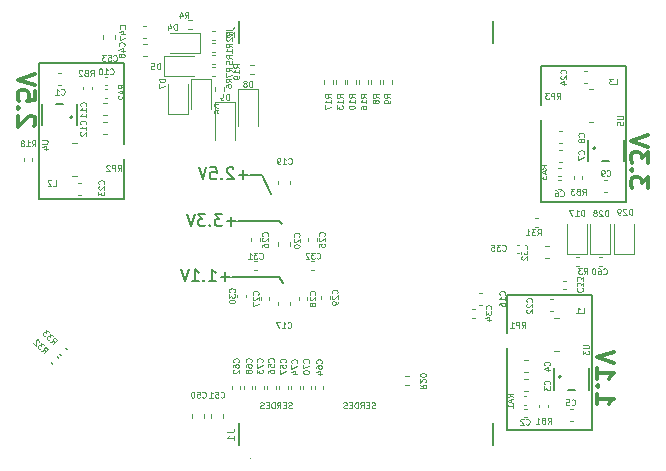
<source format=gbo>
G04 #@! TF.GenerationSoftware,KiCad,Pcbnew,5.1.9+dfsg1-1~bpo10+1*
G04 #@! TF.CreationDate,2021-11-14T15:52:16+01:00*
G04 #@! TF.ProjectId,ulx4m,756c7834-6d2e-46b6-9963-61645f706362,v0.0.2*
G04 #@! TF.SameCoordinates,Original*
G04 #@! TF.FileFunction,Legend,Bot*
G04 #@! TF.FilePolarity,Positive*
%FSLAX46Y46*%
G04 Gerber Fmt 4.6, Leading zero omitted, Abs format (unit mm)*
G04 Created by KiCad (PCBNEW 5.1.9+dfsg1-1~bpo10+1) date 2021-11-14 15:52:16*
%MOMM*%
%LPD*%
G01*
G04 APERTURE LIST*
%ADD10C,0.100000*%
%ADD11C,0.300000*%
%ADD12C,0.150000*%
%ADD13C,0.200000*%
%ADD14C,0.120000*%
%ADD15C,0.127000*%
%ADD16C,0.015000*%
%ADD17C,1.200000*%
%ADD18R,0.230000X0.660000*%
%ADD19R,0.350000X0.660000*%
%ADD20C,3.300000*%
%ADD21R,1.500000X2.700000*%
%ADD22R,0.700000X1.200000*%
%ADD23R,0.600000X0.450000*%
%ADD24R,0.450000X0.600000*%
%ADD25R,1.000000X1.000000*%
%ADD26O,1.350000X1.350000*%
%ADD27R,1.350000X1.350000*%
G04 APERTURE END LIST*
D10*
X124923333Y-106942380D02*
X124851904Y-106966190D01*
X124732857Y-106966190D01*
X124685238Y-106942380D01*
X124661428Y-106918571D01*
X124637619Y-106870952D01*
X124637619Y-106823333D01*
X124661428Y-106775714D01*
X124685238Y-106751904D01*
X124732857Y-106728095D01*
X124828095Y-106704285D01*
X124875714Y-106680476D01*
X124899523Y-106656666D01*
X124923333Y-106609047D01*
X124923333Y-106561428D01*
X124899523Y-106513809D01*
X124875714Y-106490000D01*
X124828095Y-106466190D01*
X124709047Y-106466190D01*
X124637619Y-106490000D01*
X124423333Y-106704285D02*
X124256666Y-106704285D01*
X124185238Y-106966190D02*
X124423333Y-106966190D01*
X124423333Y-106466190D01*
X124185238Y-106466190D01*
X123685238Y-106966190D02*
X123851904Y-106728095D01*
X123970952Y-106966190D02*
X123970952Y-106466190D01*
X123780476Y-106466190D01*
X123732857Y-106490000D01*
X123709047Y-106513809D01*
X123685238Y-106561428D01*
X123685238Y-106632857D01*
X123709047Y-106680476D01*
X123732857Y-106704285D01*
X123780476Y-106728095D01*
X123970952Y-106728095D01*
X123470952Y-106966190D02*
X123470952Y-106466190D01*
X123351904Y-106466190D01*
X123280476Y-106490000D01*
X123232857Y-106537619D01*
X123209047Y-106585238D01*
X123185238Y-106680476D01*
X123185238Y-106751904D01*
X123209047Y-106847142D01*
X123232857Y-106894761D01*
X123280476Y-106942380D01*
X123351904Y-106966190D01*
X123470952Y-106966190D01*
X122970952Y-106704285D02*
X122804285Y-106704285D01*
X122732857Y-106966190D02*
X122970952Y-106966190D01*
X122970952Y-106466190D01*
X122732857Y-106466190D01*
X122542380Y-106942380D02*
X122470952Y-106966190D01*
X122351904Y-106966190D01*
X122304285Y-106942380D01*
X122280476Y-106918571D01*
X122256666Y-106870952D01*
X122256666Y-106823333D01*
X122280476Y-106775714D01*
X122304285Y-106751904D01*
X122351904Y-106728095D01*
X122447142Y-106704285D01*
X122494761Y-106680476D01*
X122518571Y-106656666D01*
X122542380Y-106609047D01*
X122542380Y-106561428D01*
X122518571Y-106513809D01*
X122494761Y-106490000D01*
X122447142Y-106466190D01*
X122328095Y-106466190D01*
X122256666Y-106490000D01*
X117873333Y-106942380D02*
X117801904Y-106966190D01*
X117682857Y-106966190D01*
X117635238Y-106942380D01*
X117611428Y-106918571D01*
X117587619Y-106870952D01*
X117587619Y-106823333D01*
X117611428Y-106775714D01*
X117635238Y-106751904D01*
X117682857Y-106728095D01*
X117778095Y-106704285D01*
X117825714Y-106680476D01*
X117849523Y-106656666D01*
X117873333Y-106609047D01*
X117873333Y-106561428D01*
X117849523Y-106513809D01*
X117825714Y-106490000D01*
X117778095Y-106466190D01*
X117659047Y-106466190D01*
X117587619Y-106490000D01*
X117373333Y-106704285D02*
X117206666Y-106704285D01*
X117135238Y-106966190D02*
X117373333Y-106966190D01*
X117373333Y-106466190D01*
X117135238Y-106466190D01*
X116635238Y-106966190D02*
X116801904Y-106728095D01*
X116920952Y-106966190D02*
X116920952Y-106466190D01*
X116730476Y-106466190D01*
X116682857Y-106490000D01*
X116659047Y-106513809D01*
X116635238Y-106561428D01*
X116635238Y-106632857D01*
X116659047Y-106680476D01*
X116682857Y-106704285D01*
X116730476Y-106728095D01*
X116920952Y-106728095D01*
X116420952Y-106966190D02*
X116420952Y-106466190D01*
X116301904Y-106466190D01*
X116230476Y-106490000D01*
X116182857Y-106537619D01*
X116159047Y-106585238D01*
X116135238Y-106680476D01*
X116135238Y-106751904D01*
X116159047Y-106847142D01*
X116182857Y-106894761D01*
X116230476Y-106942380D01*
X116301904Y-106966190D01*
X116420952Y-106966190D01*
X115920952Y-106704285D02*
X115754285Y-106704285D01*
X115682857Y-106966190D02*
X115920952Y-106966190D01*
X115920952Y-106466190D01*
X115682857Y-106466190D01*
X115492380Y-106942380D02*
X115420952Y-106966190D01*
X115301904Y-106966190D01*
X115254285Y-106942380D01*
X115230476Y-106918571D01*
X115206666Y-106870952D01*
X115206666Y-106823333D01*
X115230476Y-106775714D01*
X115254285Y-106751904D01*
X115301904Y-106728095D01*
X115397142Y-106704285D01*
X115444761Y-106680476D01*
X115468571Y-106656666D01*
X115492380Y-106609047D01*
X115492380Y-106561428D01*
X115468571Y-106513809D01*
X115444761Y-106490000D01*
X115397142Y-106466190D01*
X115278095Y-106466190D01*
X115206666Y-106490000D01*
D11*
X148081428Y-88344285D02*
X148081428Y-87415714D01*
X147510000Y-87915714D01*
X147510000Y-87701428D01*
X147438571Y-87558571D01*
X147367142Y-87487142D01*
X147224285Y-87415714D01*
X146867142Y-87415714D01*
X146724285Y-87487142D01*
X146652857Y-87558571D01*
X146581428Y-87701428D01*
X146581428Y-88130000D01*
X146652857Y-88272857D01*
X146724285Y-88344285D01*
X146724285Y-86772857D02*
X146652857Y-86701428D01*
X146581428Y-86772857D01*
X146652857Y-86844285D01*
X146724285Y-86772857D01*
X146581428Y-86772857D01*
X148081428Y-86201428D02*
X148081428Y-85272857D01*
X147510000Y-85772857D01*
X147510000Y-85558571D01*
X147438571Y-85415714D01*
X147367142Y-85344285D01*
X147224285Y-85272857D01*
X146867142Y-85272857D01*
X146724285Y-85344285D01*
X146652857Y-85415714D01*
X146581428Y-85558571D01*
X146581428Y-85987142D01*
X146652857Y-86130000D01*
X146724285Y-86201428D01*
X148081428Y-84844285D02*
X146581428Y-84344285D01*
X148081428Y-83844285D01*
D12*
X136100001Y-108840000D02*
X136100001Y-97340000D01*
X136100001Y-97340000D02*
X143299999Y-97340000D01*
X143299999Y-97340000D02*
X143299999Y-108840000D01*
X143299999Y-108840000D02*
X136100001Y-108840000D01*
X138995000Y-89499999D02*
X138995000Y-77999999D01*
X138995000Y-77999999D02*
X146194999Y-78000000D01*
X146194999Y-78000000D02*
X146195000Y-89499999D01*
X146195000Y-89499999D02*
X138995000Y-89499999D01*
X96490000Y-89275000D02*
X96490000Y-77775000D01*
X103690000Y-89275000D02*
X96490000Y-89275000D01*
X103690000Y-77775000D02*
X103690000Y-89275000D01*
X96490000Y-77775000D02*
X103690000Y-77775000D01*
D13*
X115390000Y-87192000D02*
X114374000Y-87192001D01*
X116151999Y-88843000D02*
X115390000Y-87192000D01*
X116787001Y-91129000D02*
X113358000Y-91129001D01*
X117041000Y-91383000D02*
X116787001Y-91129000D01*
X116787000Y-95828000D02*
X117168000Y-96336000D01*
X112860000Y-95825001D02*
X116787000Y-95828000D01*
D11*
X143701428Y-105735714D02*
X143701428Y-106592857D01*
X143701428Y-106164285D02*
X145201428Y-106164285D01*
X144987142Y-106307142D01*
X144844285Y-106450000D01*
X144772857Y-106592857D01*
X143844285Y-105092857D02*
X143772857Y-105021428D01*
X143701428Y-105092857D01*
X143772857Y-105164285D01*
X143844285Y-105092857D01*
X143701428Y-105092857D01*
X143701428Y-103592857D02*
X143701428Y-104450000D01*
X143701428Y-104021428D02*
X145201428Y-104021428D01*
X144987142Y-104164285D01*
X144844285Y-104307142D01*
X144772857Y-104450000D01*
X145201428Y-103164285D02*
X143701428Y-102664285D01*
X145201428Y-102164285D01*
X96028571Y-83062857D02*
X96100000Y-82991428D01*
X96171428Y-82848571D01*
X96171428Y-82491428D01*
X96100000Y-82348571D01*
X96028571Y-82277142D01*
X95885714Y-82205714D01*
X95742857Y-82205714D01*
X95528571Y-82277142D01*
X94671428Y-83134285D01*
X94671428Y-82205714D01*
X94814285Y-81562857D02*
X94742857Y-81491428D01*
X94671428Y-81562857D01*
X94742857Y-81634285D01*
X94814285Y-81562857D01*
X94671428Y-81562857D01*
X96171428Y-80134285D02*
X96171428Y-80848571D01*
X95457142Y-80920000D01*
X95528571Y-80848571D01*
X95600000Y-80705714D01*
X95600000Y-80348571D01*
X95528571Y-80205714D01*
X95457142Y-80134285D01*
X95314285Y-80062857D01*
X94957142Y-80062857D01*
X94814285Y-80134285D01*
X94742857Y-80205714D01*
X94671428Y-80348571D01*
X94671428Y-80705714D01*
X94742857Y-80848571D01*
X94814285Y-80920000D01*
X96171428Y-79634285D02*
X94671428Y-79134285D01*
X96171428Y-78634285D01*
D12*
X114134999Y-87196428D02*
X113373094Y-87196428D01*
X113754046Y-87577380D02*
X113754046Y-86815476D01*
X112944522Y-86672619D02*
X112896903Y-86625000D01*
X112801665Y-86577380D01*
X112563570Y-86577380D01*
X112468332Y-86625000D01*
X112420713Y-86672619D01*
X112373094Y-86767857D01*
X112373094Y-86863095D01*
X112420713Y-87005952D01*
X112992141Y-87577380D01*
X112373094Y-87577380D01*
X111944522Y-87482142D02*
X111896903Y-87529761D01*
X111944522Y-87577380D01*
X111992141Y-87529761D01*
X111944522Y-87482142D01*
X111944522Y-87577380D01*
X110992141Y-86577380D02*
X111468332Y-86577380D01*
X111515951Y-87053571D01*
X111468332Y-87005952D01*
X111373094Y-86958333D01*
X111134999Y-86958333D01*
X111039760Y-87005952D01*
X110992141Y-87053571D01*
X110944522Y-87148809D01*
X110944522Y-87386904D01*
X110992141Y-87482142D01*
X111039760Y-87529761D01*
X111134999Y-87577380D01*
X111373094Y-87577380D01*
X111468332Y-87529761D01*
X111515951Y-87482142D01*
X110658808Y-86577380D02*
X110325475Y-87577380D01*
X109992141Y-86577380D01*
X113135000Y-91146428D02*
X112373095Y-91146428D01*
X112754047Y-91527380D02*
X112754047Y-90765476D01*
X111992142Y-90527380D02*
X111373095Y-90527380D01*
X111706428Y-90908333D01*
X111563571Y-90908333D01*
X111468333Y-90955952D01*
X111420714Y-91003571D01*
X111373095Y-91098809D01*
X111373095Y-91336904D01*
X111420714Y-91432142D01*
X111468333Y-91479761D01*
X111563571Y-91527380D01*
X111849285Y-91527380D01*
X111944523Y-91479761D01*
X111992142Y-91432142D01*
X110944523Y-91432142D02*
X110896904Y-91479761D01*
X110944523Y-91527380D01*
X110992142Y-91479761D01*
X110944523Y-91432142D01*
X110944523Y-91527380D01*
X110563571Y-90527380D02*
X109944523Y-90527380D01*
X110277857Y-90908333D01*
X110135000Y-90908333D01*
X110039761Y-90955952D01*
X109992142Y-91003571D01*
X109944523Y-91098809D01*
X109944523Y-91336904D01*
X109992142Y-91432142D01*
X110039761Y-91479761D01*
X110135000Y-91527380D01*
X110420714Y-91527380D01*
X110515952Y-91479761D01*
X110563571Y-91432142D01*
X109658809Y-90527380D02*
X109325476Y-91527380D01*
X108992142Y-90527380D01*
X112635000Y-95821428D02*
X111873095Y-95821428D01*
X112254047Y-96202380D02*
X112254047Y-95440476D01*
X110873095Y-96202380D02*
X111444523Y-96202380D01*
X111158809Y-96202380D02*
X111158809Y-95202380D01*
X111254047Y-95345238D01*
X111349285Y-95440476D01*
X111444523Y-95488095D01*
X110444523Y-96107142D02*
X110396904Y-96154761D01*
X110444523Y-96202380D01*
X110492142Y-96154761D01*
X110444523Y-96107142D01*
X110444523Y-96202380D01*
X109444523Y-96202380D02*
X110015952Y-96202380D01*
X109730238Y-96202380D02*
X109730238Y-95202380D01*
X109825476Y-95345238D01*
X109920714Y-95440476D01*
X110015952Y-95488095D01*
X109158809Y-95202380D02*
X108825476Y-96202380D01*
X108492142Y-95202380D01*
D14*
X98678307Y-101839190D02*
X98830810Y-101991693D01*
X98169190Y-102348307D02*
X98321693Y-102500810D01*
X114418000Y-111210000D02*
G75*
G03*
X114418000Y-111210000I-60000J0D01*
G01*
D15*
X134918000Y-110070000D02*
X134918000Y-108220000D01*
X113398000Y-108220000D02*
X113398000Y-110070000D01*
D14*
X143405001Y-82750000D02*
X143005001Y-82750000D01*
X143405001Y-79950000D02*
X143005001Y-79950000D01*
X140510000Y-102090000D02*
X140110000Y-102090000D01*
X140510000Y-99290000D02*
X140110000Y-99290000D01*
X99280000Y-84525000D02*
X99680000Y-84525000D01*
X99280000Y-87325000D02*
X99680000Y-87325000D01*
X105587779Y-76095000D02*
X105262221Y-76095000D01*
X105587779Y-77115000D02*
X105262221Y-77115000D01*
X139317221Y-94260000D02*
X139642779Y-94260000D01*
X139317221Y-93240000D02*
X139642779Y-93240000D01*
X111030000Y-107477221D02*
X111030000Y-107802779D01*
X112050000Y-107477221D02*
X112050000Y-107802779D01*
X109470000Y-107477221D02*
X109470000Y-107802779D01*
X110490000Y-107477221D02*
X110490000Y-107802779D01*
D12*
X142975000Y-84260000D02*
X142975000Y-86060000D01*
X145975000Y-86060000D02*
X145975000Y-84260000D01*
X144175000Y-86060000D02*
X144775000Y-86060000D01*
X143586803Y-84960000D02*
G75*
G03*
X143586803Y-84960000I-111803J0D01*
G01*
D14*
X101890000Y-75337221D02*
X101890000Y-75662779D01*
X102910000Y-75337221D02*
X102910000Y-75662779D01*
D12*
X140080000Y-103600000D02*
X140080000Y-105400000D01*
X143080000Y-105400000D02*
X143080000Y-103600000D01*
X141280000Y-105400000D02*
X141880000Y-105400000D01*
X140691803Y-104300000D02*
G75*
G03*
X140691803Y-104300000I-111803J0D01*
G01*
X99710000Y-83015000D02*
X99710000Y-81215000D01*
X96710000Y-81215000D02*
X96710000Y-83015000D01*
X98510000Y-81215000D02*
X97910000Y-81215000D01*
X99321803Y-82315000D02*
G75*
G03*
X99321803Y-82315000I-111803J0D01*
G01*
D14*
X98074420Y-78575000D02*
X98355580Y-78575000D01*
X98074420Y-79595000D02*
X98355580Y-79595000D01*
X137542165Y-107725000D02*
X137757837Y-107725000D01*
X137542165Y-107005000D02*
X137757837Y-107005000D01*
X137584420Y-104479999D02*
X137865580Y-104479999D01*
X137584420Y-105499999D02*
X137865580Y-105499999D01*
X137574420Y-103865000D02*
X137855580Y-103865000D01*
X137574420Y-102845000D02*
X137855580Y-102845000D01*
X141715580Y-108040000D02*
X141434420Y-108040000D01*
X141715580Y-107020000D02*
X141434420Y-107020000D01*
X140437164Y-87664999D02*
X140652836Y-87664999D01*
X140437164Y-88384999D02*
X140652836Y-88384999D01*
X140479421Y-86160001D02*
X140760581Y-86160001D01*
X140479421Y-85140001D02*
X140760581Y-85140001D01*
X140469421Y-83505000D02*
X140750581Y-83505000D01*
X140469421Y-84525000D02*
X140750581Y-84525000D01*
X144610580Y-88700000D02*
X144329420Y-88700000D01*
X144610580Y-87680000D02*
X144329420Y-87680000D01*
X102247836Y-79610000D02*
X102032164Y-79610000D01*
X102247836Y-78890000D02*
X102032164Y-78890000D01*
X102205580Y-81115000D02*
X101924420Y-81115000D01*
X102205580Y-82135000D02*
X101924420Y-82135000D01*
X102215580Y-83770000D02*
X101934420Y-83770000D01*
X102215580Y-82750000D02*
X101934420Y-82750000D01*
X133699420Y-98200000D02*
X133980580Y-98200000D01*
X133699420Y-97180000D02*
X133980580Y-97180000D01*
X116720000Y-97929420D02*
X116720000Y-98210580D01*
X117740000Y-97929420D02*
X117740000Y-98210580D01*
X116720000Y-88010580D02*
X116720000Y-87729420D01*
X117740000Y-88010580D02*
X117740000Y-87729420D01*
X116720000Y-92929420D02*
X116720000Y-93210580D01*
X117740000Y-92929420D02*
X117740000Y-93210580D01*
X139718419Y-97738000D02*
X139999579Y-97738000D01*
X139718419Y-98758000D02*
X139999579Y-98758000D01*
X100071580Y-87857000D02*
X99790420Y-87857000D01*
X100071580Y-88877000D02*
X99790420Y-88877000D01*
X142613420Y-79418000D02*
X142894580Y-79418000D01*
X142613420Y-78398000D02*
X142894580Y-78398000D01*
X119270000Y-92562164D02*
X119270000Y-92777836D01*
X119990000Y-92562164D02*
X119990000Y-92777836D01*
X114470000Y-92562164D02*
X114470000Y-92777836D01*
X115190000Y-92562164D02*
X115190000Y-92777836D01*
X115990001Y-97562164D02*
X115990001Y-97777836D01*
X115270001Y-97562164D02*
X115270001Y-97777836D01*
X118470000Y-97562164D02*
X118470000Y-97777836D01*
X119190000Y-97562164D02*
X119190000Y-97777836D01*
X121090000Y-97462164D02*
X121090000Y-97677836D01*
X120370000Y-97462164D02*
X120370000Y-97677836D01*
X113270000Y-97362165D02*
X113270000Y-97577837D01*
X113990000Y-97362165D02*
X113990000Y-97577837D01*
X114722164Y-95230000D02*
X114937836Y-95230000D01*
X114722164Y-94510000D02*
X114937836Y-94510000D01*
X119737836Y-95230000D02*
X119522164Y-95230000D01*
X119737836Y-94510000D02*
X119522164Y-94510000D01*
X140842164Y-96190000D02*
X141057836Y-96190000D01*
X140842164Y-96910000D02*
X141057836Y-96910000D01*
X133142164Y-99320000D02*
X133357836Y-99320000D01*
X133142164Y-98600000D02*
X133357836Y-98600000D01*
X136922164Y-93120000D02*
X137137836Y-93120000D01*
X136922164Y-93840000D02*
X137137836Y-93840000D01*
X105570580Y-74570000D02*
X105289420Y-74570000D01*
X105570580Y-75590000D02*
X105289420Y-75590000D01*
X143892164Y-94910000D02*
X144107836Y-94910000D01*
X143892164Y-94190000D02*
X144107836Y-94190000D01*
X141952164Y-94900000D02*
X142167836Y-94900000D01*
X141952164Y-94180000D02*
X142167836Y-94180000D01*
X138502164Y-90890000D02*
X138717836Y-90890000D01*
X138502164Y-91610000D02*
X138717836Y-91610000D01*
X97459779Y-103068896D02*
X97612282Y-103221399D01*
X97968896Y-102559779D02*
X98121399Y-102712282D01*
X137532164Y-105954999D02*
X137747836Y-105954999D01*
X137532164Y-106674999D02*
X137747836Y-106674999D01*
X102257836Y-79940000D02*
X102042164Y-79940000D01*
X102257836Y-80660000D02*
X102042164Y-80660000D01*
X140427164Y-87335001D02*
X140642836Y-87335001D01*
X140427164Y-86615001D02*
X140642836Y-86615001D01*
X139560001Y-106872836D02*
X139560001Y-106657164D01*
X138840001Y-106872836D02*
X138840001Y-106657164D01*
X100950000Y-79742164D02*
X100950000Y-79957836D01*
X100230000Y-79742164D02*
X100230000Y-79957836D01*
X141735001Y-87532837D02*
X141735001Y-87317165D01*
X142455001Y-87532837D02*
X142455001Y-87317165D01*
D15*
X113398000Y-74220000D02*
X113398000Y-76070000D01*
X134918000Y-76070000D02*
X134918000Y-74220000D01*
D14*
X114418000Y-77210000D02*
G75*
G03*
X114418000Y-77210000I-60000J0D01*
G01*
X110090000Y-75180001D02*
X107540000Y-75180001D01*
X110090000Y-76880001D02*
X107540000Y-76880001D01*
X110090000Y-75180001D02*
X110090000Y-76880001D01*
X107090002Y-78850000D02*
X107090002Y-77150000D01*
X107090002Y-77150000D02*
X109640002Y-77150000D01*
X107090002Y-78850000D02*
X109640002Y-78850000D01*
X109380000Y-79110000D02*
X109380000Y-81660000D01*
X111080000Y-79110000D02*
X111080000Y-81660000D01*
X109380000Y-79110000D02*
X111080000Y-79110000D01*
X109100000Y-82090000D02*
X107400000Y-82090000D01*
X107400000Y-82090000D02*
X107400000Y-79540000D01*
X109100000Y-82090000D02*
X109100000Y-79540000D01*
X142870000Y-93880000D02*
X141170000Y-93880000D01*
X141170000Y-93880000D02*
X141170000Y-91330000D01*
X142870000Y-93880000D02*
X142870000Y-91330000D01*
X144860000Y-93900000D02*
X143160000Y-93900000D01*
X143160000Y-93900000D02*
X143160000Y-91350000D01*
X144860000Y-93900000D02*
X144860000Y-91350000D01*
X146830000Y-93890000D02*
X146830000Y-91340000D01*
X145130000Y-93890000D02*
X145130000Y-91340000D01*
X146830000Y-93890000D02*
X145130000Y-93890000D01*
X111403641Y-76030000D02*
X111096359Y-76030000D01*
X111403641Y-76790000D02*
X111096359Y-76790000D01*
X111393641Y-75780000D02*
X111086359Y-75780000D01*
X111393641Y-75020000D02*
X111086359Y-75020000D01*
X109393641Y-74129999D02*
X109086359Y-74129999D01*
X109393641Y-74889999D02*
X109086359Y-74889999D01*
X111106359Y-77070000D02*
X111413641Y-77070000D01*
X111106359Y-77830000D02*
X111413641Y-77830000D01*
X111370000Y-80113642D02*
X111370000Y-79806360D01*
X112130000Y-80113642D02*
X112130000Y-79806360D01*
X111101360Y-78844999D02*
X111408642Y-78844999D01*
X111101360Y-78084999D02*
X111408642Y-78084999D01*
X125350000Y-79513641D02*
X125350000Y-79206359D01*
X124590000Y-79513641D02*
X124590000Y-79206359D01*
X126350000Y-79513641D02*
X126350000Y-79206359D01*
X125590000Y-79513641D02*
X125590000Y-79206359D01*
X123350000Y-79523641D02*
X123350000Y-79216359D01*
X122590000Y-79523641D02*
X122590000Y-79216359D01*
X121590000Y-79525011D02*
X121590000Y-79217729D01*
X122350000Y-79525011D02*
X122350000Y-79217729D01*
X124350000Y-79523641D02*
X124350000Y-79216359D01*
X123590000Y-79523641D02*
X123590000Y-79216359D01*
X120590293Y-79525012D02*
X120590293Y-79217730D01*
X121350293Y-79525012D02*
X121350293Y-79217730D01*
X116530000Y-105337836D02*
X116530000Y-105122164D01*
X115810000Y-105337836D02*
X115810000Y-105122164D01*
X116830000Y-105337836D02*
X116830000Y-105122164D01*
X117550000Y-105337836D02*
X117550000Y-105122164D01*
X113530000Y-105337836D02*
X113530000Y-105122164D01*
X112810000Y-105337836D02*
X112810000Y-105122164D01*
X120550000Y-105337836D02*
X120550000Y-105122164D01*
X119830000Y-105337836D02*
X119830000Y-105122164D01*
X113810000Y-105122164D02*
X113810000Y-105337836D01*
X114530000Y-105122164D02*
X114530000Y-105337836D01*
X118830000Y-105122164D02*
X118830000Y-105337836D01*
X119550000Y-105122164D02*
X119550000Y-105337836D01*
X115530000Y-105122164D02*
X115530000Y-105337836D01*
X114810000Y-105122164D02*
X114810000Y-105337836D01*
X118550000Y-105122164D02*
X118550000Y-105337836D01*
X117830000Y-105122164D02*
X117830000Y-105337836D01*
X95890000Y-85802164D02*
X95890000Y-86017836D01*
X95170000Y-85802164D02*
X95170000Y-86017836D01*
X113320000Y-79950000D02*
X113320000Y-83100000D01*
X115020000Y-79950000D02*
X115020000Y-83100000D01*
X113320000Y-79950000D02*
X115020000Y-79950000D01*
X111360000Y-81070000D02*
X113060000Y-81070000D01*
X113060000Y-81070000D02*
X113060000Y-84220000D01*
X111360000Y-81070000D02*
X111360000Y-84220000D01*
X114356359Y-78680000D02*
X114663641Y-78680000D01*
X114356359Y-77920000D02*
X114663641Y-77920000D01*
X127466359Y-104240000D02*
X127773641Y-104240000D01*
X127466359Y-105000000D02*
X127773641Y-105000000D01*
D10*
X97427343Y-101347225D02*
X97713553Y-101296717D01*
X97629374Y-101549255D02*
X97982927Y-101195702D01*
X97848240Y-101061015D01*
X97797732Y-101044179D01*
X97764061Y-101044179D01*
X97713553Y-101061015D01*
X97663045Y-101111522D01*
X97646209Y-101162030D01*
X97646209Y-101195702D01*
X97663045Y-101246209D01*
X97797732Y-101380896D01*
X97663045Y-100875820D02*
X97444179Y-100656954D01*
X97427343Y-100909492D01*
X97376835Y-100858984D01*
X97326328Y-100842148D01*
X97292656Y-100842148D01*
X97242148Y-100858984D01*
X97157969Y-100943164D01*
X97141133Y-100993671D01*
X97141133Y-101027343D01*
X97157969Y-101077851D01*
X97258984Y-101178866D01*
X97309492Y-101195702D01*
X97343164Y-101195702D01*
X97326328Y-100539103D02*
X97107461Y-100320236D01*
X97090625Y-100572774D01*
X97040118Y-100522267D01*
X96989610Y-100505431D01*
X96955938Y-100505431D01*
X96905431Y-100522267D01*
X96821251Y-100606446D01*
X96804416Y-100656954D01*
X96804416Y-100690625D01*
X96821251Y-100741133D01*
X96922267Y-100842148D01*
X96972774Y-100858984D01*
X97006446Y-100858984D01*
D16*
X112382523Y-109006666D02*
X112839666Y-109006666D01*
X112931095Y-108976190D01*
X112992047Y-108915238D01*
X113022523Y-108823809D01*
X113022523Y-108762857D01*
X113022523Y-109646666D02*
X113022523Y-109280952D01*
X113022523Y-109463809D02*
X112382523Y-109463809D01*
X112473952Y-109402857D01*
X112534904Y-109341904D01*
X112565380Y-109280952D01*
D10*
X137358333Y-100141190D02*
X137525000Y-99903095D01*
X137644047Y-100141190D02*
X137644047Y-99641190D01*
X137453571Y-99641190D01*
X137405952Y-99665000D01*
X137382142Y-99688809D01*
X137358333Y-99736428D01*
X137358333Y-99807857D01*
X137382142Y-99855476D01*
X137405952Y-99879285D01*
X137453571Y-99903095D01*
X137644047Y-99903095D01*
X137144047Y-100141190D02*
X137144047Y-99641190D01*
X136953571Y-99641190D01*
X136905952Y-99665000D01*
X136882142Y-99688809D01*
X136858333Y-99736428D01*
X136858333Y-99807857D01*
X136882142Y-99855476D01*
X136905952Y-99879285D01*
X136953571Y-99903095D01*
X137144047Y-99903095D01*
X136382142Y-100141190D02*
X136667857Y-100141190D01*
X136525000Y-100141190D02*
X136525000Y-99641190D01*
X136572619Y-99712619D01*
X136620238Y-99760238D01*
X136667857Y-99784047D01*
X140328334Y-80776190D02*
X140495001Y-80538095D01*
X140614048Y-80776190D02*
X140614048Y-80276190D01*
X140423572Y-80276190D01*
X140375953Y-80300000D01*
X140352143Y-80323809D01*
X140328334Y-80371428D01*
X140328334Y-80442857D01*
X140352143Y-80490476D01*
X140375953Y-80514285D01*
X140423572Y-80538095D01*
X140614048Y-80538095D01*
X140114048Y-80776190D02*
X140114048Y-80276190D01*
X139923572Y-80276190D01*
X139875953Y-80300000D01*
X139852143Y-80323809D01*
X139828334Y-80371428D01*
X139828334Y-80442857D01*
X139852143Y-80490476D01*
X139875953Y-80514285D01*
X139923572Y-80538095D01*
X140114048Y-80538095D01*
X139661667Y-80276190D02*
X139352143Y-80276190D01*
X139518810Y-80466666D01*
X139447381Y-80466666D01*
X139399762Y-80490476D01*
X139375953Y-80514285D01*
X139352143Y-80561904D01*
X139352143Y-80680952D01*
X139375953Y-80728571D01*
X139399762Y-80752380D01*
X139447381Y-80776190D01*
X139590239Y-80776190D01*
X139637858Y-80752380D01*
X139661667Y-80728571D01*
X103148333Y-86876190D02*
X103315000Y-86638095D01*
X103434047Y-86876190D02*
X103434047Y-86376190D01*
X103243571Y-86376190D01*
X103195952Y-86400000D01*
X103172142Y-86423809D01*
X103148333Y-86471428D01*
X103148333Y-86542857D01*
X103172142Y-86590476D01*
X103195952Y-86614285D01*
X103243571Y-86638095D01*
X103434047Y-86638095D01*
X102934047Y-86876190D02*
X102934047Y-86376190D01*
X102743571Y-86376190D01*
X102695952Y-86400000D01*
X102672142Y-86423809D01*
X102648333Y-86471428D01*
X102648333Y-86542857D01*
X102672142Y-86590476D01*
X102695952Y-86614285D01*
X102743571Y-86638095D01*
X102934047Y-86638095D01*
X102457857Y-86423809D02*
X102434047Y-86400000D01*
X102386428Y-86376190D01*
X102267380Y-86376190D01*
X102219761Y-86400000D01*
X102195952Y-86423809D01*
X102172142Y-86471428D01*
X102172142Y-86519047D01*
X102195952Y-86590476D01*
X102481666Y-86876190D01*
X102172142Y-86876190D01*
X145203334Y-79551190D02*
X145441429Y-79551190D01*
X145441429Y-79051190D01*
X145084286Y-79051190D02*
X144774762Y-79051190D01*
X144941429Y-79241666D01*
X144870001Y-79241666D01*
X144822381Y-79265476D01*
X144798572Y-79289285D01*
X144774762Y-79336904D01*
X144774762Y-79455952D01*
X144798572Y-79503571D01*
X144822381Y-79527380D01*
X144870001Y-79551190D01*
X145012858Y-79551190D01*
X145060477Y-79527380D01*
X145084286Y-79503571D01*
X142408333Y-98941190D02*
X142646428Y-98941190D01*
X142646428Y-98441190D01*
X141979761Y-98941190D02*
X142265476Y-98941190D01*
X142122619Y-98941190D02*
X142122619Y-98441190D01*
X142170238Y-98512619D01*
X142217857Y-98560238D01*
X142265476Y-98584047D01*
X97648333Y-88126190D02*
X97886428Y-88126190D01*
X97886428Y-87626190D01*
X97505476Y-87673809D02*
X97481666Y-87650000D01*
X97434047Y-87626190D01*
X97315000Y-87626190D01*
X97267380Y-87650000D01*
X97243571Y-87673809D01*
X97219761Y-87721428D01*
X97219761Y-87769047D01*
X97243571Y-87840476D01*
X97529285Y-88126190D01*
X97219761Y-88126190D01*
X103673571Y-76303571D02*
X103697380Y-76279761D01*
X103721190Y-76208333D01*
X103721190Y-76160714D01*
X103697380Y-76089285D01*
X103649761Y-76041666D01*
X103602142Y-76017857D01*
X103506904Y-75994047D01*
X103435476Y-75994047D01*
X103340238Y-76017857D01*
X103292619Y-76041666D01*
X103245000Y-76089285D01*
X103221190Y-76160714D01*
X103221190Y-76208333D01*
X103245000Y-76279761D01*
X103268809Y-76303571D01*
X103387857Y-76732142D02*
X103721190Y-76732142D01*
X103197380Y-76613095D02*
X103554523Y-76494047D01*
X103554523Y-76803571D01*
X103435476Y-77065476D02*
X103411666Y-77017857D01*
X103387857Y-76994047D01*
X103340238Y-76970238D01*
X103316428Y-76970238D01*
X103268809Y-76994047D01*
X103245000Y-77017857D01*
X103221190Y-77065476D01*
X103221190Y-77160714D01*
X103245000Y-77208333D01*
X103268809Y-77232142D01*
X103316428Y-77255952D01*
X103340238Y-77255952D01*
X103387857Y-77232142D01*
X103411666Y-77208333D01*
X103435476Y-77160714D01*
X103435476Y-77065476D01*
X103459285Y-77017857D01*
X103483095Y-76994047D01*
X103530714Y-76970238D01*
X103625952Y-76970238D01*
X103673571Y-76994047D01*
X103697380Y-77017857D01*
X103721190Y-77065476D01*
X103721190Y-77160714D01*
X103697380Y-77208333D01*
X103673571Y-77232142D01*
X103625952Y-77255952D01*
X103530714Y-77255952D01*
X103483095Y-77232142D01*
X103459285Y-77208333D01*
X103435476Y-77160714D01*
X137773571Y-93443571D02*
X137797380Y-93419761D01*
X137821190Y-93348333D01*
X137821190Y-93300714D01*
X137797380Y-93229285D01*
X137749761Y-93181666D01*
X137702142Y-93157857D01*
X137606904Y-93134047D01*
X137535476Y-93134047D01*
X137440238Y-93157857D01*
X137392619Y-93181666D01*
X137345000Y-93229285D01*
X137321190Y-93300714D01*
X137321190Y-93348333D01*
X137345000Y-93419761D01*
X137368809Y-93443571D01*
X137321190Y-93895952D02*
X137321190Y-93657857D01*
X137559285Y-93634047D01*
X137535476Y-93657857D01*
X137511666Y-93705476D01*
X137511666Y-93824523D01*
X137535476Y-93872142D01*
X137559285Y-93895952D01*
X137606904Y-93919761D01*
X137725952Y-93919761D01*
X137773571Y-93895952D01*
X137797380Y-93872142D01*
X137821190Y-93824523D01*
X137821190Y-93705476D01*
X137797380Y-93657857D01*
X137773571Y-93634047D01*
X137368809Y-94110238D02*
X137345000Y-94134047D01*
X137321190Y-94181666D01*
X137321190Y-94300714D01*
X137345000Y-94348333D01*
X137368809Y-94372142D01*
X137416428Y-94395952D01*
X137464047Y-94395952D01*
X137535476Y-94372142D01*
X137821190Y-94086428D01*
X137821190Y-94395952D01*
X111861428Y-106018571D02*
X111885238Y-106042380D01*
X111956666Y-106066190D01*
X112004285Y-106066190D01*
X112075714Y-106042380D01*
X112123333Y-105994761D01*
X112147142Y-105947142D01*
X112170952Y-105851904D01*
X112170952Y-105780476D01*
X112147142Y-105685238D01*
X112123333Y-105637619D01*
X112075714Y-105590000D01*
X112004285Y-105566190D01*
X111956666Y-105566190D01*
X111885238Y-105590000D01*
X111861428Y-105613809D01*
X111409047Y-105566190D02*
X111647142Y-105566190D01*
X111670952Y-105804285D01*
X111647142Y-105780476D01*
X111599523Y-105756666D01*
X111480476Y-105756666D01*
X111432857Y-105780476D01*
X111409047Y-105804285D01*
X111385238Y-105851904D01*
X111385238Y-105970952D01*
X111409047Y-106018571D01*
X111432857Y-106042380D01*
X111480476Y-106066190D01*
X111599523Y-106066190D01*
X111647142Y-106042380D01*
X111670952Y-106018571D01*
X110909047Y-106066190D02*
X111194761Y-106066190D01*
X111051904Y-106066190D02*
X111051904Y-105566190D01*
X111099523Y-105637619D01*
X111147142Y-105685238D01*
X111194761Y-105709047D01*
X110301428Y-106018571D02*
X110325238Y-106042380D01*
X110396666Y-106066190D01*
X110444285Y-106066190D01*
X110515714Y-106042380D01*
X110563333Y-105994761D01*
X110587142Y-105947142D01*
X110610952Y-105851904D01*
X110610952Y-105780476D01*
X110587142Y-105685238D01*
X110563333Y-105637619D01*
X110515714Y-105590000D01*
X110444285Y-105566190D01*
X110396666Y-105566190D01*
X110325238Y-105590000D01*
X110301428Y-105613809D01*
X109849047Y-105566190D02*
X110087142Y-105566190D01*
X110110952Y-105804285D01*
X110087142Y-105780476D01*
X110039523Y-105756666D01*
X109920476Y-105756666D01*
X109872857Y-105780476D01*
X109849047Y-105804285D01*
X109825238Y-105851904D01*
X109825238Y-105970952D01*
X109849047Y-106018571D01*
X109872857Y-106042380D01*
X109920476Y-106066190D01*
X110039523Y-106066190D01*
X110087142Y-106042380D01*
X110110952Y-106018571D01*
X109515714Y-105566190D02*
X109468095Y-105566190D01*
X109420476Y-105590000D01*
X109396666Y-105613809D01*
X109372857Y-105661428D01*
X109349047Y-105756666D01*
X109349047Y-105875714D01*
X109372857Y-105970952D01*
X109396666Y-106018571D01*
X109420476Y-106042380D01*
X109468095Y-106066190D01*
X109515714Y-106066190D01*
X109563333Y-106042380D01*
X109587142Y-106018571D01*
X109610952Y-105970952D01*
X109634761Y-105875714D01*
X109634761Y-105756666D01*
X109610952Y-105661428D01*
X109587142Y-105613809D01*
X109563333Y-105590000D01*
X109515714Y-105566190D01*
X145446190Y-82219047D02*
X145850952Y-82219047D01*
X145898571Y-82242857D01*
X145922380Y-82266666D01*
X145946190Y-82314285D01*
X145946190Y-82409523D01*
X145922380Y-82457142D01*
X145898571Y-82480952D01*
X145850952Y-82504761D01*
X145446190Y-82504761D01*
X145446190Y-82980952D02*
X145446190Y-82742857D01*
X145684285Y-82719047D01*
X145660476Y-82742857D01*
X145636666Y-82790476D01*
X145636666Y-82909523D01*
X145660476Y-82957142D01*
X145684285Y-82980952D01*
X145731904Y-83004761D01*
X145850952Y-83004761D01*
X145898571Y-82980952D01*
X145922380Y-82957142D01*
X145946190Y-82909523D01*
X145946190Y-82790476D01*
X145922380Y-82742857D01*
X145898571Y-82719047D01*
X102776428Y-77523571D02*
X102800238Y-77547380D01*
X102871666Y-77571190D01*
X102919285Y-77571190D01*
X102990714Y-77547380D01*
X103038333Y-77499761D01*
X103062142Y-77452142D01*
X103085952Y-77356904D01*
X103085952Y-77285476D01*
X103062142Y-77190238D01*
X103038333Y-77142619D01*
X102990714Y-77095000D01*
X102919285Y-77071190D01*
X102871666Y-77071190D01*
X102800238Y-77095000D01*
X102776428Y-77118809D01*
X102324047Y-77071190D02*
X102562142Y-77071190D01*
X102585952Y-77309285D01*
X102562142Y-77285476D01*
X102514523Y-77261666D01*
X102395476Y-77261666D01*
X102347857Y-77285476D01*
X102324047Y-77309285D01*
X102300238Y-77356904D01*
X102300238Y-77475952D01*
X102324047Y-77523571D01*
X102347857Y-77547380D01*
X102395476Y-77571190D01*
X102514523Y-77571190D01*
X102562142Y-77547380D01*
X102585952Y-77523571D01*
X102133571Y-77071190D02*
X101824047Y-77071190D01*
X101990714Y-77261666D01*
X101919285Y-77261666D01*
X101871666Y-77285476D01*
X101847857Y-77309285D01*
X101824047Y-77356904D01*
X101824047Y-77475952D01*
X101847857Y-77523571D01*
X101871666Y-77547380D01*
X101919285Y-77571190D01*
X102062142Y-77571190D01*
X102109761Y-77547380D01*
X102133571Y-77523571D01*
X142551190Y-101609047D02*
X142955952Y-101609047D01*
X143003571Y-101632857D01*
X143027380Y-101656666D01*
X143051190Y-101704285D01*
X143051190Y-101799523D01*
X143027380Y-101847142D01*
X143003571Y-101870952D01*
X142955952Y-101894761D01*
X142551190Y-101894761D01*
X142551190Y-102085238D02*
X142551190Y-102394761D01*
X142741666Y-102228095D01*
X142741666Y-102299523D01*
X142765476Y-102347142D01*
X142789285Y-102370952D01*
X142836904Y-102394761D01*
X142955952Y-102394761D01*
X143003571Y-102370952D01*
X143027380Y-102347142D01*
X143051190Y-102299523D01*
X143051190Y-102156666D01*
X143027380Y-102109047D01*
X143003571Y-102085238D01*
X96716190Y-84269047D02*
X97120952Y-84269047D01*
X97168571Y-84292857D01*
X97192380Y-84316666D01*
X97216190Y-84364285D01*
X97216190Y-84459523D01*
X97192380Y-84507142D01*
X97168571Y-84530952D01*
X97120952Y-84554761D01*
X96716190Y-84554761D01*
X96882857Y-85007142D02*
X97216190Y-85007142D01*
X96692380Y-84888095D02*
X97049523Y-84769047D01*
X97049523Y-85078571D01*
X98348333Y-80378571D02*
X98372142Y-80402380D01*
X98443571Y-80426190D01*
X98491190Y-80426190D01*
X98562619Y-80402380D01*
X98610238Y-80354761D01*
X98634047Y-80307142D01*
X98657857Y-80211904D01*
X98657857Y-80140476D01*
X98634047Y-80045238D01*
X98610238Y-79997619D01*
X98562619Y-79950000D01*
X98491190Y-79926190D01*
X98443571Y-79926190D01*
X98372142Y-79950000D01*
X98348333Y-79973809D01*
X97872142Y-80426190D02*
X98157857Y-80426190D01*
X98015000Y-80426190D02*
X98015000Y-79926190D01*
X98062619Y-79997619D01*
X98110238Y-80045238D01*
X98157857Y-80069047D01*
X137708334Y-108318571D02*
X137732143Y-108342380D01*
X137803572Y-108366190D01*
X137851191Y-108366190D01*
X137922620Y-108342380D01*
X137970239Y-108294761D01*
X137994048Y-108247142D01*
X138017858Y-108151904D01*
X138017858Y-108080476D01*
X137994048Y-107985238D01*
X137970239Y-107937619D01*
X137922620Y-107890000D01*
X137851191Y-107866190D01*
X137803572Y-107866190D01*
X137732143Y-107890000D01*
X137708334Y-107913809D01*
X137517858Y-107913809D02*
X137494048Y-107890000D01*
X137446429Y-107866190D01*
X137327381Y-107866190D01*
X137279762Y-107890000D01*
X137255953Y-107913809D01*
X137232143Y-107961428D01*
X137232143Y-108009047D01*
X137255953Y-108080476D01*
X137541667Y-108366190D01*
X137232143Y-108366190D01*
X139703571Y-104931665D02*
X139727380Y-104907856D01*
X139751190Y-104836427D01*
X139751190Y-104788808D01*
X139727380Y-104717379D01*
X139679761Y-104669760D01*
X139632142Y-104645951D01*
X139536904Y-104622141D01*
X139465476Y-104622141D01*
X139370238Y-104645951D01*
X139322619Y-104669760D01*
X139275000Y-104717379D01*
X139251190Y-104788808D01*
X139251190Y-104836427D01*
X139275000Y-104907856D01*
X139298809Y-104931665D01*
X139251190Y-105098332D02*
X139251190Y-105407856D01*
X139441666Y-105241189D01*
X139441666Y-105312618D01*
X139465476Y-105360237D01*
X139489285Y-105384046D01*
X139536904Y-105407856D01*
X139655952Y-105407856D01*
X139703571Y-105384046D01*
X139727380Y-105360237D01*
X139751190Y-105312618D01*
X139751190Y-105169760D01*
X139727380Y-105122141D01*
X139703571Y-105098332D01*
X139693571Y-103321666D02*
X139717380Y-103297857D01*
X139741190Y-103226428D01*
X139741190Y-103178809D01*
X139717380Y-103107380D01*
X139669761Y-103059761D01*
X139622142Y-103035952D01*
X139526904Y-103012142D01*
X139455476Y-103012142D01*
X139360238Y-103035952D01*
X139312619Y-103059761D01*
X139265000Y-103107380D01*
X139241190Y-103178809D01*
X139241190Y-103226428D01*
X139265000Y-103297857D01*
X139288809Y-103321666D01*
X139407857Y-103750238D02*
X139741190Y-103750238D01*
X139217380Y-103631190D02*
X139574523Y-103512142D01*
X139574523Y-103821666D01*
X141583333Y-106658571D02*
X141607142Y-106682380D01*
X141678571Y-106706190D01*
X141726190Y-106706190D01*
X141797619Y-106682380D01*
X141845238Y-106634761D01*
X141869047Y-106587142D01*
X141892857Y-106491904D01*
X141892857Y-106420476D01*
X141869047Y-106325238D01*
X141845238Y-106277619D01*
X141797619Y-106230000D01*
X141726190Y-106206190D01*
X141678571Y-106206190D01*
X141607142Y-106230000D01*
X141583333Y-106253809D01*
X141130952Y-106206190D02*
X141369047Y-106206190D01*
X141392857Y-106444285D01*
X141369047Y-106420476D01*
X141321428Y-106396666D01*
X141202380Y-106396666D01*
X141154761Y-106420476D01*
X141130952Y-106444285D01*
X141107142Y-106491904D01*
X141107142Y-106610952D01*
X141130952Y-106658571D01*
X141154761Y-106682380D01*
X141202380Y-106706190D01*
X141321428Y-106706190D01*
X141369047Y-106682380D01*
X141392857Y-106658571D01*
X140603333Y-88978570D02*
X140627142Y-89002379D01*
X140698571Y-89026189D01*
X140746190Y-89026189D01*
X140817619Y-89002379D01*
X140865238Y-88954760D01*
X140889047Y-88907141D01*
X140912857Y-88811903D01*
X140912857Y-88740475D01*
X140889047Y-88645237D01*
X140865238Y-88597618D01*
X140817619Y-88549999D01*
X140746190Y-88526189D01*
X140698571Y-88526189D01*
X140627142Y-88549999D01*
X140603333Y-88573808D01*
X140174761Y-88526189D02*
X140270000Y-88526189D01*
X140317619Y-88549999D01*
X140341428Y-88573808D01*
X140389047Y-88645237D01*
X140412857Y-88740475D01*
X140412857Y-88930951D01*
X140389047Y-88978570D01*
X140365238Y-89002379D01*
X140317619Y-89026189D01*
X140222380Y-89026189D01*
X140174761Y-89002379D01*
X140150952Y-88978570D01*
X140127142Y-88930951D01*
X140127142Y-88811903D01*
X140150952Y-88764284D01*
X140174761Y-88740475D01*
X140222380Y-88716665D01*
X140317619Y-88716665D01*
X140365238Y-88740475D01*
X140389047Y-88764284D01*
X140412857Y-88811903D01*
X142608572Y-85441667D02*
X142632381Y-85417858D01*
X142656191Y-85346429D01*
X142656191Y-85298810D01*
X142632381Y-85227381D01*
X142584762Y-85179762D01*
X142537143Y-85155953D01*
X142441905Y-85132143D01*
X142370477Y-85132143D01*
X142275239Y-85155953D01*
X142227620Y-85179762D01*
X142180001Y-85227381D01*
X142156191Y-85298810D01*
X142156191Y-85346429D01*
X142180001Y-85417858D01*
X142203810Y-85441667D01*
X142156191Y-85608334D02*
X142156191Y-85941667D01*
X142656191Y-85727381D01*
X142598572Y-83961666D02*
X142622381Y-83937857D01*
X142646191Y-83866428D01*
X142646191Y-83818809D01*
X142622381Y-83747380D01*
X142574762Y-83699761D01*
X142527143Y-83675952D01*
X142431905Y-83652142D01*
X142360477Y-83652142D01*
X142265239Y-83675952D01*
X142217620Y-83699761D01*
X142170001Y-83747380D01*
X142146191Y-83818809D01*
X142146191Y-83866428D01*
X142170001Y-83937857D01*
X142193810Y-83961666D01*
X142360477Y-84247380D02*
X142336667Y-84199761D01*
X142312858Y-84175952D01*
X142265239Y-84152142D01*
X142241429Y-84152142D01*
X142193810Y-84175952D01*
X142170001Y-84199761D01*
X142146191Y-84247380D01*
X142146191Y-84342619D01*
X142170001Y-84390238D01*
X142193810Y-84414047D01*
X142241429Y-84437857D01*
X142265239Y-84437857D01*
X142312858Y-84414047D01*
X142336667Y-84390238D01*
X142360477Y-84342619D01*
X142360477Y-84247380D01*
X142384286Y-84199761D01*
X142408096Y-84175952D01*
X142455715Y-84152142D01*
X142550953Y-84152142D01*
X142598572Y-84175952D01*
X142622381Y-84199761D01*
X142646191Y-84247380D01*
X142646191Y-84342619D01*
X142622381Y-84390238D01*
X142598572Y-84414047D01*
X142550953Y-84437857D01*
X142455715Y-84437857D01*
X142408096Y-84414047D01*
X142384286Y-84390238D01*
X142360477Y-84342619D01*
X144553333Y-87253571D02*
X144577142Y-87277380D01*
X144648571Y-87301190D01*
X144696190Y-87301190D01*
X144767619Y-87277380D01*
X144815238Y-87229761D01*
X144839047Y-87182142D01*
X144862857Y-87086904D01*
X144862857Y-87015476D01*
X144839047Y-86920238D01*
X144815238Y-86872619D01*
X144767619Y-86825000D01*
X144696190Y-86801190D01*
X144648571Y-86801190D01*
X144577142Y-86825000D01*
X144553333Y-86848809D01*
X144315238Y-87301190D02*
X144220000Y-87301190D01*
X144172380Y-87277380D01*
X144148571Y-87253571D01*
X144100952Y-87182142D01*
X144077142Y-87086904D01*
X144077142Y-86896428D01*
X144100952Y-86848809D01*
X144124761Y-86825000D01*
X144172380Y-86801190D01*
X144267619Y-86801190D01*
X144315238Y-86825000D01*
X144339047Y-86848809D01*
X144362857Y-86896428D01*
X144362857Y-87015476D01*
X144339047Y-87063095D01*
X144315238Y-87086904D01*
X144267619Y-87110714D01*
X144172380Y-87110714D01*
X144124761Y-87086904D01*
X144100952Y-87063095D01*
X144077142Y-87015476D01*
X102486428Y-78653571D02*
X102510238Y-78677380D01*
X102581666Y-78701190D01*
X102629285Y-78701190D01*
X102700714Y-78677380D01*
X102748333Y-78629761D01*
X102772142Y-78582142D01*
X102795952Y-78486904D01*
X102795952Y-78415476D01*
X102772142Y-78320238D01*
X102748333Y-78272619D01*
X102700714Y-78225000D01*
X102629285Y-78201190D01*
X102581666Y-78201190D01*
X102510238Y-78225000D01*
X102486428Y-78248809D01*
X102010238Y-78701190D02*
X102295952Y-78701190D01*
X102153095Y-78701190D02*
X102153095Y-78201190D01*
X102200714Y-78272619D01*
X102248333Y-78320238D01*
X102295952Y-78344047D01*
X101700714Y-78201190D02*
X101653095Y-78201190D01*
X101605476Y-78225000D01*
X101581666Y-78248809D01*
X101557857Y-78296428D01*
X101534047Y-78391666D01*
X101534047Y-78510714D01*
X101557857Y-78605952D01*
X101581666Y-78653571D01*
X101605476Y-78677380D01*
X101653095Y-78701190D01*
X101700714Y-78701190D01*
X101748333Y-78677380D01*
X101772142Y-78653571D01*
X101795952Y-78605952D01*
X101819761Y-78510714D01*
X101819761Y-78391666D01*
X101795952Y-78296428D01*
X101772142Y-78248809D01*
X101748333Y-78225000D01*
X101700714Y-78201190D01*
X100443571Y-81378571D02*
X100467380Y-81354761D01*
X100491190Y-81283333D01*
X100491190Y-81235714D01*
X100467380Y-81164285D01*
X100419761Y-81116666D01*
X100372142Y-81092857D01*
X100276904Y-81069047D01*
X100205476Y-81069047D01*
X100110238Y-81092857D01*
X100062619Y-81116666D01*
X100015000Y-81164285D01*
X99991190Y-81235714D01*
X99991190Y-81283333D01*
X100015000Y-81354761D01*
X100038809Y-81378571D01*
X100491190Y-81854761D02*
X100491190Y-81569047D01*
X100491190Y-81711904D02*
X99991190Y-81711904D01*
X100062619Y-81664285D01*
X100110238Y-81616666D01*
X100134047Y-81569047D01*
X100491190Y-82330952D02*
X100491190Y-82045238D01*
X100491190Y-82188095D02*
X99991190Y-82188095D01*
X100062619Y-82140476D01*
X100110238Y-82092857D01*
X100134047Y-82045238D01*
X100418571Y-82928571D02*
X100442380Y-82904761D01*
X100466190Y-82833333D01*
X100466190Y-82785714D01*
X100442380Y-82714285D01*
X100394761Y-82666666D01*
X100347142Y-82642857D01*
X100251904Y-82619047D01*
X100180476Y-82619047D01*
X100085238Y-82642857D01*
X100037619Y-82666666D01*
X99990000Y-82714285D01*
X99966190Y-82785714D01*
X99966190Y-82833333D01*
X99990000Y-82904761D01*
X100013809Y-82928571D01*
X100466190Y-83404761D02*
X100466190Y-83119047D01*
X100466190Y-83261904D02*
X99966190Y-83261904D01*
X100037619Y-83214285D01*
X100085238Y-83166666D01*
X100109047Y-83119047D01*
X100013809Y-83595238D02*
X99990000Y-83619047D01*
X99966190Y-83666666D01*
X99966190Y-83785714D01*
X99990000Y-83833333D01*
X100013809Y-83857142D01*
X100061428Y-83880952D01*
X100109047Y-83880952D01*
X100180476Y-83857142D01*
X100466190Y-83571428D01*
X100466190Y-83880952D01*
X135898571Y-97358571D02*
X135922380Y-97334761D01*
X135946190Y-97263333D01*
X135946190Y-97215714D01*
X135922380Y-97144285D01*
X135874761Y-97096666D01*
X135827142Y-97072857D01*
X135731904Y-97049047D01*
X135660476Y-97049047D01*
X135565238Y-97072857D01*
X135517619Y-97096666D01*
X135470000Y-97144285D01*
X135446190Y-97215714D01*
X135446190Y-97263333D01*
X135470000Y-97334761D01*
X135493809Y-97358571D01*
X135946190Y-97834761D02*
X135946190Y-97549047D01*
X135946190Y-97691904D02*
X135446190Y-97691904D01*
X135517619Y-97644285D01*
X135565238Y-97596666D01*
X135589047Y-97549047D01*
X135446190Y-98263333D02*
X135446190Y-98168095D01*
X135470000Y-98120476D01*
X135493809Y-98096666D01*
X135565238Y-98049047D01*
X135660476Y-98025238D01*
X135850952Y-98025238D01*
X135898571Y-98049047D01*
X135922380Y-98072857D01*
X135946190Y-98120476D01*
X135946190Y-98215714D01*
X135922380Y-98263333D01*
X135898571Y-98287142D01*
X135850952Y-98310952D01*
X135731904Y-98310952D01*
X135684285Y-98287142D01*
X135660476Y-98263333D01*
X135636666Y-98215714D01*
X135636666Y-98120476D01*
X135660476Y-98072857D01*
X135684285Y-98049047D01*
X135731904Y-98025238D01*
X117531428Y-100118571D02*
X117555238Y-100142380D01*
X117626666Y-100166190D01*
X117674285Y-100166190D01*
X117745714Y-100142380D01*
X117793333Y-100094761D01*
X117817142Y-100047142D01*
X117840952Y-99951904D01*
X117840952Y-99880476D01*
X117817142Y-99785238D01*
X117793333Y-99737619D01*
X117745714Y-99690000D01*
X117674285Y-99666190D01*
X117626666Y-99666190D01*
X117555238Y-99690000D01*
X117531428Y-99713809D01*
X117055238Y-100166190D02*
X117340952Y-100166190D01*
X117198095Y-100166190D02*
X117198095Y-99666190D01*
X117245714Y-99737619D01*
X117293333Y-99785238D01*
X117340952Y-99809047D01*
X116888571Y-99666190D02*
X116555238Y-99666190D01*
X116769523Y-100166190D01*
X117581428Y-86238571D02*
X117605238Y-86262380D01*
X117676666Y-86286190D01*
X117724285Y-86286190D01*
X117795714Y-86262380D01*
X117843333Y-86214761D01*
X117867142Y-86167142D01*
X117890952Y-86071904D01*
X117890952Y-86000476D01*
X117867142Y-85905238D01*
X117843333Y-85857619D01*
X117795714Y-85810000D01*
X117724285Y-85786190D01*
X117676666Y-85786190D01*
X117605238Y-85810000D01*
X117581428Y-85833809D01*
X117105238Y-86286190D02*
X117390952Y-86286190D01*
X117248095Y-86286190D02*
X117248095Y-85786190D01*
X117295714Y-85857619D01*
X117343333Y-85905238D01*
X117390952Y-85929047D01*
X116867142Y-86286190D02*
X116771904Y-86286190D01*
X116724285Y-86262380D01*
X116700476Y-86238571D01*
X116652857Y-86167142D01*
X116629047Y-86071904D01*
X116629047Y-85881428D01*
X116652857Y-85833809D01*
X116676666Y-85810000D01*
X116724285Y-85786190D01*
X116819523Y-85786190D01*
X116867142Y-85810000D01*
X116890952Y-85833809D01*
X116914761Y-85881428D01*
X116914761Y-86000476D01*
X116890952Y-86048095D01*
X116867142Y-86071904D01*
X116819523Y-86095714D01*
X116724285Y-86095714D01*
X116676666Y-86071904D01*
X116652857Y-86048095D01*
X116629047Y-86000476D01*
X118498571Y-92428571D02*
X118522380Y-92404761D01*
X118546190Y-92333333D01*
X118546190Y-92285714D01*
X118522380Y-92214285D01*
X118474761Y-92166666D01*
X118427142Y-92142857D01*
X118331904Y-92119047D01*
X118260476Y-92119047D01*
X118165238Y-92142857D01*
X118117619Y-92166666D01*
X118070000Y-92214285D01*
X118046190Y-92285714D01*
X118046190Y-92333333D01*
X118070000Y-92404761D01*
X118093809Y-92428571D01*
X118093809Y-92619047D02*
X118070000Y-92642857D01*
X118046190Y-92690476D01*
X118046190Y-92809523D01*
X118070000Y-92857142D01*
X118093809Y-92880952D01*
X118141428Y-92904761D01*
X118189047Y-92904761D01*
X118260476Y-92880952D01*
X118546190Y-92595238D01*
X118546190Y-92904761D01*
X118046190Y-93214285D02*
X118046190Y-93261904D01*
X118070000Y-93309523D01*
X118093809Y-93333333D01*
X118141428Y-93357142D01*
X118236666Y-93380952D01*
X118355714Y-93380952D01*
X118450952Y-93357142D01*
X118498571Y-93333333D01*
X118522380Y-93309523D01*
X118546190Y-93261904D01*
X118546190Y-93214285D01*
X118522380Y-93166666D01*
X118498571Y-93142857D01*
X118450952Y-93119047D01*
X118355714Y-93095238D01*
X118236666Y-93095238D01*
X118141428Y-93119047D01*
X118093809Y-93142857D01*
X118070000Y-93166666D01*
X118046190Y-93214285D01*
X138187570Y-97951571D02*
X138211379Y-97927761D01*
X138235189Y-97856333D01*
X138235189Y-97808714D01*
X138211379Y-97737285D01*
X138163760Y-97689666D01*
X138116141Y-97665857D01*
X138020903Y-97642047D01*
X137949475Y-97642047D01*
X137854237Y-97665857D01*
X137806618Y-97689666D01*
X137758999Y-97737285D01*
X137735189Y-97808714D01*
X137735189Y-97856333D01*
X137758999Y-97927761D01*
X137782808Y-97951571D01*
X137782808Y-98142047D02*
X137758999Y-98165857D01*
X137735189Y-98213476D01*
X137735189Y-98332523D01*
X137758999Y-98380142D01*
X137782808Y-98403952D01*
X137830427Y-98427761D01*
X137878046Y-98427761D01*
X137949475Y-98403952D01*
X138235189Y-98118238D01*
X138235189Y-98427761D01*
X137782808Y-98618238D02*
X137758999Y-98642047D01*
X137735189Y-98689666D01*
X137735189Y-98808714D01*
X137758999Y-98856333D01*
X137782808Y-98880142D01*
X137830427Y-98903952D01*
X137878046Y-98903952D01*
X137949475Y-98880142D01*
X138235189Y-98594428D01*
X138235189Y-98903952D01*
X101968571Y-87978571D02*
X101992380Y-87954761D01*
X102016190Y-87883333D01*
X102016190Y-87835714D01*
X101992380Y-87764285D01*
X101944761Y-87716666D01*
X101897142Y-87692857D01*
X101801904Y-87669047D01*
X101730476Y-87669047D01*
X101635238Y-87692857D01*
X101587619Y-87716666D01*
X101540000Y-87764285D01*
X101516190Y-87835714D01*
X101516190Y-87883333D01*
X101540000Y-87954761D01*
X101563809Y-87978571D01*
X101563809Y-88169047D02*
X101540000Y-88192857D01*
X101516190Y-88240476D01*
X101516190Y-88359523D01*
X101540000Y-88407142D01*
X101563809Y-88430952D01*
X101611428Y-88454761D01*
X101659047Y-88454761D01*
X101730476Y-88430952D01*
X102016190Y-88145238D01*
X102016190Y-88454761D01*
X101516190Y-88621428D02*
X101516190Y-88930952D01*
X101706666Y-88764285D01*
X101706666Y-88835714D01*
X101730476Y-88883333D01*
X101754285Y-88907142D01*
X101801904Y-88930952D01*
X101920952Y-88930952D01*
X101968571Y-88907142D01*
X101992380Y-88883333D01*
X102016190Y-88835714D01*
X102016190Y-88692857D01*
X101992380Y-88645238D01*
X101968571Y-88621428D01*
X141073571Y-78619571D02*
X141097380Y-78595761D01*
X141121190Y-78524333D01*
X141121190Y-78476714D01*
X141097380Y-78405285D01*
X141049761Y-78357666D01*
X141002142Y-78333857D01*
X140906904Y-78310047D01*
X140835476Y-78310047D01*
X140740238Y-78333857D01*
X140692619Y-78357666D01*
X140645000Y-78405285D01*
X140621190Y-78476714D01*
X140621190Y-78524333D01*
X140645000Y-78595761D01*
X140668809Y-78619571D01*
X140668809Y-78810047D02*
X140645000Y-78833857D01*
X140621190Y-78881476D01*
X140621190Y-79000523D01*
X140645000Y-79048142D01*
X140668809Y-79071952D01*
X140716428Y-79095761D01*
X140764047Y-79095761D01*
X140835476Y-79071952D01*
X141121190Y-78786238D01*
X141121190Y-79095761D01*
X140787857Y-79524333D02*
X141121190Y-79524333D01*
X140597380Y-79405285D02*
X140954523Y-79286238D01*
X140954523Y-79595761D01*
X120628571Y-92358571D02*
X120652380Y-92334761D01*
X120676190Y-92263333D01*
X120676190Y-92215714D01*
X120652380Y-92144285D01*
X120604761Y-92096666D01*
X120557142Y-92072857D01*
X120461904Y-92049047D01*
X120390476Y-92049047D01*
X120295238Y-92072857D01*
X120247619Y-92096666D01*
X120200000Y-92144285D01*
X120176190Y-92215714D01*
X120176190Y-92263333D01*
X120200000Y-92334761D01*
X120223809Y-92358571D01*
X120223809Y-92549047D02*
X120200000Y-92572857D01*
X120176190Y-92620476D01*
X120176190Y-92739523D01*
X120200000Y-92787142D01*
X120223809Y-92810952D01*
X120271428Y-92834761D01*
X120319047Y-92834761D01*
X120390476Y-92810952D01*
X120676190Y-92525238D01*
X120676190Y-92834761D01*
X120176190Y-93287142D02*
X120176190Y-93049047D01*
X120414285Y-93025238D01*
X120390476Y-93049047D01*
X120366666Y-93096666D01*
X120366666Y-93215714D01*
X120390476Y-93263333D01*
X120414285Y-93287142D01*
X120461904Y-93310952D01*
X120580952Y-93310952D01*
X120628571Y-93287142D01*
X120652380Y-93263333D01*
X120676190Y-93215714D01*
X120676190Y-93096666D01*
X120652380Y-93049047D01*
X120628571Y-93025238D01*
X115828571Y-92368571D02*
X115852380Y-92344761D01*
X115876190Y-92273333D01*
X115876190Y-92225714D01*
X115852380Y-92154285D01*
X115804761Y-92106666D01*
X115757142Y-92082857D01*
X115661904Y-92059047D01*
X115590476Y-92059047D01*
X115495238Y-92082857D01*
X115447619Y-92106666D01*
X115400000Y-92154285D01*
X115376190Y-92225714D01*
X115376190Y-92273333D01*
X115400000Y-92344761D01*
X115423809Y-92368571D01*
X115423809Y-92559047D02*
X115400000Y-92582857D01*
X115376190Y-92630476D01*
X115376190Y-92749523D01*
X115400000Y-92797142D01*
X115423809Y-92820952D01*
X115471428Y-92844761D01*
X115519047Y-92844761D01*
X115590476Y-92820952D01*
X115876190Y-92535238D01*
X115876190Y-92844761D01*
X115376190Y-93273333D02*
X115376190Y-93178095D01*
X115400000Y-93130476D01*
X115423809Y-93106666D01*
X115495238Y-93059047D01*
X115590476Y-93035238D01*
X115780952Y-93035238D01*
X115828571Y-93059047D01*
X115852380Y-93082857D01*
X115876190Y-93130476D01*
X115876190Y-93225714D01*
X115852380Y-93273333D01*
X115828571Y-93297142D01*
X115780952Y-93320952D01*
X115661904Y-93320952D01*
X115614285Y-93297142D01*
X115590476Y-93273333D01*
X115566666Y-93225714D01*
X115566666Y-93130476D01*
X115590476Y-93082857D01*
X115614285Y-93059047D01*
X115661904Y-93035238D01*
X115018572Y-97358571D02*
X115042381Y-97334761D01*
X115066191Y-97263333D01*
X115066191Y-97215714D01*
X115042381Y-97144285D01*
X114994762Y-97096666D01*
X114947143Y-97072857D01*
X114851905Y-97049047D01*
X114780477Y-97049047D01*
X114685239Y-97072857D01*
X114637620Y-97096666D01*
X114590001Y-97144285D01*
X114566191Y-97215714D01*
X114566191Y-97263333D01*
X114590001Y-97334761D01*
X114613810Y-97358571D01*
X114613810Y-97549047D02*
X114590001Y-97572857D01*
X114566191Y-97620476D01*
X114566191Y-97739523D01*
X114590001Y-97787142D01*
X114613810Y-97810952D01*
X114661429Y-97834761D01*
X114709048Y-97834761D01*
X114780477Y-97810952D01*
X115066191Y-97525238D01*
X115066191Y-97834761D01*
X114566191Y-98001428D02*
X114566191Y-98334761D01*
X115066191Y-98120476D01*
X119838571Y-97348571D02*
X119862380Y-97324761D01*
X119886190Y-97253333D01*
X119886190Y-97205714D01*
X119862380Y-97134285D01*
X119814761Y-97086666D01*
X119767142Y-97062857D01*
X119671904Y-97039047D01*
X119600476Y-97039047D01*
X119505238Y-97062857D01*
X119457619Y-97086666D01*
X119410000Y-97134285D01*
X119386190Y-97205714D01*
X119386190Y-97253333D01*
X119410000Y-97324761D01*
X119433809Y-97348571D01*
X119433809Y-97539047D02*
X119410000Y-97562857D01*
X119386190Y-97610476D01*
X119386190Y-97729523D01*
X119410000Y-97777142D01*
X119433809Y-97800952D01*
X119481428Y-97824761D01*
X119529047Y-97824761D01*
X119600476Y-97800952D01*
X119886190Y-97515238D01*
X119886190Y-97824761D01*
X119600476Y-98110476D02*
X119576666Y-98062857D01*
X119552857Y-98039047D01*
X119505238Y-98015238D01*
X119481428Y-98015238D01*
X119433809Y-98039047D01*
X119410000Y-98062857D01*
X119386190Y-98110476D01*
X119386190Y-98205714D01*
X119410000Y-98253333D01*
X119433809Y-98277142D01*
X119481428Y-98300952D01*
X119505238Y-98300952D01*
X119552857Y-98277142D01*
X119576666Y-98253333D01*
X119600476Y-98205714D01*
X119600476Y-98110476D01*
X119624285Y-98062857D01*
X119648095Y-98039047D01*
X119695714Y-98015238D01*
X119790952Y-98015238D01*
X119838571Y-98039047D01*
X119862380Y-98062857D01*
X119886190Y-98110476D01*
X119886190Y-98205714D01*
X119862380Y-98253333D01*
X119838571Y-98277142D01*
X119790952Y-98300952D01*
X119695714Y-98300952D01*
X119648095Y-98277142D01*
X119624285Y-98253333D01*
X119600476Y-98205714D01*
X121728571Y-97248571D02*
X121752380Y-97224761D01*
X121776190Y-97153333D01*
X121776190Y-97105714D01*
X121752380Y-97034285D01*
X121704761Y-96986666D01*
X121657142Y-96962857D01*
X121561904Y-96939047D01*
X121490476Y-96939047D01*
X121395238Y-96962857D01*
X121347619Y-96986666D01*
X121300000Y-97034285D01*
X121276190Y-97105714D01*
X121276190Y-97153333D01*
X121300000Y-97224761D01*
X121323809Y-97248571D01*
X121323809Y-97439047D02*
X121300000Y-97462857D01*
X121276190Y-97510476D01*
X121276190Y-97629523D01*
X121300000Y-97677142D01*
X121323809Y-97700952D01*
X121371428Y-97724761D01*
X121419047Y-97724761D01*
X121490476Y-97700952D01*
X121776190Y-97415238D01*
X121776190Y-97724761D01*
X121776190Y-97962857D02*
X121776190Y-98058095D01*
X121752380Y-98105714D01*
X121728571Y-98129523D01*
X121657142Y-98177142D01*
X121561904Y-98200952D01*
X121371428Y-98200952D01*
X121323809Y-98177142D01*
X121300000Y-98153333D01*
X121276190Y-98105714D01*
X121276190Y-98010476D01*
X121300000Y-97962857D01*
X121323809Y-97939047D01*
X121371428Y-97915238D01*
X121490476Y-97915238D01*
X121538095Y-97939047D01*
X121561904Y-97962857D01*
X121585714Y-98010476D01*
X121585714Y-98105714D01*
X121561904Y-98153333D01*
X121538095Y-98177142D01*
X121490476Y-98200952D01*
X113018571Y-97118572D02*
X113042380Y-97094762D01*
X113066190Y-97023334D01*
X113066190Y-96975715D01*
X113042380Y-96904286D01*
X112994761Y-96856667D01*
X112947142Y-96832858D01*
X112851904Y-96809048D01*
X112780476Y-96809048D01*
X112685238Y-96832858D01*
X112637619Y-96856667D01*
X112590000Y-96904286D01*
X112566190Y-96975715D01*
X112566190Y-97023334D01*
X112590000Y-97094762D01*
X112613809Y-97118572D01*
X112566190Y-97285239D02*
X112566190Y-97594762D01*
X112756666Y-97428096D01*
X112756666Y-97499524D01*
X112780476Y-97547143D01*
X112804285Y-97570953D01*
X112851904Y-97594762D01*
X112970952Y-97594762D01*
X113018571Y-97570953D01*
X113042380Y-97547143D01*
X113066190Y-97499524D01*
X113066190Y-97356667D01*
X113042380Y-97309048D01*
X113018571Y-97285239D01*
X112566190Y-97904286D02*
X112566190Y-97951905D01*
X112590000Y-97999524D01*
X112613809Y-98023334D01*
X112661428Y-98047143D01*
X112756666Y-98070953D01*
X112875714Y-98070953D01*
X112970952Y-98047143D01*
X113018571Y-98023334D01*
X113042380Y-97999524D01*
X113066190Y-97951905D01*
X113066190Y-97904286D01*
X113042380Y-97856667D01*
X113018571Y-97832858D01*
X112970952Y-97809048D01*
X112875714Y-97785239D01*
X112756666Y-97785239D01*
X112661428Y-97809048D01*
X112613809Y-97832858D01*
X112590000Y-97856667D01*
X112566190Y-97904286D01*
X115141428Y-94268571D02*
X115165238Y-94292380D01*
X115236666Y-94316190D01*
X115284285Y-94316190D01*
X115355714Y-94292380D01*
X115403333Y-94244761D01*
X115427142Y-94197142D01*
X115450952Y-94101904D01*
X115450952Y-94030476D01*
X115427142Y-93935238D01*
X115403333Y-93887619D01*
X115355714Y-93840000D01*
X115284285Y-93816190D01*
X115236666Y-93816190D01*
X115165238Y-93840000D01*
X115141428Y-93863809D01*
X114974761Y-93816190D02*
X114665238Y-93816190D01*
X114831904Y-94006666D01*
X114760476Y-94006666D01*
X114712857Y-94030476D01*
X114689047Y-94054285D01*
X114665238Y-94101904D01*
X114665238Y-94220952D01*
X114689047Y-94268571D01*
X114712857Y-94292380D01*
X114760476Y-94316190D01*
X114903333Y-94316190D01*
X114950952Y-94292380D01*
X114974761Y-94268571D01*
X114189047Y-94316190D02*
X114474761Y-94316190D01*
X114331904Y-94316190D02*
X114331904Y-93816190D01*
X114379523Y-93887619D01*
X114427142Y-93935238D01*
X114474761Y-93959047D01*
X120001428Y-94248571D02*
X120025238Y-94272380D01*
X120096666Y-94296190D01*
X120144285Y-94296190D01*
X120215714Y-94272380D01*
X120263333Y-94224761D01*
X120287142Y-94177142D01*
X120310952Y-94081904D01*
X120310952Y-94010476D01*
X120287142Y-93915238D01*
X120263333Y-93867619D01*
X120215714Y-93820000D01*
X120144285Y-93796190D01*
X120096666Y-93796190D01*
X120025238Y-93820000D01*
X120001428Y-93843809D01*
X119834761Y-93796190D02*
X119525238Y-93796190D01*
X119691904Y-93986666D01*
X119620476Y-93986666D01*
X119572857Y-94010476D01*
X119549047Y-94034285D01*
X119525238Y-94081904D01*
X119525238Y-94200952D01*
X119549047Y-94248571D01*
X119572857Y-94272380D01*
X119620476Y-94296190D01*
X119763333Y-94296190D01*
X119810952Y-94272380D01*
X119834761Y-94248571D01*
X119334761Y-93843809D02*
X119310952Y-93820000D01*
X119263333Y-93796190D01*
X119144285Y-93796190D01*
X119096666Y-93820000D01*
X119072857Y-93843809D01*
X119049047Y-93891428D01*
X119049047Y-93939047D01*
X119072857Y-94010476D01*
X119358571Y-94296190D01*
X119049047Y-94296190D01*
X142071428Y-96801428D02*
X142047619Y-96825238D01*
X142023809Y-96896666D01*
X142023809Y-96944285D01*
X142047619Y-97015714D01*
X142095238Y-97063333D01*
X142142857Y-97087142D01*
X142238095Y-97110952D01*
X142309523Y-97110952D01*
X142404761Y-97087142D01*
X142452380Y-97063333D01*
X142500000Y-97015714D01*
X142523809Y-96944285D01*
X142523809Y-96896666D01*
X142500000Y-96825238D01*
X142476190Y-96801428D01*
X142523809Y-96634761D02*
X142523809Y-96325238D01*
X142333333Y-96491904D01*
X142333333Y-96420476D01*
X142309523Y-96372857D01*
X142285714Y-96349047D01*
X142238095Y-96325238D01*
X142119047Y-96325238D01*
X142071428Y-96349047D01*
X142047619Y-96372857D01*
X142023809Y-96420476D01*
X142023809Y-96563333D01*
X142047619Y-96610952D01*
X142071428Y-96634761D01*
X142523809Y-96158571D02*
X142523809Y-95849047D01*
X142333333Y-96015714D01*
X142333333Y-95944285D01*
X142309523Y-95896666D01*
X142285714Y-95872857D01*
X142238095Y-95849047D01*
X142119047Y-95849047D01*
X142071428Y-95872857D01*
X142047619Y-95896666D01*
X142023809Y-95944285D01*
X142023809Y-96087142D01*
X142047619Y-96134761D01*
X142071428Y-96158571D01*
X134738571Y-98568571D02*
X134762380Y-98544761D01*
X134786190Y-98473333D01*
X134786190Y-98425714D01*
X134762380Y-98354285D01*
X134714761Y-98306666D01*
X134667142Y-98282857D01*
X134571904Y-98259047D01*
X134500476Y-98259047D01*
X134405238Y-98282857D01*
X134357619Y-98306666D01*
X134310000Y-98354285D01*
X134286190Y-98425714D01*
X134286190Y-98473333D01*
X134310000Y-98544761D01*
X134333809Y-98568571D01*
X134286190Y-98735238D02*
X134286190Y-99044761D01*
X134476666Y-98878095D01*
X134476666Y-98949523D01*
X134500476Y-98997142D01*
X134524285Y-99020952D01*
X134571904Y-99044761D01*
X134690952Y-99044761D01*
X134738571Y-99020952D01*
X134762380Y-98997142D01*
X134786190Y-98949523D01*
X134786190Y-98806666D01*
X134762380Y-98759047D01*
X134738571Y-98735238D01*
X134452857Y-99473333D02*
X134786190Y-99473333D01*
X134262380Y-99354285D02*
X134619523Y-99235238D01*
X134619523Y-99544761D01*
X135711428Y-93588571D02*
X135735238Y-93612380D01*
X135806666Y-93636190D01*
X135854285Y-93636190D01*
X135925714Y-93612380D01*
X135973333Y-93564761D01*
X135997142Y-93517142D01*
X136020952Y-93421904D01*
X136020952Y-93350476D01*
X135997142Y-93255238D01*
X135973333Y-93207619D01*
X135925714Y-93160000D01*
X135854285Y-93136190D01*
X135806666Y-93136190D01*
X135735238Y-93160000D01*
X135711428Y-93183809D01*
X135544761Y-93136190D02*
X135235238Y-93136190D01*
X135401904Y-93326666D01*
X135330476Y-93326666D01*
X135282857Y-93350476D01*
X135259047Y-93374285D01*
X135235238Y-93421904D01*
X135235238Y-93540952D01*
X135259047Y-93588571D01*
X135282857Y-93612380D01*
X135330476Y-93636190D01*
X135473333Y-93636190D01*
X135520952Y-93612380D01*
X135544761Y-93588571D01*
X134782857Y-93136190D02*
X135020952Y-93136190D01*
X135044761Y-93374285D01*
X135020952Y-93350476D01*
X134973333Y-93326666D01*
X134854285Y-93326666D01*
X134806666Y-93350476D01*
X134782857Y-93374285D01*
X134759047Y-93421904D01*
X134759047Y-93540952D01*
X134782857Y-93588571D01*
X134806666Y-93612380D01*
X134854285Y-93636190D01*
X134973333Y-93636190D01*
X135020952Y-93612380D01*
X135044761Y-93588571D01*
X103748571Y-74818571D02*
X103772380Y-74794761D01*
X103796190Y-74723333D01*
X103796190Y-74675714D01*
X103772380Y-74604285D01*
X103724761Y-74556666D01*
X103677142Y-74532857D01*
X103581904Y-74509047D01*
X103510476Y-74509047D01*
X103415238Y-74532857D01*
X103367619Y-74556666D01*
X103320000Y-74604285D01*
X103296190Y-74675714D01*
X103296190Y-74723333D01*
X103320000Y-74794761D01*
X103343809Y-74818571D01*
X103462857Y-75247142D02*
X103796190Y-75247142D01*
X103272380Y-75128095D02*
X103629523Y-75009047D01*
X103629523Y-75318571D01*
X103296190Y-75461428D02*
X103296190Y-75794761D01*
X103796190Y-75580476D01*
X144251428Y-95568571D02*
X144275238Y-95592380D01*
X144346666Y-95616190D01*
X144394285Y-95616190D01*
X144465714Y-95592380D01*
X144513333Y-95544761D01*
X144537142Y-95497142D01*
X144560952Y-95401904D01*
X144560952Y-95330476D01*
X144537142Y-95235238D01*
X144513333Y-95187619D01*
X144465714Y-95140000D01*
X144394285Y-95116190D01*
X144346666Y-95116190D01*
X144275238Y-95140000D01*
X144251428Y-95163809D01*
X143822857Y-95116190D02*
X143918095Y-95116190D01*
X143965714Y-95140000D01*
X143989523Y-95163809D01*
X144037142Y-95235238D01*
X144060952Y-95330476D01*
X144060952Y-95520952D01*
X144037142Y-95568571D01*
X144013333Y-95592380D01*
X143965714Y-95616190D01*
X143870476Y-95616190D01*
X143822857Y-95592380D01*
X143799047Y-95568571D01*
X143775238Y-95520952D01*
X143775238Y-95401904D01*
X143799047Y-95354285D01*
X143822857Y-95330476D01*
X143870476Y-95306666D01*
X143965714Y-95306666D01*
X144013333Y-95330476D01*
X144037142Y-95354285D01*
X144060952Y-95401904D01*
X143465714Y-95116190D02*
X143418095Y-95116190D01*
X143370476Y-95140000D01*
X143346666Y-95163809D01*
X143322857Y-95211428D01*
X143299047Y-95306666D01*
X143299047Y-95425714D01*
X143322857Y-95520952D01*
X143346666Y-95568571D01*
X143370476Y-95592380D01*
X143418095Y-95616190D01*
X143465714Y-95616190D01*
X143513333Y-95592380D01*
X143537142Y-95568571D01*
X143560952Y-95520952D01*
X143584761Y-95425714D01*
X143584761Y-95306666D01*
X143560952Y-95211428D01*
X143537142Y-95163809D01*
X143513333Y-95140000D01*
X143465714Y-95116190D01*
X142613333Y-95596190D02*
X142780000Y-95358095D01*
X142899047Y-95596190D02*
X142899047Y-95096190D01*
X142708571Y-95096190D01*
X142660952Y-95120000D01*
X142637142Y-95143809D01*
X142613333Y-95191428D01*
X142613333Y-95262857D01*
X142637142Y-95310476D01*
X142660952Y-95334285D01*
X142708571Y-95358095D01*
X142899047Y-95358095D01*
X142446666Y-95096190D02*
X142137142Y-95096190D01*
X142303809Y-95286666D01*
X142232380Y-95286666D01*
X142184761Y-95310476D01*
X142160952Y-95334285D01*
X142137142Y-95381904D01*
X142137142Y-95500952D01*
X142160952Y-95548571D01*
X142184761Y-95572380D01*
X142232380Y-95596190D01*
X142375238Y-95596190D01*
X142422857Y-95572380D01*
X142446666Y-95548571D01*
X138671428Y-92326190D02*
X138838095Y-92088095D01*
X138957142Y-92326190D02*
X138957142Y-91826190D01*
X138766666Y-91826190D01*
X138719047Y-91850000D01*
X138695238Y-91873809D01*
X138671428Y-91921428D01*
X138671428Y-91992857D01*
X138695238Y-92040476D01*
X138719047Y-92064285D01*
X138766666Y-92088095D01*
X138957142Y-92088095D01*
X138504761Y-91826190D02*
X138195238Y-91826190D01*
X138361904Y-92016666D01*
X138290476Y-92016666D01*
X138242857Y-92040476D01*
X138219047Y-92064285D01*
X138195238Y-92111904D01*
X138195238Y-92230952D01*
X138219047Y-92278571D01*
X138242857Y-92302380D01*
X138290476Y-92326190D01*
X138433333Y-92326190D01*
X138480952Y-92302380D01*
X138504761Y-92278571D01*
X137719047Y-92326190D02*
X138004761Y-92326190D01*
X137861904Y-92326190D02*
X137861904Y-91826190D01*
X137909523Y-91897619D01*
X137957142Y-91945238D01*
X138004761Y-91969047D01*
X96667932Y-102117814D02*
X96954142Y-102067306D01*
X96869963Y-102319844D02*
X97223516Y-101966291D01*
X97088829Y-101831604D01*
X97038321Y-101814768D01*
X97004650Y-101814768D01*
X96954142Y-101831604D01*
X96903634Y-101882111D01*
X96886798Y-101932619D01*
X96886798Y-101966291D01*
X96903634Y-102016798D01*
X97038321Y-102151485D01*
X96903634Y-101646409D02*
X96684768Y-101427543D01*
X96667932Y-101680081D01*
X96617424Y-101629573D01*
X96566917Y-101612737D01*
X96533245Y-101612737D01*
X96482737Y-101629573D01*
X96398558Y-101713753D01*
X96381722Y-101764260D01*
X96381722Y-101797932D01*
X96398558Y-101848440D01*
X96499573Y-101949455D01*
X96550081Y-101966291D01*
X96583753Y-101966291D01*
X96516409Y-101326527D02*
X96516409Y-101292856D01*
X96499573Y-101242348D01*
X96415394Y-101158169D01*
X96364886Y-101141333D01*
X96331214Y-101141333D01*
X96280707Y-101158169D01*
X96247035Y-101191840D01*
X96213363Y-101259184D01*
X96213363Y-101663245D01*
X95994497Y-101444379D01*
X136591190Y-106017379D02*
X136353095Y-105850713D01*
X136591190Y-105731665D02*
X136091190Y-105731665D01*
X136091190Y-105922141D01*
X136115000Y-105969760D01*
X136138809Y-105993570D01*
X136186428Y-106017379D01*
X136257857Y-106017379D01*
X136305476Y-105993570D01*
X136329285Y-105969760D01*
X136353095Y-105922141D01*
X136353095Y-105731665D01*
X136448333Y-106207856D02*
X136448333Y-106445951D01*
X136591190Y-106160237D02*
X136091190Y-106326903D01*
X136591190Y-106493570D01*
X136591190Y-106922141D02*
X136591190Y-106636427D01*
X136591190Y-106779284D02*
X136091190Y-106779284D01*
X136162619Y-106731665D01*
X136210238Y-106684046D01*
X136234047Y-106636427D01*
X103666190Y-79877380D02*
X103428095Y-79710714D01*
X103666190Y-79591666D02*
X103166190Y-79591666D01*
X103166190Y-79782142D01*
X103190000Y-79829761D01*
X103213809Y-79853571D01*
X103261428Y-79877380D01*
X103332857Y-79877380D01*
X103380476Y-79853571D01*
X103404285Y-79829761D01*
X103428095Y-79782142D01*
X103428095Y-79591666D01*
X103523333Y-80067857D02*
X103523333Y-80305952D01*
X103666190Y-80020238D02*
X103166190Y-80186904D01*
X103666190Y-80353571D01*
X103213809Y-80496428D02*
X103190000Y-80520238D01*
X103166190Y-80567857D01*
X103166190Y-80686904D01*
X103190000Y-80734523D01*
X103213809Y-80758333D01*
X103261428Y-80782142D01*
X103309047Y-80782142D01*
X103380476Y-80758333D01*
X103666190Y-80472619D01*
X103666190Y-80782142D01*
X139446190Y-86677381D02*
X139208095Y-86510715D01*
X139446190Y-86391667D02*
X138946190Y-86391667D01*
X138946190Y-86582143D01*
X138970000Y-86629762D01*
X138993809Y-86653572D01*
X139041428Y-86677381D01*
X139112857Y-86677381D01*
X139160476Y-86653572D01*
X139184285Y-86629762D01*
X139208095Y-86582143D01*
X139208095Y-86391667D01*
X139303333Y-86867858D02*
X139303333Y-87105953D01*
X139446190Y-86820239D02*
X138946190Y-86986905D01*
X139446190Y-87153572D01*
X138946190Y-87272620D02*
X138946190Y-87582143D01*
X139136666Y-87415477D01*
X139136666Y-87486905D01*
X139160476Y-87534524D01*
X139184285Y-87558334D01*
X139231904Y-87582143D01*
X139350952Y-87582143D01*
X139398571Y-87558334D01*
X139422380Y-87534524D01*
X139446190Y-87486905D01*
X139446190Y-87344048D01*
X139422380Y-87296429D01*
X139398571Y-87272620D01*
X139533334Y-108266190D02*
X139700001Y-108028095D01*
X139819048Y-108266190D02*
X139819048Y-107766190D01*
X139628572Y-107766190D01*
X139580953Y-107790000D01*
X139557143Y-107813809D01*
X139533334Y-107861428D01*
X139533334Y-107932857D01*
X139557143Y-107980476D01*
X139580953Y-108004285D01*
X139628572Y-108028095D01*
X139819048Y-108028095D01*
X139152381Y-108004285D02*
X139080953Y-108028095D01*
X139057143Y-108051904D01*
X139033334Y-108099523D01*
X139033334Y-108170952D01*
X139057143Y-108218571D01*
X139080953Y-108242380D01*
X139128572Y-108266190D01*
X139319048Y-108266190D01*
X139319048Y-107766190D01*
X139152381Y-107766190D01*
X139104762Y-107790000D01*
X139080953Y-107813809D01*
X139057143Y-107861428D01*
X139057143Y-107909047D01*
X139080953Y-107956666D01*
X139104762Y-107980476D01*
X139152381Y-108004285D01*
X139319048Y-108004285D01*
X138557143Y-108266190D02*
X138842858Y-108266190D01*
X138700001Y-108266190D02*
X138700001Y-107766190D01*
X138747620Y-107837619D01*
X138795239Y-107885238D01*
X138842858Y-107909047D01*
X100823333Y-78826190D02*
X100990000Y-78588095D01*
X101109047Y-78826190D02*
X101109047Y-78326190D01*
X100918571Y-78326190D01*
X100870952Y-78350000D01*
X100847142Y-78373809D01*
X100823333Y-78421428D01*
X100823333Y-78492857D01*
X100847142Y-78540476D01*
X100870952Y-78564285D01*
X100918571Y-78588095D01*
X101109047Y-78588095D01*
X100442380Y-78564285D02*
X100370952Y-78588095D01*
X100347142Y-78611904D01*
X100323333Y-78659523D01*
X100323333Y-78730952D01*
X100347142Y-78778571D01*
X100370952Y-78802380D01*
X100418571Y-78826190D01*
X100609047Y-78826190D01*
X100609047Y-78326190D01*
X100442380Y-78326190D01*
X100394761Y-78350000D01*
X100370952Y-78373809D01*
X100347142Y-78421428D01*
X100347142Y-78469047D01*
X100370952Y-78516666D01*
X100394761Y-78540476D01*
X100442380Y-78564285D01*
X100609047Y-78564285D01*
X100132857Y-78373809D02*
X100109047Y-78350000D01*
X100061428Y-78326190D01*
X99942380Y-78326190D01*
X99894761Y-78350000D01*
X99870952Y-78373809D01*
X99847142Y-78421428D01*
X99847142Y-78469047D01*
X99870952Y-78540476D01*
X100156666Y-78826190D01*
X99847142Y-78826190D01*
X142478334Y-88876191D02*
X142645001Y-88638096D01*
X142764048Y-88876191D02*
X142764048Y-88376191D01*
X142573572Y-88376191D01*
X142525953Y-88400001D01*
X142502143Y-88423810D01*
X142478334Y-88471429D01*
X142478334Y-88542858D01*
X142502143Y-88590477D01*
X142525953Y-88614286D01*
X142573572Y-88638096D01*
X142764048Y-88638096D01*
X142097381Y-88614286D02*
X142025953Y-88638096D01*
X142002143Y-88661905D01*
X141978334Y-88709524D01*
X141978334Y-88780953D01*
X142002143Y-88828572D01*
X142025953Y-88852381D01*
X142073572Y-88876191D01*
X142264048Y-88876191D01*
X142264048Y-88376191D01*
X142097381Y-88376191D01*
X142049762Y-88400001D01*
X142025953Y-88423810D01*
X142002143Y-88471429D01*
X142002143Y-88519048D01*
X142025953Y-88566667D01*
X142049762Y-88590477D01*
X142097381Y-88614286D01*
X142264048Y-88614286D01*
X141811667Y-88376191D02*
X141502143Y-88376191D01*
X141668810Y-88566667D01*
X141597381Y-88566667D01*
X141549762Y-88590477D01*
X141525953Y-88614286D01*
X141502143Y-88661905D01*
X141502143Y-88780953D01*
X141525953Y-88828572D01*
X141549762Y-88852381D01*
X141597381Y-88876191D01*
X141740239Y-88876191D01*
X141787858Y-88852381D01*
X141811667Y-88828572D01*
D16*
X112332523Y-74906666D02*
X112789666Y-74906666D01*
X112881095Y-74876190D01*
X112942047Y-74815238D01*
X112972523Y-74723809D01*
X112972523Y-74662857D01*
X112393476Y-75180952D02*
X112363000Y-75211428D01*
X112332523Y-75272380D01*
X112332523Y-75424761D01*
X112363000Y-75485714D01*
X112393476Y-75516190D01*
X112454428Y-75546666D01*
X112515380Y-75546666D01*
X112606809Y-75516190D01*
X112972523Y-75150476D01*
X112972523Y-75546666D01*
D10*
X108149047Y-74926191D02*
X108149047Y-74426191D01*
X108030000Y-74426191D01*
X107958571Y-74450001D01*
X107910952Y-74497620D01*
X107887142Y-74545239D01*
X107863333Y-74640477D01*
X107863333Y-74711905D01*
X107887142Y-74807143D01*
X107910952Y-74854762D01*
X107958571Y-74902381D01*
X108030000Y-74926191D01*
X108149047Y-74926191D01*
X107434761Y-74592858D02*
X107434761Y-74926191D01*
X107553809Y-74402381D02*
X107672857Y-74759524D01*
X107363333Y-74759524D01*
X106729047Y-78266190D02*
X106729047Y-77766190D01*
X106610000Y-77766190D01*
X106538571Y-77790000D01*
X106490952Y-77837619D01*
X106467142Y-77885238D01*
X106443333Y-77980476D01*
X106443333Y-78051904D01*
X106467142Y-78147142D01*
X106490952Y-78194761D01*
X106538571Y-78242380D01*
X106610000Y-78266190D01*
X106729047Y-78266190D01*
X105990952Y-77766190D02*
X106229047Y-77766190D01*
X106252857Y-78004285D01*
X106229047Y-77980476D01*
X106181428Y-77956666D01*
X106062380Y-77956666D01*
X106014761Y-77980476D01*
X105990952Y-78004285D01*
X105967142Y-78051904D01*
X105967142Y-78170952D01*
X105990952Y-78218571D01*
X106014761Y-78242380D01*
X106062380Y-78266190D01*
X106181428Y-78266190D01*
X106229047Y-78242380D01*
X106252857Y-78218571D01*
X111826190Y-81220952D02*
X111326190Y-81220952D01*
X111326190Y-81340000D01*
X111350000Y-81411428D01*
X111397619Y-81459047D01*
X111445238Y-81482857D01*
X111540476Y-81506666D01*
X111611904Y-81506666D01*
X111707142Y-81482857D01*
X111754761Y-81459047D01*
X111802380Y-81411428D01*
X111826190Y-81340000D01*
X111826190Y-81220952D01*
X111326190Y-81935238D02*
X111326190Y-81840000D01*
X111350000Y-81792380D01*
X111373809Y-81768571D01*
X111445238Y-81720952D01*
X111540476Y-81697142D01*
X111730952Y-81697142D01*
X111778571Y-81720952D01*
X111802380Y-81744761D01*
X111826190Y-81792380D01*
X111826190Y-81887619D01*
X111802380Y-81935238D01*
X111778571Y-81959047D01*
X111730952Y-81982857D01*
X111611904Y-81982857D01*
X111564285Y-81959047D01*
X111540476Y-81935238D01*
X111516666Y-81887619D01*
X111516666Y-81792380D01*
X111540476Y-81744761D01*
X111564285Y-81720952D01*
X111611904Y-81697142D01*
X107176190Y-79070952D02*
X106676190Y-79070952D01*
X106676190Y-79190000D01*
X106700000Y-79261428D01*
X106747619Y-79309047D01*
X106795238Y-79332857D01*
X106890476Y-79356666D01*
X106961904Y-79356666D01*
X107057142Y-79332857D01*
X107104761Y-79309047D01*
X107152380Y-79261428D01*
X107176190Y-79190000D01*
X107176190Y-79070952D01*
X106676190Y-79523333D02*
X106676190Y-79856666D01*
X107176190Y-79642380D01*
X142647142Y-90666190D02*
X142647142Y-90166190D01*
X142528095Y-90166190D01*
X142456666Y-90190000D01*
X142409047Y-90237619D01*
X142385238Y-90285238D01*
X142361428Y-90380476D01*
X142361428Y-90451904D01*
X142385238Y-90547142D01*
X142409047Y-90594761D01*
X142456666Y-90642380D01*
X142528095Y-90666190D01*
X142647142Y-90666190D01*
X141885238Y-90666190D02*
X142170952Y-90666190D01*
X142028095Y-90666190D02*
X142028095Y-90166190D01*
X142075714Y-90237619D01*
X142123333Y-90285238D01*
X142170952Y-90309047D01*
X141718571Y-90166190D02*
X141385238Y-90166190D01*
X141599523Y-90666190D01*
X144647142Y-90716190D02*
X144647142Y-90216190D01*
X144528095Y-90216190D01*
X144456666Y-90240000D01*
X144409047Y-90287619D01*
X144385238Y-90335238D01*
X144361428Y-90430476D01*
X144361428Y-90501904D01*
X144385238Y-90597142D01*
X144409047Y-90644761D01*
X144456666Y-90692380D01*
X144528095Y-90716190D01*
X144647142Y-90716190D01*
X144170952Y-90263809D02*
X144147142Y-90240000D01*
X144099523Y-90216190D01*
X143980476Y-90216190D01*
X143932857Y-90240000D01*
X143909047Y-90263809D01*
X143885238Y-90311428D01*
X143885238Y-90359047D01*
X143909047Y-90430476D01*
X144194761Y-90716190D01*
X143885238Y-90716190D01*
X143599523Y-90430476D02*
X143647142Y-90406666D01*
X143670952Y-90382857D01*
X143694761Y-90335238D01*
X143694761Y-90311428D01*
X143670952Y-90263809D01*
X143647142Y-90240000D01*
X143599523Y-90216190D01*
X143504285Y-90216190D01*
X143456666Y-90240000D01*
X143432857Y-90263809D01*
X143409047Y-90311428D01*
X143409047Y-90335238D01*
X143432857Y-90382857D01*
X143456666Y-90406666D01*
X143504285Y-90430476D01*
X143599523Y-90430476D01*
X143647142Y-90454285D01*
X143670952Y-90478095D01*
X143694761Y-90525714D01*
X143694761Y-90620952D01*
X143670952Y-90668571D01*
X143647142Y-90692380D01*
X143599523Y-90716190D01*
X143504285Y-90716190D01*
X143456666Y-90692380D01*
X143432857Y-90668571D01*
X143409047Y-90620952D01*
X143409047Y-90525714D01*
X143432857Y-90478095D01*
X143456666Y-90454285D01*
X143504285Y-90430476D01*
X146687142Y-90586190D02*
X146687142Y-90086190D01*
X146568095Y-90086190D01*
X146496666Y-90110000D01*
X146449047Y-90157619D01*
X146425238Y-90205238D01*
X146401428Y-90300476D01*
X146401428Y-90371904D01*
X146425238Y-90467142D01*
X146449047Y-90514761D01*
X146496666Y-90562380D01*
X146568095Y-90586190D01*
X146687142Y-90586190D01*
X146210952Y-90133809D02*
X146187142Y-90110000D01*
X146139523Y-90086190D01*
X146020476Y-90086190D01*
X145972857Y-90110000D01*
X145949047Y-90133809D01*
X145925238Y-90181428D01*
X145925238Y-90229047D01*
X145949047Y-90300476D01*
X146234761Y-90586190D01*
X145925238Y-90586190D01*
X145687142Y-90586190D02*
X145591904Y-90586190D01*
X145544285Y-90562380D01*
X145520476Y-90538571D01*
X145472857Y-90467142D01*
X145449047Y-90371904D01*
X145449047Y-90181428D01*
X145472857Y-90133809D01*
X145496666Y-90110000D01*
X145544285Y-90086190D01*
X145639523Y-90086190D01*
X145687142Y-90110000D01*
X145710952Y-90133809D01*
X145734761Y-90181428D01*
X145734761Y-90300476D01*
X145710952Y-90348095D01*
X145687142Y-90371904D01*
X145639523Y-90395714D01*
X145544285Y-90395714D01*
X145496666Y-90371904D01*
X145472857Y-90348095D01*
X145449047Y-90300476D01*
X112796190Y-76396666D02*
X112558095Y-76230000D01*
X112796190Y-76110952D02*
X112296190Y-76110952D01*
X112296190Y-76301428D01*
X112320000Y-76349047D01*
X112343809Y-76372857D01*
X112391428Y-76396666D01*
X112462857Y-76396666D01*
X112510476Y-76372857D01*
X112534285Y-76349047D01*
X112558095Y-76301428D01*
X112558095Y-76110952D01*
X112796190Y-76872857D02*
X112796190Y-76587142D01*
X112796190Y-76730000D02*
X112296190Y-76730000D01*
X112367619Y-76682380D01*
X112415238Y-76634761D01*
X112439047Y-76587142D01*
X112816190Y-75356666D02*
X112578095Y-75190000D01*
X112816190Y-75070952D02*
X112316190Y-75070952D01*
X112316190Y-75261428D01*
X112340000Y-75309047D01*
X112363809Y-75332857D01*
X112411428Y-75356666D01*
X112482857Y-75356666D01*
X112530476Y-75332857D01*
X112554285Y-75309047D01*
X112578095Y-75261428D01*
X112578095Y-75070952D01*
X112363809Y-75547142D02*
X112340000Y-75570952D01*
X112316190Y-75618571D01*
X112316190Y-75737619D01*
X112340000Y-75785238D01*
X112363809Y-75809047D01*
X112411428Y-75832857D01*
X112459047Y-75832857D01*
X112530476Y-75809047D01*
X112816190Y-75523333D01*
X112816190Y-75832857D01*
X108843333Y-73926189D02*
X109010000Y-73688094D01*
X109129047Y-73926189D02*
X109129047Y-73426189D01*
X108938571Y-73426189D01*
X108890952Y-73449999D01*
X108867142Y-73473808D01*
X108843333Y-73521427D01*
X108843333Y-73592856D01*
X108867142Y-73640475D01*
X108890952Y-73664284D01*
X108938571Y-73688094D01*
X109129047Y-73688094D01*
X108414761Y-73592856D02*
X108414761Y-73926189D01*
X108533809Y-73402379D02*
X108652857Y-73759522D01*
X108343333Y-73759522D01*
X112846190Y-77356666D02*
X112608095Y-77190000D01*
X112846190Y-77070952D02*
X112346190Y-77070952D01*
X112346190Y-77261428D01*
X112370000Y-77309047D01*
X112393809Y-77332857D01*
X112441428Y-77356666D01*
X112512857Y-77356666D01*
X112560476Y-77332857D01*
X112584285Y-77309047D01*
X112608095Y-77261428D01*
X112608095Y-77070952D01*
X112346190Y-77809047D02*
X112346190Y-77570952D01*
X112584285Y-77547142D01*
X112560476Y-77570952D01*
X112536666Y-77618571D01*
X112536666Y-77737619D01*
X112560476Y-77785238D01*
X112584285Y-77809047D01*
X112631904Y-77832857D01*
X112750952Y-77832857D01*
X112798571Y-77809047D01*
X112822380Y-77785238D01*
X112846190Y-77737619D01*
X112846190Y-77618571D01*
X112822380Y-77570952D01*
X112798571Y-77547142D01*
X112776190Y-79356667D02*
X112538095Y-79190001D01*
X112776190Y-79070953D02*
X112276190Y-79070953D01*
X112276190Y-79261429D01*
X112300000Y-79309048D01*
X112323809Y-79332858D01*
X112371428Y-79356667D01*
X112442857Y-79356667D01*
X112490476Y-79332858D01*
X112514285Y-79309048D01*
X112538095Y-79261429D01*
X112538095Y-79070953D01*
X112276190Y-79785239D02*
X112276190Y-79690001D01*
X112300000Y-79642381D01*
X112323809Y-79618572D01*
X112395238Y-79570953D01*
X112490476Y-79547143D01*
X112680952Y-79547143D01*
X112728571Y-79570953D01*
X112752380Y-79594762D01*
X112776190Y-79642381D01*
X112776190Y-79737620D01*
X112752380Y-79785239D01*
X112728571Y-79809048D01*
X112680952Y-79832858D01*
X112561904Y-79832858D01*
X112514285Y-79809048D01*
X112490476Y-79785239D01*
X112466666Y-79737620D01*
X112466666Y-79642381D01*
X112490476Y-79594762D01*
X112514285Y-79570953D01*
X112561904Y-79547143D01*
X112826190Y-78426666D02*
X112588095Y-78260000D01*
X112826190Y-78140952D02*
X112326190Y-78140952D01*
X112326190Y-78331428D01*
X112350000Y-78379047D01*
X112373809Y-78402857D01*
X112421428Y-78426666D01*
X112492857Y-78426666D01*
X112540476Y-78402857D01*
X112564285Y-78379047D01*
X112588095Y-78331428D01*
X112588095Y-78140952D01*
X112326190Y-78593333D02*
X112326190Y-78926666D01*
X112826190Y-78712380D01*
X125235895Y-80685295D02*
X124997800Y-80518629D01*
X125235895Y-80399581D02*
X124735895Y-80399581D01*
X124735895Y-80590057D01*
X124759705Y-80637676D01*
X124783514Y-80661486D01*
X124831133Y-80685295D01*
X124902562Y-80685295D01*
X124950181Y-80661486D01*
X124973990Y-80637676D01*
X124997800Y-80590057D01*
X124997800Y-80399581D01*
X124950181Y-80971009D02*
X124926371Y-80923390D01*
X124902562Y-80899581D01*
X124854943Y-80875771D01*
X124831133Y-80875771D01*
X124783514Y-80899581D01*
X124759705Y-80923390D01*
X124735895Y-80971009D01*
X124735895Y-81066248D01*
X124759705Y-81113867D01*
X124783514Y-81137676D01*
X124831133Y-81161486D01*
X124854943Y-81161486D01*
X124902562Y-81137676D01*
X124926371Y-81113867D01*
X124950181Y-81066248D01*
X124950181Y-80971009D01*
X124973990Y-80923390D01*
X124997800Y-80899581D01*
X125045419Y-80875771D01*
X125140657Y-80875771D01*
X125188276Y-80899581D01*
X125212085Y-80923390D01*
X125235895Y-80971009D01*
X125235895Y-81066248D01*
X125212085Y-81113867D01*
X125188276Y-81137676D01*
X125140657Y-81161486D01*
X125045419Y-81161486D01*
X124997800Y-81137676D01*
X124973990Y-81113867D01*
X124950181Y-81066248D01*
X126205895Y-80685296D02*
X125967800Y-80518630D01*
X126205895Y-80399582D02*
X125705895Y-80399582D01*
X125705895Y-80590058D01*
X125729705Y-80637677D01*
X125753514Y-80661487D01*
X125801133Y-80685296D01*
X125872562Y-80685296D01*
X125920181Y-80661487D01*
X125943990Y-80637677D01*
X125967800Y-80590058D01*
X125967800Y-80399582D01*
X126205895Y-80923391D02*
X126205895Y-81018630D01*
X126182085Y-81066249D01*
X126158276Y-81090058D01*
X126086847Y-81137677D01*
X125991609Y-81161487D01*
X125801133Y-81161487D01*
X125753514Y-81137677D01*
X125729705Y-81113868D01*
X125705895Y-81066249D01*
X125705895Y-80971010D01*
X125729705Y-80923391D01*
X125753514Y-80899582D01*
X125801133Y-80875772D01*
X125920181Y-80875772D01*
X125967800Y-80899582D01*
X125991609Y-80923391D01*
X126015419Y-80971010D01*
X126015419Y-81066249D01*
X125991609Y-81113868D01*
X125967800Y-81137677D01*
X125920181Y-81161487D01*
X123195895Y-80677201D02*
X122957800Y-80510534D01*
X123195895Y-80391487D02*
X122695895Y-80391487D01*
X122695895Y-80581963D01*
X122719705Y-80629582D01*
X122743514Y-80653391D01*
X122791133Y-80677201D01*
X122862562Y-80677201D01*
X122910181Y-80653391D01*
X122933990Y-80629582D01*
X122957800Y-80581963D01*
X122957800Y-80391487D01*
X123195895Y-81153391D02*
X123195895Y-80867677D01*
X123195895Y-81010534D02*
X122695895Y-81010534D01*
X122767324Y-80962915D01*
X122814943Y-80915296D01*
X122838752Y-80867677D01*
X122695895Y-81462915D02*
X122695895Y-81510534D01*
X122719705Y-81558153D01*
X122743514Y-81581963D01*
X122791133Y-81605772D01*
X122886371Y-81629582D01*
X123005419Y-81629582D01*
X123100657Y-81605772D01*
X123148276Y-81581963D01*
X123172085Y-81558153D01*
X123195895Y-81510534D01*
X123195895Y-81462915D01*
X123172085Y-81415296D01*
X123148276Y-81391487D01*
X123100657Y-81367677D01*
X123005419Y-81343868D01*
X122886371Y-81343868D01*
X122791133Y-81367677D01*
X122743514Y-81391487D01*
X122719705Y-81415296D01*
X122695895Y-81462915D01*
X122195895Y-80688571D02*
X121957800Y-80521904D01*
X122195895Y-80402857D02*
X121695895Y-80402857D01*
X121695895Y-80593333D01*
X121719705Y-80640952D01*
X121743514Y-80664761D01*
X121791133Y-80688571D01*
X121862562Y-80688571D01*
X121910181Y-80664761D01*
X121933990Y-80640952D01*
X121957800Y-80593333D01*
X121957800Y-80402857D01*
X122195895Y-81164761D02*
X122195895Y-80879047D01*
X122195895Y-81021904D02*
X121695895Y-81021904D01*
X121767324Y-80974285D01*
X121814943Y-80926666D01*
X121838752Y-80879047D01*
X121695895Y-81331428D02*
X121695895Y-81640952D01*
X121886371Y-81474285D01*
X121886371Y-81545714D01*
X121910181Y-81593333D01*
X121933990Y-81617142D01*
X121981609Y-81640952D01*
X122100657Y-81640952D01*
X122148276Y-81617142D01*
X122172085Y-81593333D01*
X122195895Y-81545714D01*
X122195895Y-81402857D01*
X122172085Y-81355238D01*
X122148276Y-81331428D01*
X124205896Y-80687201D02*
X123967801Y-80520534D01*
X124205896Y-80401487D02*
X123705896Y-80401487D01*
X123705896Y-80591963D01*
X123729706Y-80639582D01*
X123753515Y-80663391D01*
X123801134Y-80687201D01*
X123872563Y-80687201D01*
X123920182Y-80663391D01*
X123943991Y-80639582D01*
X123967801Y-80591963D01*
X123967801Y-80401487D01*
X124205896Y-81163391D02*
X124205896Y-80877677D01*
X124205896Y-81020534D02*
X123705896Y-81020534D01*
X123777325Y-80972915D01*
X123824944Y-80925296D01*
X123848753Y-80877677D01*
X123705896Y-81591963D02*
X123705896Y-81496725D01*
X123729706Y-81449106D01*
X123753515Y-81425296D01*
X123824944Y-81377677D01*
X123920182Y-81353868D01*
X124110658Y-81353868D01*
X124158277Y-81377677D01*
X124182086Y-81401487D01*
X124205896Y-81449106D01*
X124205896Y-81544344D01*
X124182086Y-81591963D01*
X124158277Y-81615772D01*
X124110658Y-81639582D01*
X123991610Y-81639582D01*
X123943991Y-81615772D01*
X123920182Y-81591963D01*
X123896372Y-81544344D01*
X123896372Y-81449106D01*
X123920182Y-81401487D01*
X123943991Y-81377677D01*
X123991610Y-81353868D01*
X121196190Y-80688571D02*
X120958095Y-80521904D01*
X121196190Y-80402857D02*
X120696190Y-80402857D01*
X120696190Y-80593333D01*
X120720000Y-80640952D01*
X120743809Y-80664761D01*
X120791428Y-80688571D01*
X120862857Y-80688571D01*
X120910476Y-80664761D01*
X120934285Y-80640952D01*
X120958095Y-80593333D01*
X120958095Y-80402857D01*
X121196190Y-81164761D02*
X121196190Y-80879047D01*
X121196190Y-81021904D02*
X120696190Y-81021904D01*
X120767619Y-80974285D01*
X120815238Y-80926666D01*
X120839047Y-80879047D01*
X120696190Y-81331428D02*
X120696190Y-81664761D01*
X121196190Y-81450476D01*
X116338571Y-103038571D02*
X116362380Y-103014761D01*
X116386190Y-102943333D01*
X116386190Y-102895714D01*
X116362380Y-102824285D01*
X116314761Y-102776666D01*
X116267142Y-102752857D01*
X116171904Y-102729047D01*
X116100476Y-102729047D01*
X116005238Y-102752857D01*
X115957619Y-102776666D01*
X115910000Y-102824285D01*
X115886190Y-102895714D01*
X115886190Y-102943333D01*
X115910000Y-103014761D01*
X115933809Y-103038571D01*
X115886190Y-103490952D02*
X115886190Y-103252857D01*
X116124285Y-103229047D01*
X116100476Y-103252857D01*
X116076666Y-103300476D01*
X116076666Y-103419523D01*
X116100476Y-103467142D01*
X116124285Y-103490952D01*
X116171904Y-103514761D01*
X116290952Y-103514761D01*
X116338571Y-103490952D01*
X116362380Y-103467142D01*
X116386190Y-103419523D01*
X116386190Y-103300476D01*
X116362380Y-103252857D01*
X116338571Y-103229047D01*
X115886190Y-103943333D02*
X115886190Y-103848095D01*
X115910000Y-103800476D01*
X115933809Y-103776666D01*
X116005238Y-103729047D01*
X116100476Y-103705238D01*
X116290952Y-103705238D01*
X116338571Y-103729047D01*
X116362380Y-103752857D01*
X116386190Y-103800476D01*
X116386190Y-103895714D01*
X116362380Y-103943333D01*
X116338571Y-103967142D01*
X116290952Y-103990952D01*
X116171904Y-103990952D01*
X116124285Y-103967142D01*
X116100476Y-103943333D01*
X116076666Y-103895714D01*
X116076666Y-103800476D01*
X116100476Y-103752857D01*
X116124285Y-103729047D01*
X116171904Y-103705238D01*
X117338571Y-103078571D02*
X117362380Y-103054761D01*
X117386190Y-102983333D01*
X117386190Y-102935714D01*
X117362380Y-102864285D01*
X117314761Y-102816666D01*
X117267142Y-102792857D01*
X117171904Y-102769047D01*
X117100476Y-102769047D01*
X117005238Y-102792857D01*
X116957619Y-102816666D01*
X116910000Y-102864285D01*
X116886190Y-102935714D01*
X116886190Y-102983333D01*
X116910000Y-103054761D01*
X116933809Y-103078571D01*
X116886190Y-103530952D02*
X116886190Y-103292857D01*
X117124285Y-103269047D01*
X117100476Y-103292857D01*
X117076666Y-103340476D01*
X117076666Y-103459523D01*
X117100476Y-103507142D01*
X117124285Y-103530952D01*
X117171904Y-103554761D01*
X117290952Y-103554761D01*
X117338571Y-103530952D01*
X117362380Y-103507142D01*
X117386190Y-103459523D01*
X117386190Y-103340476D01*
X117362380Y-103292857D01*
X117338571Y-103269047D01*
X116886190Y-103721428D02*
X116886190Y-104054761D01*
X117386190Y-103840476D01*
X113368571Y-103058571D02*
X113392380Y-103034761D01*
X113416190Y-102963333D01*
X113416190Y-102915714D01*
X113392380Y-102844285D01*
X113344761Y-102796666D01*
X113297142Y-102772857D01*
X113201904Y-102749047D01*
X113130476Y-102749047D01*
X113035238Y-102772857D01*
X112987619Y-102796666D01*
X112940000Y-102844285D01*
X112916190Y-102915714D01*
X112916190Y-102963333D01*
X112940000Y-103034761D01*
X112963809Y-103058571D01*
X112916190Y-103487142D02*
X112916190Y-103391904D01*
X112940000Y-103344285D01*
X112963809Y-103320476D01*
X113035238Y-103272857D01*
X113130476Y-103249047D01*
X113320952Y-103249047D01*
X113368571Y-103272857D01*
X113392380Y-103296666D01*
X113416190Y-103344285D01*
X113416190Y-103439523D01*
X113392380Y-103487142D01*
X113368571Y-103510952D01*
X113320952Y-103534761D01*
X113201904Y-103534761D01*
X113154285Y-103510952D01*
X113130476Y-103487142D01*
X113106666Y-103439523D01*
X113106666Y-103344285D01*
X113130476Y-103296666D01*
X113154285Y-103272857D01*
X113201904Y-103249047D01*
X112963809Y-103725238D02*
X112940000Y-103749047D01*
X112916190Y-103796666D01*
X112916190Y-103915714D01*
X112940000Y-103963333D01*
X112963809Y-103987142D01*
X113011428Y-104010952D01*
X113059047Y-104010952D01*
X113130476Y-103987142D01*
X113416190Y-103701428D01*
X113416190Y-104010952D01*
X120388571Y-103148571D02*
X120412380Y-103124761D01*
X120436190Y-103053333D01*
X120436190Y-103005714D01*
X120412380Y-102934285D01*
X120364761Y-102886666D01*
X120317142Y-102862857D01*
X120221904Y-102839047D01*
X120150476Y-102839047D01*
X120055238Y-102862857D01*
X120007619Y-102886666D01*
X119960000Y-102934285D01*
X119936190Y-103005714D01*
X119936190Y-103053333D01*
X119960000Y-103124761D01*
X119983809Y-103148571D01*
X119936190Y-103577142D02*
X119936190Y-103481904D01*
X119960000Y-103434285D01*
X119983809Y-103410476D01*
X120055238Y-103362857D01*
X120150476Y-103339047D01*
X120340952Y-103339047D01*
X120388571Y-103362857D01*
X120412380Y-103386666D01*
X120436190Y-103434285D01*
X120436190Y-103529523D01*
X120412380Y-103577142D01*
X120388571Y-103600952D01*
X120340952Y-103624761D01*
X120221904Y-103624761D01*
X120174285Y-103600952D01*
X120150476Y-103577142D01*
X120126666Y-103529523D01*
X120126666Y-103434285D01*
X120150476Y-103386666D01*
X120174285Y-103362857D01*
X120221904Y-103339047D01*
X120102857Y-104053333D02*
X120436190Y-104053333D01*
X119912380Y-103934285D02*
X120269523Y-103815238D01*
X120269523Y-104124761D01*
X114438571Y-103048571D02*
X114462380Y-103024761D01*
X114486190Y-102953333D01*
X114486190Y-102905714D01*
X114462380Y-102834285D01*
X114414761Y-102786666D01*
X114367142Y-102762857D01*
X114271904Y-102739047D01*
X114200476Y-102739047D01*
X114105238Y-102762857D01*
X114057619Y-102786666D01*
X114010000Y-102834285D01*
X113986190Y-102905714D01*
X113986190Y-102953333D01*
X114010000Y-103024761D01*
X114033809Y-103048571D01*
X113986190Y-103477142D02*
X113986190Y-103381904D01*
X114010000Y-103334285D01*
X114033809Y-103310476D01*
X114105238Y-103262857D01*
X114200476Y-103239047D01*
X114390952Y-103239047D01*
X114438571Y-103262857D01*
X114462380Y-103286666D01*
X114486190Y-103334285D01*
X114486190Y-103429523D01*
X114462380Y-103477142D01*
X114438571Y-103500952D01*
X114390952Y-103524761D01*
X114271904Y-103524761D01*
X114224285Y-103500952D01*
X114200476Y-103477142D01*
X114176666Y-103429523D01*
X114176666Y-103334285D01*
X114200476Y-103286666D01*
X114224285Y-103262857D01*
X114271904Y-103239047D01*
X114200476Y-103810476D02*
X114176666Y-103762857D01*
X114152857Y-103739047D01*
X114105238Y-103715238D01*
X114081428Y-103715238D01*
X114033809Y-103739047D01*
X114010000Y-103762857D01*
X113986190Y-103810476D01*
X113986190Y-103905714D01*
X114010000Y-103953333D01*
X114033809Y-103977142D01*
X114081428Y-104000952D01*
X114105238Y-104000952D01*
X114152857Y-103977142D01*
X114176666Y-103953333D01*
X114200476Y-103905714D01*
X114200476Y-103810476D01*
X114224285Y-103762857D01*
X114248095Y-103739047D01*
X114295714Y-103715238D01*
X114390952Y-103715238D01*
X114438571Y-103739047D01*
X114462380Y-103762857D01*
X114486190Y-103810476D01*
X114486190Y-103905714D01*
X114462380Y-103953333D01*
X114438571Y-103977142D01*
X114390952Y-104000952D01*
X114295714Y-104000952D01*
X114248095Y-103977142D01*
X114224285Y-103953333D01*
X114200476Y-103905714D01*
X119298571Y-103098571D02*
X119322380Y-103074761D01*
X119346190Y-103003333D01*
X119346190Y-102955714D01*
X119322380Y-102884285D01*
X119274761Y-102836666D01*
X119227142Y-102812857D01*
X119131904Y-102789047D01*
X119060476Y-102789047D01*
X118965238Y-102812857D01*
X118917619Y-102836666D01*
X118870000Y-102884285D01*
X118846190Y-102955714D01*
X118846190Y-103003333D01*
X118870000Y-103074761D01*
X118893809Y-103098571D01*
X118846190Y-103265238D02*
X118846190Y-103598571D01*
X119346190Y-103384285D01*
X118846190Y-103884285D02*
X118846190Y-103931904D01*
X118870000Y-103979523D01*
X118893809Y-104003333D01*
X118941428Y-104027142D01*
X119036666Y-104050952D01*
X119155714Y-104050952D01*
X119250952Y-104027142D01*
X119298571Y-104003333D01*
X119322380Y-103979523D01*
X119346190Y-103931904D01*
X119346190Y-103884285D01*
X119322380Y-103836666D01*
X119298571Y-103812857D01*
X119250952Y-103789047D01*
X119155714Y-103765238D01*
X119036666Y-103765238D01*
X118941428Y-103789047D01*
X118893809Y-103812857D01*
X118870000Y-103836666D01*
X118846190Y-103884285D01*
X115368571Y-103048571D02*
X115392380Y-103024761D01*
X115416190Y-102953333D01*
X115416190Y-102905714D01*
X115392380Y-102834285D01*
X115344761Y-102786666D01*
X115297142Y-102762857D01*
X115201904Y-102739047D01*
X115130476Y-102739047D01*
X115035238Y-102762857D01*
X114987619Y-102786666D01*
X114940000Y-102834285D01*
X114916190Y-102905714D01*
X114916190Y-102953333D01*
X114940000Y-103024761D01*
X114963809Y-103048571D01*
X114916190Y-103215238D02*
X114916190Y-103548571D01*
X115416190Y-103334285D01*
X114916190Y-103691428D02*
X114916190Y-104000952D01*
X115106666Y-103834285D01*
X115106666Y-103905714D01*
X115130476Y-103953333D01*
X115154285Y-103977142D01*
X115201904Y-104000952D01*
X115320952Y-104000952D01*
X115368571Y-103977142D01*
X115392380Y-103953333D01*
X115416190Y-103905714D01*
X115416190Y-103762857D01*
X115392380Y-103715238D01*
X115368571Y-103691428D01*
X118298571Y-103128571D02*
X118322380Y-103104761D01*
X118346190Y-103033333D01*
X118346190Y-102985714D01*
X118322380Y-102914285D01*
X118274761Y-102866666D01*
X118227142Y-102842857D01*
X118131904Y-102819047D01*
X118060476Y-102819047D01*
X117965238Y-102842857D01*
X117917619Y-102866666D01*
X117870000Y-102914285D01*
X117846190Y-102985714D01*
X117846190Y-103033333D01*
X117870000Y-103104761D01*
X117893809Y-103128571D01*
X117846190Y-103295238D02*
X117846190Y-103628571D01*
X118346190Y-103414285D01*
X118012857Y-104033333D02*
X118346190Y-104033333D01*
X117822380Y-103914285D02*
X118179523Y-103795238D01*
X118179523Y-104104761D01*
X95866427Y-84791189D02*
X96033094Y-84553094D01*
X96152141Y-84791189D02*
X96152141Y-84291189D01*
X95961665Y-84291189D01*
X95914046Y-84314999D01*
X95890237Y-84338808D01*
X95866427Y-84386427D01*
X95866427Y-84457856D01*
X95890237Y-84505475D01*
X95914046Y-84529284D01*
X95961665Y-84553094D01*
X96152141Y-84553094D01*
X95390237Y-84791189D02*
X95675951Y-84791189D01*
X95533094Y-84791189D02*
X95533094Y-84291189D01*
X95580713Y-84362618D01*
X95628332Y-84410237D01*
X95675951Y-84434046D01*
X95104522Y-84505475D02*
X95152141Y-84481665D01*
X95175951Y-84457856D01*
X95199760Y-84410237D01*
X95199760Y-84386427D01*
X95175951Y-84338808D01*
X95152141Y-84314999D01*
X95104522Y-84291189D01*
X95009284Y-84291189D01*
X94961665Y-84314999D01*
X94937856Y-84338808D01*
X94914046Y-84386427D01*
X94914046Y-84410237D01*
X94937856Y-84457856D01*
X94961665Y-84481665D01*
X95009284Y-84505475D01*
X95104522Y-84505475D01*
X95152141Y-84529284D01*
X95175951Y-84553094D01*
X95199760Y-84600713D01*
X95199760Y-84695951D01*
X95175951Y-84743570D01*
X95152141Y-84767379D01*
X95104522Y-84791189D01*
X95009284Y-84791189D01*
X94961665Y-84767379D01*
X94937856Y-84743570D01*
X94914046Y-84695951D01*
X94914046Y-84600713D01*
X94937856Y-84553094D01*
X94961665Y-84529284D01*
X95009284Y-84505475D01*
X114534046Y-79751189D02*
X114534046Y-79251189D01*
X114414999Y-79251189D01*
X114343570Y-79274999D01*
X114295951Y-79322618D01*
X114272141Y-79370237D01*
X114248332Y-79465475D01*
X114248332Y-79536903D01*
X114272141Y-79632141D01*
X114295951Y-79679760D01*
X114343570Y-79727379D01*
X114414999Y-79751189D01*
X114534046Y-79751189D01*
X113962618Y-79465475D02*
X114010237Y-79441665D01*
X114034046Y-79417856D01*
X114057856Y-79370237D01*
X114057856Y-79346427D01*
X114034046Y-79298808D01*
X114010237Y-79274999D01*
X113962618Y-79251189D01*
X113867379Y-79251189D01*
X113819760Y-79274999D01*
X113795951Y-79298808D01*
X113772141Y-79346427D01*
X113772141Y-79370237D01*
X113795951Y-79417856D01*
X113819760Y-79441665D01*
X113867379Y-79465475D01*
X113962618Y-79465475D01*
X114010237Y-79489284D01*
X114034046Y-79513094D01*
X114057856Y-79560713D01*
X114057856Y-79655951D01*
X114034046Y-79703570D01*
X114010237Y-79727379D01*
X113962618Y-79751189D01*
X113867379Y-79751189D01*
X113819760Y-79727379D01*
X113795951Y-79703570D01*
X113772141Y-79655951D01*
X113772141Y-79560713D01*
X113795951Y-79513094D01*
X113819760Y-79489284D01*
X113867379Y-79465475D01*
X112574046Y-80851189D02*
X112574046Y-80351189D01*
X112454999Y-80351189D01*
X112383570Y-80374999D01*
X112335951Y-80422618D01*
X112312141Y-80470237D01*
X112288332Y-80565475D01*
X112288332Y-80636903D01*
X112312141Y-80732141D01*
X112335951Y-80779760D01*
X112383570Y-80827379D01*
X112454999Y-80851189D01*
X112574046Y-80851189D01*
X112050237Y-80851189D02*
X111954999Y-80851189D01*
X111907379Y-80827379D01*
X111883570Y-80803570D01*
X111835951Y-80732141D01*
X111812141Y-80636903D01*
X111812141Y-80446427D01*
X111835951Y-80398808D01*
X111859760Y-80374999D01*
X111907379Y-80351189D01*
X112002618Y-80351189D01*
X112050237Y-80374999D01*
X112074046Y-80398808D01*
X112097856Y-80446427D01*
X112097856Y-80565475D01*
X112074046Y-80613094D01*
X112050237Y-80636903D01*
X112002618Y-80660713D01*
X111907379Y-80660713D01*
X111859760Y-80636903D01*
X111835951Y-80613094D01*
X111812141Y-80565475D01*
X113441189Y-78143572D02*
X113203094Y-77976905D01*
X113441189Y-77857858D02*
X112941189Y-77857858D01*
X112941189Y-78048334D01*
X112964999Y-78095953D01*
X112988808Y-78119762D01*
X113036427Y-78143572D01*
X113107856Y-78143572D01*
X113155475Y-78119762D01*
X113179284Y-78095953D01*
X113203094Y-78048334D01*
X113203094Y-77857858D01*
X113441189Y-78619762D02*
X113441189Y-78334048D01*
X113441189Y-78476905D02*
X112941189Y-78476905D01*
X113012618Y-78429286D01*
X113060237Y-78381667D01*
X113084046Y-78334048D01*
X113441189Y-78857858D02*
X113441189Y-78953096D01*
X113417379Y-79000715D01*
X113393570Y-79024524D01*
X113322141Y-79072143D01*
X113226903Y-79095953D01*
X113036427Y-79095953D01*
X112988808Y-79072143D01*
X112964999Y-79048334D01*
X112941189Y-79000715D01*
X112941189Y-78905477D01*
X112964999Y-78857858D01*
X112988808Y-78834048D01*
X113036427Y-78810239D01*
X113155475Y-78810239D01*
X113203094Y-78834048D01*
X113226903Y-78857858D01*
X113250713Y-78905477D01*
X113250713Y-79000715D01*
X113226903Y-79048334D01*
X113203094Y-79072143D01*
X113155475Y-79095953D01*
X128738808Y-104966429D02*
X128976903Y-105133096D01*
X128738808Y-105252143D02*
X129238808Y-105252143D01*
X129238808Y-105061667D01*
X129214999Y-105014048D01*
X129191189Y-104990239D01*
X129143570Y-104966429D01*
X129072141Y-104966429D01*
X129024522Y-104990239D01*
X129000713Y-105014048D01*
X128976903Y-105061667D01*
X128976903Y-105252143D01*
X129191189Y-104775953D02*
X129214999Y-104752143D01*
X129238808Y-104704524D01*
X129238808Y-104585477D01*
X129214999Y-104537858D01*
X129191189Y-104514048D01*
X129143570Y-104490239D01*
X129095951Y-104490239D01*
X129024522Y-104514048D01*
X128738808Y-104799762D01*
X128738808Y-104490239D01*
X129238808Y-104180715D02*
X129238808Y-104133096D01*
X129214999Y-104085477D01*
X129191189Y-104061667D01*
X129143570Y-104037858D01*
X129048332Y-104014048D01*
X128929284Y-104014048D01*
X128834046Y-104037858D01*
X128786427Y-104061667D01*
X128762618Y-104085477D01*
X128738808Y-104133096D01*
X128738808Y-104180715D01*
X128762618Y-104228334D01*
X128786427Y-104252143D01*
X128834046Y-104275953D01*
X128929284Y-104299762D01*
X129048332Y-104299762D01*
X129143570Y-104275953D01*
X129191189Y-104252143D01*
X129214999Y-104228334D01*
X129238808Y-104180715D01*
%LPC*%
D17*
X137050000Y-101315000D02*
X135050000Y-101315000D01*
X139934001Y-81967000D02*
X137934001Y-81967000D01*
X102740000Y-85300000D02*
X104740000Y-85300000D01*
G36*
G01*
X97842391Y-101752807D02*
X98082807Y-101512391D01*
G75*
G02*
X98280797Y-101512391I98995J-98995D01*
G01*
X98478787Y-101710381D01*
G75*
G02*
X98478787Y-101908371I-98995J-98995D01*
G01*
X98238371Y-102148787D01*
G75*
G02*
X98040381Y-102148787I-98995J98995D01*
G01*
X97842391Y-101950797D01*
G75*
G02*
X97842391Y-101752807I98995J98995D01*
G01*
G37*
G36*
G01*
X98521213Y-102431629D02*
X98761629Y-102191213D01*
G75*
G02*
X98959619Y-102191213I98995J-98995D01*
G01*
X99157609Y-102389203D01*
G75*
G02*
X99157609Y-102587193I-98995J-98995D01*
G01*
X98917193Y-102827609D01*
G75*
G02*
X98719203Y-102827609I-98995J98995D01*
G01*
X98521213Y-102629619D01*
G75*
G02*
X98521213Y-102431629I98995J98995D01*
G01*
G37*
D18*
X133958000Y-107790000D03*
X133958000Y-110500000D03*
X133558000Y-107790000D03*
X133558000Y-110500000D03*
X133158000Y-107790000D03*
X133158000Y-110500000D03*
X132758000Y-107790000D03*
X132758000Y-110500000D03*
X132358000Y-107790000D03*
X132358000Y-110500000D03*
X131958000Y-107790000D03*
X131958000Y-110500000D03*
X131558000Y-107790000D03*
X131558000Y-110500000D03*
X131158000Y-107790000D03*
X131158000Y-110500000D03*
X130758000Y-107790000D03*
X130758000Y-110500000D03*
X130358000Y-107790000D03*
X130358000Y-110500000D03*
X129958000Y-107790000D03*
X129958000Y-110500000D03*
X129558000Y-107790000D03*
X129558000Y-110500000D03*
X129158000Y-107790000D03*
X129158000Y-110500000D03*
X128758000Y-107790000D03*
X128758000Y-110500000D03*
X128358000Y-107790000D03*
X128358000Y-110500000D03*
X127958000Y-107790000D03*
X127958000Y-110500000D03*
X127558000Y-107790000D03*
X127558000Y-110500000D03*
X127158000Y-107790000D03*
X127158000Y-110500000D03*
X126758000Y-107790000D03*
X126758000Y-110500000D03*
X126358000Y-107790000D03*
X126358000Y-110500000D03*
X125958000Y-107790000D03*
X125958000Y-110500000D03*
X125558000Y-107790000D03*
X125558000Y-110500000D03*
X125158000Y-107790000D03*
X125158000Y-110500000D03*
X124758000Y-107790000D03*
X124758000Y-110500000D03*
X124358000Y-107790000D03*
X124358000Y-110500000D03*
X123958000Y-107790000D03*
X123958000Y-110500000D03*
X123558000Y-107790000D03*
X123558000Y-110500000D03*
X123158000Y-107790000D03*
X123158000Y-110500000D03*
X122758000Y-107790000D03*
X122758000Y-110500000D03*
X122358000Y-107790000D03*
X122358000Y-110500000D03*
X121958000Y-107790000D03*
X121958000Y-110500000D03*
X121558000Y-107790000D03*
X121558000Y-110500000D03*
X121158000Y-107790000D03*
X121158000Y-110500000D03*
X120758000Y-107790000D03*
X120758000Y-110500000D03*
X120358000Y-107790000D03*
X120358000Y-110500000D03*
X119958000Y-107790000D03*
X119958000Y-110500000D03*
X119558000Y-107790000D03*
X119558000Y-110500000D03*
X119158000Y-107790000D03*
X119158000Y-110500000D03*
X118758000Y-107790000D03*
X118758000Y-110500000D03*
X118358000Y-107790000D03*
X118358000Y-110500000D03*
D19*
X134433000Y-110500000D03*
X134433000Y-107790000D03*
X113883000Y-110500000D03*
X113883000Y-107790000D03*
D18*
X117958000Y-107790000D03*
X117958000Y-110500000D03*
X117558000Y-107790000D03*
X117558000Y-110500000D03*
X117158000Y-107790000D03*
X117158000Y-110500000D03*
X116758000Y-107790000D03*
X116758000Y-110500000D03*
X116358000Y-107790000D03*
X116358000Y-110500000D03*
X115958000Y-107790000D03*
X115958000Y-110500000D03*
X115558000Y-107790000D03*
X115558000Y-110500000D03*
X115158000Y-107790000D03*
X115158000Y-110500000D03*
X114758000Y-107790000D03*
X114758000Y-110500000D03*
X114358000Y-107790000D03*
X114358000Y-110500000D03*
D20*
X97620000Y-75644999D03*
X145620000Y-75645000D03*
X145620000Y-108720000D03*
X97619999Y-108723599D03*
G36*
G01*
X135730000Y-100938750D02*
X135730000Y-101691250D01*
G75*
G02*
X135406250Y-102015000I-323750J0D01*
G01*
X134758750Y-102015000D01*
G75*
G02*
X134435000Y-101691250I0J323750D01*
G01*
X134435000Y-100938750D01*
G75*
G02*
X134758750Y-100615000I323750J0D01*
G01*
X135406250Y-100615000D01*
G75*
G02*
X135730000Y-100938750I0J-323750D01*
G01*
G37*
G36*
G01*
X137665000Y-100938750D02*
X137665000Y-101691250D01*
G75*
G02*
X137341250Y-102015000I-323750J0D01*
G01*
X136693750Y-102015000D01*
G75*
G02*
X136370000Y-101691250I0J323750D01*
G01*
X136370000Y-100938750D01*
G75*
G02*
X136693750Y-100615000I323750J0D01*
G01*
X137341250Y-100615000D01*
G75*
G02*
X137665000Y-100938750I0J-323750D01*
G01*
G37*
G36*
G01*
X138614001Y-81590750D02*
X138614001Y-82343250D01*
G75*
G02*
X138290251Y-82667000I-323750J0D01*
G01*
X137642751Y-82667000D01*
G75*
G02*
X137319001Y-82343250I0J323750D01*
G01*
X137319001Y-81590750D01*
G75*
G02*
X137642751Y-81267000I323750J0D01*
G01*
X138290251Y-81267000D01*
G75*
G02*
X138614001Y-81590750I0J-323750D01*
G01*
G37*
G36*
G01*
X140549001Y-81590750D02*
X140549001Y-82343250D01*
G75*
G02*
X140225251Y-82667000I-323750J0D01*
G01*
X139577751Y-82667000D01*
G75*
G02*
X139254001Y-82343250I0J323750D01*
G01*
X139254001Y-81590750D01*
G75*
G02*
X139577751Y-81267000I323750J0D01*
G01*
X140225251Y-81267000D01*
G75*
G02*
X140549001Y-81590750I0J-323750D01*
G01*
G37*
G36*
G01*
X102125000Y-85676250D02*
X102125000Y-84923750D01*
G75*
G02*
X102448750Y-84600000I323750J0D01*
G01*
X103096250Y-84600000D01*
G75*
G02*
X103420000Y-84923750I0J-323750D01*
G01*
X103420000Y-85676250D01*
G75*
G02*
X103096250Y-86000000I-323750J0D01*
G01*
X102448750Y-86000000D01*
G75*
G02*
X102125000Y-85676250I0J323750D01*
G01*
G37*
G36*
G01*
X104060000Y-85676250D02*
X104060000Y-84923750D01*
G75*
G02*
X104383750Y-84600000I323750J0D01*
G01*
X105031250Y-84600000D01*
G75*
G02*
X105355000Y-84923750I0J-323750D01*
G01*
X105355000Y-85676250D01*
G75*
G02*
X105031250Y-86000000I-323750J0D01*
G01*
X104383750Y-86000000D01*
G75*
G02*
X104060000Y-85676250I0J323750D01*
G01*
G37*
D21*
X144475001Y-81350000D03*
X141935001Y-81350000D03*
X141580000Y-100690000D03*
X139040000Y-100690000D03*
X98210000Y-85925000D03*
X100750000Y-85925000D03*
G36*
G01*
X105075000Y-76348750D02*
X105075000Y-76861250D01*
G75*
G02*
X104856250Y-77080000I-218750J0D01*
G01*
X104418750Y-77080000D01*
G75*
G02*
X104200000Y-76861250I0J218750D01*
G01*
X104200000Y-76348750D01*
G75*
G02*
X104418750Y-76130000I218750J0D01*
G01*
X104856250Y-76130000D01*
G75*
G02*
X105075000Y-76348750I0J-218750D01*
G01*
G37*
G36*
G01*
X106650000Y-76348750D02*
X106650000Y-76861250D01*
G75*
G02*
X106431250Y-77080000I-218750J0D01*
G01*
X105993750Y-77080000D01*
G75*
G02*
X105775000Y-76861250I0J218750D01*
G01*
X105775000Y-76348750D01*
G75*
G02*
X105993750Y-76130000I218750J0D01*
G01*
X106431250Y-76130000D01*
G75*
G02*
X106650000Y-76348750I0J-218750D01*
G01*
G37*
G36*
G01*
X139830000Y-94006250D02*
X139830000Y-93493750D01*
G75*
G02*
X140048750Y-93275000I218750J0D01*
G01*
X140486250Y-93275000D01*
G75*
G02*
X140705000Y-93493750I0J-218750D01*
G01*
X140705000Y-94006250D01*
G75*
G02*
X140486250Y-94225000I-218750J0D01*
G01*
X140048750Y-94225000D01*
G75*
G02*
X139830000Y-94006250I0J218750D01*
G01*
G37*
G36*
G01*
X138255000Y-94006250D02*
X138255000Y-93493750D01*
G75*
G02*
X138473750Y-93275000I218750J0D01*
G01*
X138911250Y-93275000D01*
G75*
G02*
X139130000Y-93493750I0J-218750D01*
G01*
X139130000Y-94006250D01*
G75*
G02*
X138911250Y-94225000I-218750J0D01*
G01*
X138473750Y-94225000D01*
G75*
G02*
X138255000Y-94006250I0J218750D01*
G01*
G37*
G36*
G01*
X111283750Y-107990000D02*
X111796250Y-107990000D01*
G75*
G02*
X112015000Y-108208750I0J-218750D01*
G01*
X112015000Y-108646250D01*
G75*
G02*
X111796250Y-108865000I-218750J0D01*
G01*
X111283750Y-108865000D01*
G75*
G02*
X111065000Y-108646250I0J218750D01*
G01*
X111065000Y-108208750D01*
G75*
G02*
X111283750Y-107990000I218750J0D01*
G01*
G37*
G36*
G01*
X111283750Y-106415000D02*
X111796250Y-106415000D01*
G75*
G02*
X112015000Y-106633750I0J-218750D01*
G01*
X112015000Y-107071250D01*
G75*
G02*
X111796250Y-107290000I-218750J0D01*
G01*
X111283750Y-107290000D01*
G75*
G02*
X111065000Y-107071250I0J218750D01*
G01*
X111065000Y-106633750D01*
G75*
G02*
X111283750Y-106415000I218750J0D01*
G01*
G37*
G36*
G01*
X109723750Y-107990000D02*
X110236250Y-107990000D01*
G75*
G02*
X110455000Y-108208750I0J-218750D01*
G01*
X110455000Y-108646250D01*
G75*
G02*
X110236250Y-108865000I-218750J0D01*
G01*
X109723750Y-108865000D01*
G75*
G02*
X109505000Y-108646250I0J218750D01*
G01*
X109505000Y-108208750D01*
G75*
G02*
X109723750Y-107990000I218750J0D01*
G01*
G37*
G36*
G01*
X109723750Y-106415000D02*
X110236250Y-106415000D01*
G75*
G02*
X110455000Y-106633750I0J-218750D01*
G01*
X110455000Y-107071250D01*
G75*
G02*
X110236250Y-107290000I-218750J0D01*
G01*
X109723750Y-107290000D01*
G75*
G02*
X109505000Y-107071250I0J218750D01*
G01*
X109505000Y-106633750D01*
G75*
G02*
X109723750Y-106415000I218750J0D01*
G01*
G37*
D22*
X143525000Y-83860000D03*
X144475000Y-83860000D03*
X145425000Y-83860000D03*
X145425000Y-86460000D03*
X143525000Y-86460000D03*
G36*
G01*
X102143750Y-75850000D02*
X102656250Y-75850000D01*
G75*
G02*
X102875000Y-76068750I0J-218750D01*
G01*
X102875000Y-76506250D01*
G75*
G02*
X102656250Y-76725000I-218750J0D01*
G01*
X102143750Y-76725000D01*
G75*
G02*
X101925000Y-76506250I0J218750D01*
G01*
X101925000Y-76068750D01*
G75*
G02*
X102143750Y-75850000I218750J0D01*
G01*
G37*
G36*
G01*
X102143750Y-74275000D02*
X102656250Y-74275000D01*
G75*
G02*
X102875000Y-74493750I0J-218750D01*
G01*
X102875000Y-74931250D01*
G75*
G02*
X102656250Y-75150000I-218750J0D01*
G01*
X102143750Y-75150000D01*
G75*
G02*
X101925000Y-74931250I0J218750D01*
G01*
X101925000Y-74493750D01*
G75*
G02*
X102143750Y-74275000I218750J0D01*
G01*
G37*
X140630000Y-103200000D03*
X141580000Y-103200000D03*
X142530000Y-103200000D03*
X142530000Y-105800000D03*
X140630000Y-105800000D03*
X99160000Y-83415000D03*
X98210000Y-83415000D03*
X97260000Y-83415000D03*
X97260000Y-80815000D03*
X99160000Y-80815000D03*
G36*
G01*
X96990000Y-79335000D02*
X96990000Y-78835000D01*
G75*
G02*
X97215000Y-78610000I225000J0D01*
G01*
X97665000Y-78610000D01*
G75*
G02*
X97890000Y-78835000I0J-225000D01*
G01*
X97890000Y-79335000D01*
G75*
G02*
X97665000Y-79560000I-225000J0D01*
G01*
X97215000Y-79560000D01*
G75*
G02*
X96990000Y-79335000I0J225000D01*
G01*
G37*
G36*
G01*
X98540000Y-79335000D02*
X98540000Y-78835000D01*
G75*
G02*
X98765000Y-78610000I225000J0D01*
G01*
X99215000Y-78610000D01*
G75*
G02*
X99440000Y-78835000I0J-225000D01*
G01*
X99440000Y-79335000D01*
G75*
G02*
X99215000Y-79560000I-225000J0D01*
G01*
X98765000Y-79560000D01*
G75*
G02*
X98540000Y-79335000I0J225000D01*
G01*
G37*
G36*
G01*
X137850001Y-107535000D02*
X137850001Y-107195000D01*
G75*
G02*
X137990001Y-107055000I140000J0D01*
G01*
X138270001Y-107055000D01*
G75*
G02*
X138410001Y-107195000I0J-140000D01*
G01*
X138410001Y-107535000D01*
G75*
G02*
X138270001Y-107675000I-140000J0D01*
G01*
X137990001Y-107675000D01*
G75*
G02*
X137850001Y-107535000I0J140000D01*
G01*
G37*
G36*
G01*
X136890001Y-107535000D02*
X136890001Y-107195000D01*
G75*
G02*
X137030001Y-107055000I140000J0D01*
G01*
X137310001Y-107055000D01*
G75*
G02*
X137450001Y-107195000I0J-140000D01*
G01*
X137450001Y-107535000D01*
G75*
G02*
X137310001Y-107675000I-140000J0D01*
G01*
X137030001Y-107675000D01*
G75*
G02*
X136890001Y-107535000I0J140000D01*
G01*
G37*
G36*
G01*
X136500000Y-105239999D02*
X136500000Y-104739999D01*
G75*
G02*
X136725000Y-104514999I225000J0D01*
G01*
X137175000Y-104514999D01*
G75*
G02*
X137400000Y-104739999I0J-225000D01*
G01*
X137400000Y-105239999D01*
G75*
G02*
X137175000Y-105464999I-225000J0D01*
G01*
X136725000Y-105464999D01*
G75*
G02*
X136500000Y-105239999I0J225000D01*
G01*
G37*
G36*
G01*
X138050000Y-105239999D02*
X138050000Y-104739999D01*
G75*
G02*
X138275000Y-104514999I225000J0D01*
G01*
X138725000Y-104514999D01*
G75*
G02*
X138950000Y-104739999I0J-225000D01*
G01*
X138950000Y-105239999D01*
G75*
G02*
X138725000Y-105464999I-225000J0D01*
G01*
X138275000Y-105464999D01*
G75*
G02*
X138050000Y-105239999I0J225000D01*
G01*
G37*
G36*
G01*
X138040000Y-103605000D02*
X138040000Y-103105000D01*
G75*
G02*
X138265000Y-102880000I225000J0D01*
G01*
X138715000Y-102880000D01*
G75*
G02*
X138940000Y-103105000I0J-225000D01*
G01*
X138940000Y-103605000D01*
G75*
G02*
X138715000Y-103830000I-225000J0D01*
G01*
X138265000Y-103830000D01*
G75*
G02*
X138040000Y-103605000I0J225000D01*
G01*
G37*
G36*
G01*
X136490000Y-103605000D02*
X136490000Y-103105000D01*
G75*
G02*
X136715000Y-102880000I225000J0D01*
G01*
X137165000Y-102880000D01*
G75*
G02*
X137390000Y-103105000I0J-225000D01*
G01*
X137390000Y-103605000D01*
G75*
G02*
X137165000Y-103830000I-225000J0D01*
G01*
X136715000Y-103830000D01*
G75*
G02*
X136490000Y-103605000I0J225000D01*
G01*
G37*
G36*
G01*
X142800000Y-107280000D02*
X142800000Y-107780000D01*
G75*
G02*
X142575000Y-108005000I-225000J0D01*
G01*
X142125000Y-108005000D01*
G75*
G02*
X141900000Y-107780000I0J225000D01*
G01*
X141900000Y-107280000D01*
G75*
G02*
X142125000Y-107055000I225000J0D01*
G01*
X142575000Y-107055000D01*
G75*
G02*
X142800000Y-107280000I0J-225000D01*
G01*
G37*
G36*
G01*
X141250000Y-107280000D02*
X141250000Y-107780000D01*
G75*
G02*
X141025000Y-108005000I-225000J0D01*
G01*
X140575000Y-108005000D01*
G75*
G02*
X140350000Y-107780000I0J225000D01*
G01*
X140350000Y-107280000D01*
G75*
G02*
X140575000Y-107055000I225000J0D01*
G01*
X141025000Y-107055000D01*
G75*
G02*
X141250000Y-107280000I0J-225000D01*
G01*
G37*
G36*
G01*
X139785000Y-88194999D02*
X139785000Y-87854999D01*
G75*
G02*
X139925000Y-87714999I140000J0D01*
G01*
X140205000Y-87714999D01*
G75*
G02*
X140345000Y-87854999I0J-140000D01*
G01*
X140345000Y-88194999D01*
G75*
G02*
X140205000Y-88334999I-140000J0D01*
G01*
X139925000Y-88334999D01*
G75*
G02*
X139785000Y-88194999I0J140000D01*
G01*
G37*
G36*
G01*
X140745000Y-88194999D02*
X140745000Y-87854999D01*
G75*
G02*
X140885000Y-87714999I140000J0D01*
G01*
X141165000Y-87714999D01*
G75*
G02*
X141305000Y-87854999I0J-140000D01*
G01*
X141305000Y-88194999D01*
G75*
G02*
X141165000Y-88334999I-140000J0D01*
G01*
X140885000Y-88334999D01*
G75*
G02*
X140745000Y-88194999I0J140000D01*
G01*
G37*
G36*
G01*
X140945001Y-85900001D02*
X140945001Y-85400001D01*
G75*
G02*
X141170001Y-85175001I225000J0D01*
G01*
X141620001Y-85175001D01*
G75*
G02*
X141845001Y-85400001I0J-225000D01*
G01*
X141845001Y-85900001D01*
G75*
G02*
X141620001Y-86125001I-225000J0D01*
G01*
X141170001Y-86125001D01*
G75*
G02*
X140945001Y-85900001I0J225000D01*
G01*
G37*
G36*
G01*
X139395001Y-85900001D02*
X139395001Y-85400001D01*
G75*
G02*
X139620001Y-85175001I225000J0D01*
G01*
X140070001Y-85175001D01*
G75*
G02*
X140295001Y-85400001I0J-225000D01*
G01*
X140295001Y-85900001D01*
G75*
G02*
X140070001Y-86125001I-225000J0D01*
G01*
X139620001Y-86125001D01*
G75*
G02*
X139395001Y-85900001I0J225000D01*
G01*
G37*
G36*
G01*
X139385001Y-84265000D02*
X139385001Y-83765000D01*
G75*
G02*
X139610001Y-83540000I225000J0D01*
G01*
X140060001Y-83540000D01*
G75*
G02*
X140285001Y-83765000I0J-225000D01*
G01*
X140285001Y-84265000D01*
G75*
G02*
X140060001Y-84490000I-225000J0D01*
G01*
X139610001Y-84490000D01*
G75*
G02*
X139385001Y-84265000I0J225000D01*
G01*
G37*
G36*
G01*
X140935001Y-84265000D02*
X140935001Y-83765000D01*
G75*
G02*
X141160001Y-83540000I225000J0D01*
G01*
X141610001Y-83540000D01*
G75*
G02*
X141835001Y-83765000I0J-225000D01*
G01*
X141835001Y-84265000D01*
G75*
G02*
X141610001Y-84490000I-225000J0D01*
G01*
X141160001Y-84490000D01*
G75*
G02*
X140935001Y-84265000I0J225000D01*
G01*
G37*
G36*
G01*
X145695000Y-87940000D02*
X145695000Y-88440000D01*
G75*
G02*
X145470000Y-88665000I-225000J0D01*
G01*
X145020000Y-88665000D01*
G75*
G02*
X144795000Y-88440000I0J225000D01*
G01*
X144795000Y-87940000D01*
G75*
G02*
X145020000Y-87715000I225000J0D01*
G01*
X145470000Y-87715000D01*
G75*
G02*
X145695000Y-87940000I0J-225000D01*
G01*
G37*
G36*
G01*
X144145000Y-87940000D02*
X144145000Y-88440000D01*
G75*
G02*
X143920000Y-88665000I-225000J0D01*
G01*
X143470000Y-88665000D01*
G75*
G02*
X143245000Y-88440000I0J225000D01*
G01*
X143245000Y-87940000D01*
G75*
G02*
X143470000Y-87715000I225000J0D01*
G01*
X143920000Y-87715000D01*
G75*
G02*
X144145000Y-87940000I0J-225000D01*
G01*
G37*
G36*
G01*
X102900000Y-79080000D02*
X102900000Y-79420000D01*
G75*
G02*
X102760000Y-79560000I-140000J0D01*
G01*
X102480000Y-79560000D01*
G75*
G02*
X102340000Y-79420000I0J140000D01*
G01*
X102340000Y-79080000D01*
G75*
G02*
X102480000Y-78940000I140000J0D01*
G01*
X102760000Y-78940000D01*
G75*
G02*
X102900000Y-79080000I0J-140000D01*
G01*
G37*
G36*
G01*
X101940000Y-79080000D02*
X101940000Y-79420000D01*
G75*
G02*
X101800000Y-79560000I-140000J0D01*
G01*
X101520000Y-79560000D01*
G75*
G02*
X101380000Y-79420000I0J140000D01*
G01*
X101380000Y-79080000D01*
G75*
G02*
X101520000Y-78940000I140000J0D01*
G01*
X101800000Y-78940000D01*
G75*
G02*
X101940000Y-79080000I0J-140000D01*
G01*
G37*
G36*
G01*
X101740000Y-81375000D02*
X101740000Y-81875000D01*
G75*
G02*
X101515000Y-82100000I-225000J0D01*
G01*
X101065000Y-82100000D01*
G75*
G02*
X100840000Y-81875000I0J225000D01*
G01*
X100840000Y-81375000D01*
G75*
G02*
X101065000Y-81150000I225000J0D01*
G01*
X101515000Y-81150000D01*
G75*
G02*
X101740000Y-81375000I0J-225000D01*
G01*
G37*
G36*
G01*
X103290000Y-81375000D02*
X103290000Y-81875000D01*
G75*
G02*
X103065000Y-82100000I-225000J0D01*
G01*
X102615000Y-82100000D01*
G75*
G02*
X102390000Y-81875000I0J225000D01*
G01*
X102390000Y-81375000D01*
G75*
G02*
X102615000Y-81150000I225000J0D01*
G01*
X103065000Y-81150000D01*
G75*
G02*
X103290000Y-81375000I0J-225000D01*
G01*
G37*
G36*
G01*
X103300000Y-83010000D02*
X103300000Y-83510000D01*
G75*
G02*
X103075000Y-83735000I-225000J0D01*
G01*
X102625000Y-83735000D01*
G75*
G02*
X102400000Y-83510000I0J225000D01*
G01*
X102400000Y-83010000D01*
G75*
G02*
X102625000Y-82785000I225000J0D01*
G01*
X103075000Y-82785000D01*
G75*
G02*
X103300000Y-83010000I0J-225000D01*
G01*
G37*
G36*
G01*
X101750000Y-83010000D02*
X101750000Y-83510000D01*
G75*
G02*
X101525000Y-83735000I-225000J0D01*
G01*
X101075000Y-83735000D01*
G75*
G02*
X100850000Y-83510000I0J225000D01*
G01*
X100850000Y-83010000D01*
G75*
G02*
X101075000Y-82785000I225000J0D01*
G01*
X101525000Y-82785000D01*
G75*
G02*
X101750000Y-83010000I0J-225000D01*
G01*
G37*
G36*
G01*
X134165000Y-97940000D02*
X134165000Y-97440000D01*
G75*
G02*
X134390000Y-97215000I225000J0D01*
G01*
X134840000Y-97215000D01*
G75*
G02*
X135065000Y-97440000I0J-225000D01*
G01*
X135065000Y-97940000D01*
G75*
G02*
X134840000Y-98165000I-225000J0D01*
G01*
X134390000Y-98165000D01*
G75*
G02*
X134165000Y-97940000I0J225000D01*
G01*
G37*
G36*
G01*
X132615000Y-97940000D02*
X132615000Y-97440000D01*
G75*
G02*
X132840000Y-97215000I225000J0D01*
G01*
X133290000Y-97215000D01*
G75*
G02*
X133515000Y-97440000I0J-225000D01*
G01*
X133515000Y-97940000D01*
G75*
G02*
X133290000Y-98165000I-225000J0D01*
G01*
X132840000Y-98165000D01*
G75*
G02*
X132615000Y-97940000I0J225000D01*
G01*
G37*
G36*
G01*
X116980000Y-98395000D02*
X117480000Y-98395000D01*
G75*
G02*
X117705000Y-98620000I0J-225000D01*
G01*
X117705000Y-99070000D01*
G75*
G02*
X117480000Y-99295000I-225000J0D01*
G01*
X116980000Y-99295000D01*
G75*
G02*
X116755000Y-99070000I0J225000D01*
G01*
X116755000Y-98620000D01*
G75*
G02*
X116980000Y-98395000I225000J0D01*
G01*
G37*
G36*
G01*
X116980000Y-96845000D02*
X117480000Y-96845000D01*
G75*
G02*
X117705000Y-97070000I0J-225000D01*
G01*
X117705000Y-97520000D01*
G75*
G02*
X117480000Y-97745000I-225000J0D01*
G01*
X116980000Y-97745000D01*
G75*
G02*
X116755000Y-97520000I0J225000D01*
G01*
X116755000Y-97070000D01*
G75*
G02*
X116980000Y-96845000I225000J0D01*
G01*
G37*
G36*
G01*
X117480000Y-89095000D02*
X116980000Y-89095000D01*
G75*
G02*
X116755000Y-88870000I0J225000D01*
G01*
X116755000Y-88420000D01*
G75*
G02*
X116980000Y-88195000I225000J0D01*
G01*
X117480000Y-88195000D01*
G75*
G02*
X117705000Y-88420000I0J-225000D01*
G01*
X117705000Y-88870000D01*
G75*
G02*
X117480000Y-89095000I-225000J0D01*
G01*
G37*
G36*
G01*
X117480000Y-87545000D02*
X116980000Y-87545000D01*
G75*
G02*
X116755000Y-87320000I0J225000D01*
G01*
X116755000Y-86870000D01*
G75*
G02*
X116980000Y-86645000I225000J0D01*
G01*
X117480000Y-86645000D01*
G75*
G02*
X117705000Y-86870000I0J-225000D01*
G01*
X117705000Y-87320000D01*
G75*
G02*
X117480000Y-87545000I-225000J0D01*
G01*
G37*
G36*
G01*
X116980000Y-93395000D02*
X117480000Y-93395000D01*
G75*
G02*
X117705000Y-93620000I0J-225000D01*
G01*
X117705000Y-94070000D01*
G75*
G02*
X117480000Y-94295000I-225000J0D01*
G01*
X116980000Y-94295000D01*
G75*
G02*
X116755000Y-94070000I0J225000D01*
G01*
X116755000Y-93620000D01*
G75*
G02*
X116980000Y-93395000I225000J0D01*
G01*
G37*
G36*
G01*
X116980000Y-91845000D02*
X117480000Y-91845000D01*
G75*
G02*
X117705000Y-92070000I0J-225000D01*
G01*
X117705000Y-92520000D01*
G75*
G02*
X117480000Y-92745000I-225000J0D01*
G01*
X116980000Y-92745000D01*
G75*
G02*
X116755000Y-92520000I0J225000D01*
G01*
X116755000Y-92070000D01*
G75*
G02*
X116980000Y-91845000I225000J0D01*
G01*
G37*
G36*
G01*
X138633999Y-98498000D02*
X138633999Y-97998000D01*
G75*
G02*
X138858999Y-97773000I225000J0D01*
G01*
X139308999Y-97773000D01*
G75*
G02*
X139533999Y-97998000I0J-225000D01*
G01*
X139533999Y-98498000D01*
G75*
G02*
X139308999Y-98723000I-225000J0D01*
G01*
X138858999Y-98723000D01*
G75*
G02*
X138633999Y-98498000I0J225000D01*
G01*
G37*
G36*
G01*
X140183999Y-98498000D02*
X140183999Y-97998000D01*
G75*
G02*
X140408999Y-97773000I225000J0D01*
G01*
X140858999Y-97773000D01*
G75*
G02*
X141083999Y-97998000I0J-225000D01*
G01*
X141083999Y-98498000D01*
G75*
G02*
X140858999Y-98723000I-225000J0D01*
G01*
X140408999Y-98723000D01*
G75*
G02*
X140183999Y-98498000I0J225000D01*
G01*
G37*
G36*
G01*
X99606000Y-88117000D02*
X99606000Y-88617000D01*
G75*
G02*
X99381000Y-88842000I-225000J0D01*
G01*
X98931000Y-88842000D01*
G75*
G02*
X98706000Y-88617000I0J225000D01*
G01*
X98706000Y-88117000D01*
G75*
G02*
X98931000Y-87892000I225000J0D01*
G01*
X99381000Y-87892000D01*
G75*
G02*
X99606000Y-88117000I0J-225000D01*
G01*
G37*
G36*
G01*
X101156000Y-88117000D02*
X101156000Y-88617000D01*
G75*
G02*
X100931000Y-88842000I-225000J0D01*
G01*
X100481000Y-88842000D01*
G75*
G02*
X100256000Y-88617000I0J225000D01*
G01*
X100256000Y-88117000D01*
G75*
G02*
X100481000Y-87892000I225000J0D01*
G01*
X100931000Y-87892000D01*
G75*
G02*
X101156000Y-88117000I0J-225000D01*
G01*
G37*
G36*
G01*
X143079000Y-79158000D02*
X143079000Y-78658000D01*
G75*
G02*
X143304000Y-78433000I225000J0D01*
G01*
X143754000Y-78433000D01*
G75*
G02*
X143979000Y-78658000I0J-225000D01*
G01*
X143979000Y-79158000D01*
G75*
G02*
X143754000Y-79383000I-225000J0D01*
G01*
X143304000Y-79383000D01*
G75*
G02*
X143079000Y-79158000I0J225000D01*
G01*
G37*
G36*
G01*
X141529000Y-79158000D02*
X141529000Y-78658000D01*
G75*
G02*
X141754000Y-78433000I225000J0D01*
G01*
X142204000Y-78433000D01*
G75*
G02*
X142429000Y-78658000I0J-225000D01*
G01*
X142429000Y-79158000D01*
G75*
G02*
X142204000Y-79383000I-225000J0D01*
G01*
X141754000Y-79383000D01*
G75*
G02*
X141529000Y-79158000I0J225000D01*
G01*
G37*
G36*
G01*
X119460000Y-92870000D02*
X119800000Y-92870000D01*
G75*
G02*
X119940000Y-93010000I0J-140000D01*
G01*
X119940000Y-93290000D01*
G75*
G02*
X119800000Y-93430000I-140000J0D01*
G01*
X119460000Y-93430000D01*
G75*
G02*
X119320000Y-93290000I0J140000D01*
G01*
X119320000Y-93010000D01*
G75*
G02*
X119460000Y-92870000I140000J0D01*
G01*
G37*
G36*
G01*
X119460000Y-91910000D02*
X119800000Y-91910000D01*
G75*
G02*
X119940000Y-92050000I0J-140000D01*
G01*
X119940000Y-92330000D01*
G75*
G02*
X119800000Y-92470000I-140000J0D01*
G01*
X119460000Y-92470000D01*
G75*
G02*
X119320000Y-92330000I0J140000D01*
G01*
X119320000Y-92050000D01*
G75*
G02*
X119460000Y-91910000I140000J0D01*
G01*
G37*
G36*
G01*
X114660000Y-92870000D02*
X115000000Y-92870000D01*
G75*
G02*
X115140000Y-93010000I0J-140000D01*
G01*
X115140000Y-93290000D01*
G75*
G02*
X115000000Y-93430000I-140000J0D01*
G01*
X114660000Y-93430000D01*
G75*
G02*
X114520000Y-93290000I0J140000D01*
G01*
X114520000Y-93010000D01*
G75*
G02*
X114660000Y-92870000I140000J0D01*
G01*
G37*
G36*
G01*
X114660000Y-91910000D02*
X115000000Y-91910000D01*
G75*
G02*
X115140000Y-92050000I0J-140000D01*
G01*
X115140000Y-92330000D01*
G75*
G02*
X115000000Y-92470000I-140000J0D01*
G01*
X114660000Y-92470000D01*
G75*
G02*
X114520000Y-92330000I0J140000D01*
G01*
X114520000Y-92050000D01*
G75*
G02*
X114660000Y-91910000I140000J0D01*
G01*
G37*
G36*
G01*
X115460001Y-96910000D02*
X115800001Y-96910000D01*
G75*
G02*
X115940001Y-97050000I0J-140000D01*
G01*
X115940001Y-97330000D01*
G75*
G02*
X115800001Y-97470000I-140000J0D01*
G01*
X115460001Y-97470000D01*
G75*
G02*
X115320001Y-97330000I0J140000D01*
G01*
X115320001Y-97050000D01*
G75*
G02*
X115460001Y-96910000I140000J0D01*
G01*
G37*
G36*
G01*
X115460001Y-97870000D02*
X115800001Y-97870000D01*
G75*
G02*
X115940001Y-98010000I0J-140000D01*
G01*
X115940001Y-98290000D01*
G75*
G02*
X115800001Y-98430000I-140000J0D01*
G01*
X115460001Y-98430000D01*
G75*
G02*
X115320001Y-98290000I0J140000D01*
G01*
X115320001Y-98010000D01*
G75*
G02*
X115460001Y-97870000I140000J0D01*
G01*
G37*
G36*
G01*
X118660000Y-97870000D02*
X119000000Y-97870000D01*
G75*
G02*
X119140000Y-98010000I0J-140000D01*
G01*
X119140000Y-98290000D01*
G75*
G02*
X119000000Y-98430000I-140000J0D01*
G01*
X118660000Y-98430000D01*
G75*
G02*
X118520000Y-98290000I0J140000D01*
G01*
X118520000Y-98010000D01*
G75*
G02*
X118660000Y-97870000I140000J0D01*
G01*
G37*
G36*
G01*
X118660000Y-96910000D02*
X119000000Y-96910000D01*
G75*
G02*
X119140000Y-97050000I0J-140000D01*
G01*
X119140000Y-97330000D01*
G75*
G02*
X119000000Y-97470000I-140000J0D01*
G01*
X118660000Y-97470000D01*
G75*
G02*
X118520000Y-97330000I0J140000D01*
G01*
X118520000Y-97050000D01*
G75*
G02*
X118660000Y-96910000I140000J0D01*
G01*
G37*
G36*
G01*
X120560000Y-96810000D02*
X120900000Y-96810000D01*
G75*
G02*
X121040000Y-96950000I0J-140000D01*
G01*
X121040000Y-97230000D01*
G75*
G02*
X120900000Y-97370000I-140000J0D01*
G01*
X120560000Y-97370000D01*
G75*
G02*
X120420000Y-97230000I0J140000D01*
G01*
X120420000Y-96950000D01*
G75*
G02*
X120560000Y-96810000I140000J0D01*
G01*
G37*
G36*
G01*
X120560000Y-97770000D02*
X120900000Y-97770000D01*
G75*
G02*
X121040000Y-97910000I0J-140000D01*
G01*
X121040000Y-98190000D01*
G75*
G02*
X120900000Y-98330000I-140000J0D01*
G01*
X120560000Y-98330000D01*
G75*
G02*
X120420000Y-98190000I0J140000D01*
G01*
X120420000Y-97910000D01*
G75*
G02*
X120560000Y-97770000I140000J0D01*
G01*
G37*
G36*
G01*
X113460000Y-97670001D02*
X113800000Y-97670001D01*
G75*
G02*
X113940000Y-97810001I0J-140000D01*
G01*
X113940000Y-98090001D01*
G75*
G02*
X113800000Y-98230001I-140000J0D01*
G01*
X113460000Y-98230001D01*
G75*
G02*
X113320000Y-98090001I0J140000D01*
G01*
X113320000Y-97810001D01*
G75*
G02*
X113460000Y-97670001I140000J0D01*
G01*
G37*
G36*
G01*
X113460000Y-96710001D02*
X113800000Y-96710001D01*
G75*
G02*
X113940000Y-96850001I0J-140000D01*
G01*
X113940000Y-97130001D01*
G75*
G02*
X113800000Y-97270001I-140000J0D01*
G01*
X113460000Y-97270001D01*
G75*
G02*
X113320000Y-97130001I0J140000D01*
G01*
X113320000Y-96850001D01*
G75*
G02*
X113460000Y-96710001I140000J0D01*
G01*
G37*
G36*
G01*
X115030000Y-95040000D02*
X115030000Y-94700000D01*
G75*
G02*
X115170000Y-94560000I140000J0D01*
G01*
X115450000Y-94560000D01*
G75*
G02*
X115590000Y-94700000I0J-140000D01*
G01*
X115590000Y-95040000D01*
G75*
G02*
X115450000Y-95180000I-140000J0D01*
G01*
X115170000Y-95180000D01*
G75*
G02*
X115030000Y-95040000I0J140000D01*
G01*
G37*
G36*
G01*
X114070000Y-95040000D02*
X114070000Y-94700000D01*
G75*
G02*
X114210000Y-94560000I140000J0D01*
G01*
X114490000Y-94560000D01*
G75*
G02*
X114630000Y-94700000I0J-140000D01*
G01*
X114630000Y-95040000D01*
G75*
G02*
X114490000Y-95180000I-140000J0D01*
G01*
X114210000Y-95180000D01*
G75*
G02*
X114070000Y-95040000I0J140000D01*
G01*
G37*
G36*
G01*
X120390000Y-94700000D02*
X120390000Y-95040000D01*
G75*
G02*
X120250000Y-95180000I-140000J0D01*
G01*
X119970000Y-95180000D01*
G75*
G02*
X119830000Y-95040000I0J140000D01*
G01*
X119830000Y-94700000D01*
G75*
G02*
X119970000Y-94560000I140000J0D01*
G01*
X120250000Y-94560000D01*
G75*
G02*
X120390000Y-94700000I0J-140000D01*
G01*
G37*
G36*
G01*
X119430000Y-94700000D02*
X119430000Y-95040000D01*
G75*
G02*
X119290000Y-95180000I-140000J0D01*
G01*
X119010000Y-95180000D01*
G75*
G02*
X118870000Y-95040000I0J140000D01*
G01*
X118870000Y-94700000D01*
G75*
G02*
X119010000Y-94560000I140000J0D01*
G01*
X119290000Y-94560000D01*
G75*
G02*
X119430000Y-94700000I0J-140000D01*
G01*
G37*
G36*
G01*
X140190000Y-96720000D02*
X140190000Y-96380000D01*
G75*
G02*
X140330000Y-96240000I140000J0D01*
G01*
X140610000Y-96240000D01*
G75*
G02*
X140750000Y-96380000I0J-140000D01*
G01*
X140750000Y-96720000D01*
G75*
G02*
X140610000Y-96860000I-140000J0D01*
G01*
X140330000Y-96860000D01*
G75*
G02*
X140190000Y-96720000I0J140000D01*
G01*
G37*
G36*
G01*
X141150000Y-96720000D02*
X141150000Y-96380000D01*
G75*
G02*
X141290000Y-96240000I140000J0D01*
G01*
X141570000Y-96240000D01*
G75*
G02*
X141710000Y-96380000I0J-140000D01*
G01*
X141710000Y-96720000D01*
G75*
G02*
X141570000Y-96860000I-140000J0D01*
G01*
X141290000Y-96860000D01*
G75*
G02*
X141150000Y-96720000I0J140000D01*
G01*
G37*
G36*
G01*
X133450000Y-99130000D02*
X133450000Y-98790000D01*
G75*
G02*
X133590000Y-98650000I140000J0D01*
G01*
X133870000Y-98650000D01*
G75*
G02*
X134010000Y-98790000I0J-140000D01*
G01*
X134010000Y-99130000D01*
G75*
G02*
X133870000Y-99270000I-140000J0D01*
G01*
X133590000Y-99270000D01*
G75*
G02*
X133450000Y-99130000I0J140000D01*
G01*
G37*
G36*
G01*
X132490000Y-99130000D02*
X132490000Y-98790000D01*
G75*
G02*
X132630000Y-98650000I140000J0D01*
G01*
X132910000Y-98650000D01*
G75*
G02*
X133050000Y-98790000I0J-140000D01*
G01*
X133050000Y-99130000D01*
G75*
G02*
X132910000Y-99270000I-140000J0D01*
G01*
X132630000Y-99270000D01*
G75*
G02*
X132490000Y-99130000I0J140000D01*
G01*
G37*
G36*
G01*
X136270000Y-93650000D02*
X136270000Y-93310000D01*
G75*
G02*
X136410000Y-93170000I140000J0D01*
G01*
X136690000Y-93170000D01*
G75*
G02*
X136830000Y-93310000I0J-140000D01*
G01*
X136830000Y-93650000D01*
G75*
G02*
X136690000Y-93790000I-140000J0D01*
G01*
X136410000Y-93790000D01*
G75*
G02*
X136270000Y-93650000I0J140000D01*
G01*
G37*
G36*
G01*
X137230000Y-93650000D02*
X137230000Y-93310000D01*
G75*
G02*
X137370000Y-93170000I140000J0D01*
G01*
X137650000Y-93170000D01*
G75*
G02*
X137790000Y-93310000I0J-140000D01*
G01*
X137790000Y-93650000D01*
G75*
G02*
X137650000Y-93790000I-140000J0D01*
G01*
X137370000Y-93790000D01*
G75*
G02*
X137230000Y-93650000I0J140000D01*
G01*
G37*
G36*
G01*
X105105000Y-74830000D02*
X105105000Y-75330000D01*
G75*
G02*
X104880000Y-75555000I-225000J0D01*
G01*
X104430000Y-75555000D01*
G75*
G02*
X104205000Y-75330000I0J225000D01*
G01*
X104205000Y-74830000D01*
G75*
G02*
X104430000Y-74605000I225000J0D01*
G01*
X104880000Y-74605000D01*
G75*
G02*
X105105000Y-74830000I0J-225000D01*
G01*
G37*
G36*
G01*
X106655000Y-74830000D02*
X106655000Y-75330000D01*
G75*
G02*
X106430000Y-75555000I-225000J0D01*
G01*
X105980000Y-75555000D01*
G75*
G02*
X105755000Y-75330000I0J225000D01*
G01*
X105755000Y-74830000D01*
G75*
G02*
X105980000Y-74605000I225000J0D01*
G01*
X106430000Y-74605000D01*
G75*
G02*
X106655000Y-74830000I0J-225000D01*
G01*
G37*
G36*
G01*
X144200000Y-94720000D02*
X144200000Y-94380000D01*
G75*
G02*
X144340000Y-94240000I140000J0D01*
G01*
X144620000Y-94240000D01*
G75*
G02*
X144760000Y-94380000I0J-140000D01*
G01*
X144760000Y-94720000D01*
G75*
G02*
X144620000Y-94860000I-140000J0D01*
G01*
X144340000Y-94860000D01*
G75*
G02*
X144200000Y-94720000I0J140000D01*
G01*
G37*
G36*
G01*
X143240000Y-94720000D02*
X143240000Y-94380000D01*
G75*
G02*
X143380000Y-94240000I140000J0D01*
G01*
X143660000Y-94240000D01*
G75*
G02*
X143800000Y-94380000I0J-140000D01*
G01*
X143800000Y-94720000D01*
G75*
G02*
X143660000Y-94860000I-140000J0D01*
G01*
X143380000Y-94860000D01*
G75*
G02*
X143240000Y-94720000I0J140000D01*
G01*
G37*
G36*
G01*
X142260000Y-94710000D02*
X142260000Y-94370000D01*
G75*
G02*
X142400000Y-94230000I140000J0D01*
G01*
X142680000Y-94230000D01*
G75*
G02*
X142820000Y-94370000I0J-140000D01*
G01*
X142820000Y-94710000D01*
G75*
G02*
X142680000Y-94850000I-140000J0D01*
G01*
X142400000Y-94850000D01*
G75*
G02*
X142260000Y-94710000I0J140000D01*
G01*
G37*
G36*
G01*
X141300000Y-94710000D02*
X141300000Y-94370000D01*
G75*
G02*
X141440000Y-94230000I140000J0D01*
G01*
X141720000Y-94230000D01*
G75*
G02*
X141860000Y-94370000I0J-140000D01*
G01*
X141860000Y-94710000D01*
G75*
G02*
X141720000Y-94850000I-140000J0D01*
G01*
X141440000Y-94850000D01*
G75*
G02*
X141300000Y-94710000I0J140000D01*
G01*
G37*
G36*
G01*
X137850000Y-91420000D02*
X137850000Y-91080000D01*
G75*
G02*
X137990000Y-90940000I140000J0D01*
G01*
X138270000Y-90940000D01*
G75*
G02*
X138410000Y-91080000I0J-140000D01*
G01*
X138410000Y-91420000D01*
G75*
G02*
X138270000Y-91560000I-140000J0D01*
G01*
X137990000Y-91560000D01*
G75*
G02*
X137850000Y-91420000I0J140000D01*
G01*
G37*
G36*
G01*
X138810000Y-91420000D02*
X138810000Y-91080000D01*
G75*
G02*
X138950000Y-90940000I140000J0D01*
G01*
X139230000Y-90940000D01*
G75*
G02*
X139370000Y-91080000I0J-140000D01*
G01*
X139370000Y-91420000D01*
G75*
G02*
X139230000Y-91560000I-140000J0D01*
G01*
X138950000Y-91560000D01*
G75*
G02*
X138810000Y-91420000I0J140000D01*
G01*
G37*
G36*
G01*
X97811802Y-103152218D02*
X98052218Y-102911802D01*
G75*
G02*
X98250208Y-102911802I98995J-98995D01*
G01*
X98448198Y-103109792D01*
G75*
G02*
X98448198Y-103307782I-98995J-98995D01*
G01*
X98207782Y-103548198D01*
G75*
G02*
X98009792Y-103548198I-98995J98995D01*
G01*
X97811802Y-103350208D01*
G75*
G02*
X97811802Y-103152218I98995J98995D01*
G01*
G37*
G36*
G01*
X97132980Y-102473396D02*
X97373396Y-102232980D01*
G75*
G02*
X97571386Y-102232980I98995J-98995D01*
G01*
X97769376Y-102430970D01*
G75*
G02*
X97769376Y-102628960I-98995J-98995D01*
G01*
X97528960Y-102869376D01*
G75*
G02*
X97330970Y-102869376I-98995J98995D01*
G01*
X97132980Y-102671386D01*
G75*
G02*
X97132980Y-102473396I98995J98995D01*
G01*
G37*
G36*
G01*
X136880000Y-106484999D02*
X136880000Y-106144999D01*
G75*
G02*
X137020000Y-106004999I140000J0D01*
G01*
X137300000Y-106004999D01*
G75*
G02*
X137440000Y-106144999I0J-140000D01*
G01*
X137440000Y-106484999D01*
G75*
G02*
X137300000Y-106624999I-140000J0D01*
G01*
X137020000Y-106624999D01*
G75*
G02*
X136880000Y-106484999I0J140000D01*
G01*
G37*
G36*
G01*
X137840000Y-106484999D02*
X137840000Y-106144999D01*
G75*
G02*
X137980000Y-106004999I140000J0D01*
G01*
X138260000Y-106004999D01*
G75*
G02*
X138400000Y-106144999I0J-140000D01*
G01*
X138400000Y-106484999D01*
G75*
G02*
X138260000Y-106624999I-140000J0D01*
G01*
X137980000Y-106624999D01*
G75*
G02*
X137840000Y-106484999I0J140000D01*
G01*
G37*
G36*
G01*
X101950000Y-80130000D02*
X101950000Y-80470000D01*
G75*
G02*
X101810000Y-80610000I-140000J0D01*
G01*
X101530000Y-80610000D01*
G75*
G02*
X101390000Y-80470000I0J140000D01*
G01*
X101390000Y-80130000D01*
G75*
G02*
X101530000Y-79990000I140000J0D01*
G01*
X101810000Y-79990000D01*
G75*
G02*
X101950000Y-80130000I0J-140000D01*
G01*
G37*
G36*
G01*
X102910000Y-80130000D02*
X102910000Y-80470000D01*
G75*
G02*
X102770000Y-80610000I-140000J0D01*
G01*
X102490000Y-80610000D01*
G75*
G02*
X102350000Y-80470000I0J140000D01*
G01*
X102350000Y-80130000D01*
G75*
G02*
X102490000Y-79990000I140000J0D01*
G01*
X102770000Y-79990000D01*
G75*
G02*
X102910000Y-80130000I0J-140000D01*
G01*
G37*
G36*
G01*
X140735000Y-87145001D02*
X140735000Y-86805001D01*
G75*
G02*
X140875000Y-86665001I140000J0D01*
G01*
X141155000Y-86665001D01*
G75*
G02*
X141295000Y-86805001I0J-140000D01*
G01*
X141295000Y-87145001D01*
G75*
G02*
X141155000Y-87285001I-140000J0D01*
G01*
X140875000Y-87285001D01*
G75*
G02*
X140735000Y-87145001I0J140000D01*
G01*
G37*
G36*
G01*
X139775000Y-87145001D02*
X139775000Y-86805001D01*
G75*
G02*
X139915000Y-86665001I140000J0D01*
G01*
X140195000Y-86665001D01*
G75*
G02*
X140335000Y-86805001I0J-140000D01*
G01*
X140335000Y-87145001D01*
G75*
G02*
X140195000Y-87285001I-140000J0D01*
G01*
X139915000Y-87285001D01*
G75*
G02*
X139775000Y-87145001I0J140000D01*
G01*
G37*
G36*
G01*
X139370001Y-106565000D02*
X139030001Y-106565000D01*
G75*
G02*
X138890001Y-106425000I0J140000D01*
G01*
X138890001Y-106145000D01*
G75*
G02*
X139030001Y-106005000I140000J0D01*
G01*
X139370001Y-106005000D01*
G75*
G02*
X139510001Y-106145000I0J-140000D01*
G01*
X139510001Y-106425000D01*
G75*
G02*
X139370001Y-106565000I-140000J0D01*
G01*
G37*
G36*
G01*
X139370001Y-107525000D02*
X139030001Y-107525000D01*
G75*
G02*
X138890001Y-107385000I0J140000D01*
G01*
X138890001Y-107105000D01*
G75*
G02*
X139030001Y-106965000I140000J0D01*
G01*
X139370001Y-106965000D01*
G75*
G02*
X139510001Y-107105000I0J-140000D01*
G01*
X139510001Y-107385000D01*
G75*
G02*
X139370001Y-107525000I-140000J0D01*
G01*
G37*
G36*
G01*
X100420000Y-79090000D02*
X100760000Y-79090000D01*
G75*
G02*
X100900000Y-79230000I0J-140000D01*
G01*
X100900000Y-79510000D01*
G75*
G02*
X100760000Y-79650000I-140000J0D01*
G01*
X100420000Y-79650000D01*
G75*
G02*
X100280000Y-79510000I0J140000D01*
G01*
X100280000Y-79230000D01*
G75*
G02*
X100420000Y-79090000I140000J0D01*
G01*
G37*
G36*
G01*
X100420000Y-80050000D02*
X100760000Y-80050000D01*
G75*
G02*
X100900000Y-80190000I0J-140000D01*
G01*
X100900000Y-80470000D01*
G75*
G02*
X100760000Y-80610000I-140000J0D01*
G01*
X100420000Y-80610000D01*
G75*
G02*
X100280000Y-80470000I0J140000D01*
G01*
X100280000Y-80190000D01*
G75*
G02*
X100420000Y-80050000I140000J0D01*
G01*
G37*
G36*
G01*
X142265001Y-88185001D02*
X141925001Y-88185001D01*
G75*
G02*
X141785001Y-88045001I0J140000D01*
G01*
X141785001Y-87765001D01*
G75*
G02*
X141925001Y-87625001I140000J0D01*
G01*
X142265001Y-87625001D01*
G75*
G02*
X142405001Y-87765001I0J-140000D01*
G01*
X142405001Y-88045001D01*
G75*
G02*
X142265001Y-88185001I-140000J0D01*
G01*
G37*
G36*
G01*
X142265001Y-87225001D02*
X141925001Y-87225001D01*
G75*
G02*
X141785001Y-87085001I0J140000D01*
G01*
X141785001Y-86805001D01*
G75*
G02*
X141925001Y-86665001I140000J0D01*
G01*
X142265001Y-86665001D01*
G75*
G02*
X142405001Y-86805001I0J-140000D01*
G01*
X142405001Y-87085001D01*
G75*
G02*
X142265001Y-87225001I-140000J0D01*
G01*
G37*
D18*
X114358000Y-76500000D03*
X114358000Y-73790000D03*
X114758000Y-76500000D03*
X114758000Y-73790000D03*
X115158000Y-76500000D03*
X115158000Y-73790000D03*
X115558000Y-76500000D03*
X115558000Y-73790000D03*
X115958000Y-76500000D03*
X115958000Y-73790000D03*
X116358000Y-76500000D03*
X116358000Y-73790000D03*
X116758000Y-76500000D03*
X116758000Y-73790000D03*
X117158000Y-76500000D03*
X117158000Y-73790000D03*
X117558000Y-76500000D03*
X117558000Y-73790000D03*
X117958000Y-76500000D03*
X117958000Y-73790000D03*
D19*
X113883000Y-73790000D03*
X113883000Y-76500000D03*
X134433000Y-73790000D03*
X134433000Y-76500000D03*
D18*
X118358000Y-76500000D03*
X118358000Y-73790000D03*
X118758000Y-76500000D03*
X118758000Y-73790000D03*
X119158000Y-76500000D03*
X119158000Y-73790000D03*
X119558000Y-76500000D03*
X119558000Y-73790000D03*
X119958000Y-76500000D03*
X119958000Y-73790000D03*
X120358000Y-76500000D03*
X120358000Y-73790000D03*
X120758000Y-76500000D03*
X120758000Y-73790000D03*
X121158000Y-76500000D03*
X121158000Y-73790000D03*
X121558000Y-76500000D03*
X121558000Y-73790000D03*
X121958000Y-76500000D03*
X121958000Y-73790000D03*
X122358000Y-76500000D03*
X122358000Y-73790000D03*
X122758000Y-76500000D03*
X122758000Y-73790000D03*
X123158000Y-76500000D03*
X123158000Y-73790000D03*
X123558000Y-76500000D03*
X123558000Y-73790000D03*
X123958000Y-76500000D03*
X123958000Y-73790000D03*
X124358000Y-76500000D03*
X124358000Y-73790000D03*
X124758000Y-76500000D03*
X124758000Y-73790000D03*
X125158000Y-76500000D03*
X125158000Y-73790000D03*
X125558000Y-76500000D03*
X125558000Y-73790000D03*
X125958000Y-76500000D03*
X125958000Y-73790000D03*
X126358000Y-76500000D03*
X126358000Y-73790000D03*
X126758000Y-76500000D03*
X126758000Y-73790000D03*
X127158000Y-76500000D03*
X127158000Y-73790000D03*
X127558000Y-76500000D03*
X127558000Y-73790000D03*
X127958000Y-76500000D03*
X127958000Y-73790000D03*
X128358000Y-76500000D03*
X128358000Y-73790000D03*
X128758000Y-76500000D03*
X128758000Y-73790000D03*
X129158000Y-76500000D03*
X129158000Y-73790000D03*
X129558000Y-76500000D03*
X129558000Y-73790000D03*
X129958000Y-76500000D03*
X129958000Y-73790000D03*
X130358000Y-76500000D03*
X130358000Y-73790000D03*
X130758000Y-76500000D03*
X130758000Y-73790000D03*
X131158000Y-76500000D03*
X131158000Y-73790000D03*
X131558000Y-76500000D03*
X131558000Y-73790000D03*
X131958000Y-76500000D03*
X131958000Y-73790000D03*
X132358000Y-76500000D03*
X132358000Y-73790000D03*
X132758000Y-76500000D03*
X132758000Y-73790000D03*
X133158000Y-76500000D03*
X133158000Y-73790000D03*
X133558000Y-76500000D03*
X133558000Y-73790000D03*
X133958000Y-76500000D03*
X133958000Y-73790000D03*
D23*
X107540000Y-76030001D03*
X109640000Y-76030001D03*
X107540002Y-78000000D03*
X109640002Y-78000000D03*
D24*
X110230000Y-81660000D03*
X110230000Y-79560000D03*
X108250000Y-81640000D03*
X108250000Y-79540000D03*
X142020000Y-93430000D03*
X142020000Y-91330000D03*
X144010000Y-93450000D03*
X144010000Y-91350000D03*
X145980000Y-91340000D03*
X145980000Y-93440000D03*
G36*
G01*
X112030000Y-76225000D02*
X112030000Y-76595000D01*
G75*
G02*
X111895000Y-76730000I-135000J0D01*
G01*
X111625000Y-76730000D01*
G75*
G02*
X111490000Y-76595000I0J135000D01*
G01*
X111490000Y-76225000D01*
G75*
G02*
X111625000Y-76090000I135000J0D01*
G01*
X111895000Y-76090000D01*
G75*
G02*
X112030000Y-76225000I0J-135000D01*
G01*
G37*
G36*
G01*
X111010000Y-76225000D02*
X111010000Y-76595000D01*
G75*
G02*
X110875000Y-76730000I-135000J0D01*
G01*
X110605000Y-76730000D01*
G75*
G02*
X110470000Y-76595000I0J135000D01*
G01*
X110470000Y-76225000D01*
G75*
G02*
X110605000Y-76090000I135000J0D01*
G01*
X110875000Y-76090000D01*
G75*
G02*
X111010000Y-76225000I0J-135000D01*
G01*
G37*
G36*
G01*
X111000000Y-75215000D02*
X111000000Y-75585000D01*
G75*
G02*
X110865000Y-75720000I-135000J0D01*
G01*
X110595000Y-75720000D01*
G75*
G02*
X110460000Y-75585000I0J135000D01*
G01*
X110460000Y-75215000D01*
G75*
G02*
X110595000Y-75080000I135000J0D01*
G01*
X110865000Y-75080000D01*
G75*
G02*
X111000000Y-75215000I0J-135000D01*
G01*
G37*
G36*
G01*
X112020000Y-75215000D02*
X112020000Y-75585000D01*
G75*
G02*
X111885000Y-75720000I-135000J0D01*
G01*
X111615000Y-75720000D01*
G75*
G02*
X111480000Y-75585000I0J135000D01*
G01*
X111480000Y-75215000D01*
G75*
G02*
X111615000Y-75080000I135000J0D01*
G01*
X111885000Y-75080000D01*
G75*
G02*
X112020000Y-75215000I0J-135000D01*
G01*
G37*
G36*
G01*
X110020000Y-74324999D02*
X110020000Y-74694999D01*
G75*
G02*
X109885000Y-74829999I-135000J0D01*
G01*
X109615000Y-74829999D01*
G75*
G02*
X109480000Y-74694999I0J135000D01*
G01*
X109480000Y-74324999D01*
G75*
G02*
X109615000Y-74189999I135000J0D01*
G01*
X109885000Y-74189999D01*
G75*
G02*
X110020000Y-74324999I0J-135000D01*
G01*
G37*
G36*
G01*
X109000000Y-74324999D02*
X109000000Y-74694999D01*
G75*
G02*
X108865000Y-74829999I-135000J0D01*
G01*
X108595000Y-74829999D01*
G75*
G02*
X108460000Y-74694999I0J135000D01*
G01*
X108460000Y-74324999D01*
G75*
G02*
X108595000Y-74189999I135000J0D01*
G01*
X108865000Y-74189999D01*
G75*
G02*
X109000000Y-74324999I0J-135000D01*
G01*
G37*
G36*
G01*
X111500000Y-77635000D02*
X111500000Y-77265000D01*
G75*
G02*
X111635000Y-77130000I135000J0D01*
G01*
X111905000Y-77130000D01*
G75*
G02*
X112040000Y-77265000I0J-135000D01*
G01*
X112040000Y-77635000D01*
G75*
G02*
X111905000Y-77770000I-135000J0D01*
G01*
X111635000Y-77770000D01*
G75*
G02*
X111500000Y-77635000I0J135000D01*
G01*
G37*
G36*
G01*
X110480000Y-77635000D02*
X110480000Y-77265000D01*
G75*
G02*
X110615000Y-77130000I135000J0D01*
G01*
X110885000Y-77130000D01*
G75*
G02*
X111020000Y-77265000I0J-135000D01*
G01*
X111020000Y-77635000D01*
G75*
G02*
X110885000Y-77770000I-135000J0D01*
G01*
X110615000Y-77770000D01*
G75*
G02*
X110480000Y-77635000I0J135000D01*
G01*
G37*
G36*
G01*
X111935000Y-79720001D02*
X111565000Y-79720001D01*
G75*
G02*
X111430000Y-79585001I0J135000D01*
G01*
X111430000Y-79315001D01*
G75*
G02*
X111565000Y-79180001I135000J0D01*
G01*
X111935000Y-79180001D01*
G75*
G02*
X112070000Y-79315001I0J-135000D01*
G01*
X112070000Y-79585001D01*
G75*
G02*
X111935000Y-79720001I-135000J0D01*
G01*
G37*
G36*
G01*
X111935000Y-80740001D02*
X111565000Y-80740001D01*
G75*
G02*
X111430000Y-80605001I0J135000D01*
G01*
X111430000Y-80335001D01*
G75*
G02*
X111565000Y-80200001I135000J0D01*
G01*
X111935000Y-80200001D01*
G75*
G02*
X112070000Y-80335001I0J-135000D01*
G01*
X112070000Y-80605001D01*
G75*
G02*
X111935000Y-80740001I-135000J0D01*
G01*
G37*
G36*
G01*
X110475001Y-78649999D02*
X110475001Y-78279999D01*
G75*
G02*
X110610001Y-78144999I135000J0D01*
G01*
X110880001Y-78144999D01*
G75*
G02*
X111015001Y-78279999I0J-135000D01*
G01*
X111015001Y-78649999D01*
G75*
G02*
X110880001Y-78784999I-135000J0D01*
G01*
X110610001Y-78784999D01*
G75*
G02*
X110475001Y-78649999I0J135000D01*
G01*
G37*
G36*
G01*
X111495001Y-78649999D02*
X111495001Y-78279999D01*
G75*
G02*
X111630001Y-78144999I135000J0D01*
G01*
X111900001Y-78144999D01*
G75*
G02*
X112035001Y-78279999I0J-135000D01*
G01*
X112035001Y-78649999D01*
G75*
G02*
X111900001Y-78784999I-135000J0D01*
G01*
X111630001Y-78784999D01*
G75*
G02*
X111495001Y-78649999I0J135000D01*
G01*
G37*
G36*
G01*
X125155000Y-80140000D02*
X124785000Y-80140000D01*
G75*
G02*
X124650000Y-80005000I0J135000D01*
G01*
X124650000Y-79735000D01*
G75*
G02*
X124785000Y-79600000I135000J0D01*
G01*
X125155000Y-79600000D01*
G75*
G02*
X125290000Y-79735000I0J-135000D01*
G01*
X125290000Y-80005000D01*
G75*
G02*
X125155000Y-80140000I-135000J0D01*
G01*
G37*
G36*
G01*
X125155000Y-79120000D02*
X124785000Y-79120000D01*
G75*
G02*
X124650000Y-78985000I0J135000D01*
G01*
X124650000Y-78715000D01*
G75*
G02*
X124785000Y-78580000I135000J0D01*
G01*
X125155000Y-78580000D01*
G75*
G02*
X125290000Y-78715000I0J-135000D01*
G01*
X125290000Y-78985000D01*
G75*
G02*
X125155000Y-79120000I-135000J0D01*
G01*
G37*
G36*
G01*
X126155000Y-80140000D02*
X125785000Y-80140000D01*
G75*
G02*
X125650000Y-80005000I0J135000D01*
G01*
X125650000Y-79735000D01*
G75*
G02*
X125785000Y-79600000I135000J0D01*
G01*
X126155000Y-79600000D01*
G75*
G02*
X126290000Y-79735000I0J-135000D01*
G01*
X126290000Y-80005000D01*
G75*
G02*
X126155000Y-80140000I-135000J0D01*
G01*
G37*
G36*
G01*
X126155000Y-79120000D02*
X125785000Y-79120000D01*
G75*
G02*
X125650000Y-78985000I0J135000D01*
G01*
X125650000Y-78715000D01*
G75*
G02*
X125785000Y-78580000I135000J0D01*
G01*
X126155000Y-78580000D01*
G75*
G02*
X126290000Y-78715000I0J-135000D01*
G01*
X126290000Y-78985000D01*
G75*
G02*
X126155000Y-79120000I-135000J0D01*
G01*
G37*
G36*
G01*
X123155000Y-80150000D02*
X122785000Y-80150000D01*
G75*
G02*
X122650000Y-80015000I0J135000D01*
G01*
X122650000Y-79745000D01*
G75*
G02*
X122785000Y-79610000I135000J0D01*
G01*
X123155000Y-79610000D01*
G75*
G02*
X123290000Y-79745000I0J-135000D01*
G01*
X123290000Y-80015000D01*
G75*
G02*
X123155000Y-80150000I-135000J0D01*
G01*
G37*
G36*
G01*
X123155000Y-79130000D02*
X122785000Y-79130000D01*
G75*
G02*
X122650000Y-78995000I0J135000D01*
G01*
X122650000Y-78725000D01*
G75*
G02*
X122785000Y-78590000I135000J0D01*
G01*
X123155000Y-78590000D01*
G75*
G02*
X123290000Y-78725000I0J-135000D01*
G01*
X123290000Y-78995000D01*
G75*
G02*
X123155000Y-79130000I-135000J0D01*
G01*
G37*
G36*
G01*
X122155000Y-79131370D02*
X121785000Y-79131370D01*
G75*
G02*
X121650000Y-78996370I0J135000D01*
G01*
X121650000Y-78726370D01*
G75*
G02*
X121785000Y-78591370I135000J0D01*
G01*
X122155000Y-78591370D01*
G75*
G02*
X122290000Y-78726370I0J-135000D01*
G01*
X122290000Y-78996370D01*
G75*
G02*
X122155000Y-79131370I-135000J0D01*
G01*
G37*
G36*
G01*
X122155000Y-80151370D02*
X121785000Y-80151370D01*
G75*
G02*
X121650000Y-80016370I0J135000D01*
G01*
X121650000Y-79746370D01*
G75*
G02*
X121785000Y-79611370I135000J0D01*
G01*
X122155000Y-79611370D01*
G75*
G02*
X122290000Y-79746370I0J-135000D01*
G01*
X122290000Y-80016370D01*
G75*
G02*
X122155000Y-80151370I-135000J0D01*
G01*
G37*
G36*
G01*
X124155000Y-80150000D02*
X123785000Y-80150000D01*
G75*
G02*
X123650000Y-80015000I0J135000D01*
G01*
X123650000Y-79745000D01*
G75*
G02*
X123785000Y-79610000I135000J0D01*
G01*
X124155000Y-79610000D01*
G75*
G02*
X124290000Y-79745000I0J-135000D01*
G01*
X124290000Y-80015000D01*
G75*
G02*
X124155000Y-80150000I-135000J0D01*
G01*
G37*
G36*
G01*
X124155000Y-79130000D02*
X123785000Y-79130000D01*
G75*
G02*
X123650000Y-78995000I0J135000D01*
G01*
X123650000Y-78725000D01*
G75*
G02*
X123785000Y-78590000I135000J0D01*
G01*
X124155000Y-78590000D01*
G75*
G02*
X124290000Y-78725000I0J-135000D01*
G01*
X124290000Y-78995000D01*
G75*
G02*
X124155000Y-79130000I-135000J0D01*
G01*
G37*
G36*
G01*
X121155293Y-79131371D02*
X120785293Y-79131371D01*
G75*
G02*
X120650293Y-78996371I0J135000D01*
G01*
X120650293Y-78726371D01*
G75*
G02*
X120785293Y-78591371I135000J0D01*
G01*
X121155293Y-78591371D01*
G75*
G02*
X121290293Y-78726371I0J-135000D01*
G01*
X121290293Y-78996371D01*
G75*
G02*
X121155293Y-79131371I-135000J0D01*
G01*
G37*
G36*
G01*
X121155293Y-80151371D02*
X120785293Y-80151371D01*
G75*
G02*
X120650293Y-80016371I0J135000D01*
G01*
X120650293Y-79746371D01*
G75*
G02*
X120785293Y-79611371I135000J0D01*
G01*
X121155293Y-79611371D01*
G75*
G02*
X121290293Y-79746371I0J-135000D01*
G01*
X121290293Y-80016371D01*
G75*
G02*
X121155293Y-80151371I-135000J0D01*
G01*
G37*
D10*
G36*
X101610000Y-105222082D02*
G01*
X100407918Y-104020000D01*
X101610000Y-102817918D01*
X102812082Y-104020000D01*
X101610000Y-105222082D01*
G37*
G36*
G01*
X99212908Y-106417092D02*
X99212908Y-106417092D01*
G75*
G02*
X99212908Y-105215010I601041J601041D01*
G01*
X99212908Y-105215010D01*
G75*
G02*
X100414990Y-105215010I601041J-601041D01*
G01*
X100414990Y-105215010D01*
G75*
G02*
X100414990Y-106417092I-601041J-601041D01*
G01*
X100414990Y-106417092D01*
G75*
G02*
X99212908Y-106417092I-601041J601041D01*
G01*
G37*
G36*
G01*
X102805010Y-106417092D02*
X102805010Y-106417092D01*
G75*
G02*
X102805010Y-105215010I601041J601041D01*
G01*
X102805010Y-105215010D01*
G75*
G02*
X104007092Y-105215010I601041J-601041D01*
G01*
X104007092Y-105215010D01*
G75*
G02*
X104007092Y-106417092I-601041J-601041D01*
G01*
X104007092Y-106417092D01*
G75*
G02*
X102805010Y-106417092I-601041J601041D01*
G01*
G37*
G36*
G01*
X101008959Y-108213143D02*
X101008959Y-108213143D01*
G75*
G02*
X101008959Y-107011061I601041J601041D01*
G01*
X101008959Y-107011061D01*
G75*
G02*
X102211041Y-107011061I601041J-601041D01*
G01*
X102211041Y-107011061D01*
G75*
G02*
X102211041Y-108213143I-601041J-601041D01*
G01*
X102211041Y-108213143D01*
G75*
G02*
X101008959Y-108213143I-601041J601041D01*
G01*
G37*
G36*
G01*
X104601061Y-108213143D02*
X104601061Y-108213143D01*
G75*
G02*
X104601061Y-107011061I601041J601041D01*
G01*
X104601061Y-107011061D01*
G75*
G02*
X105803143Y-107011061I601041J-601041D01*
G01*
X105803143Y-107011061D01*
G75*
G02*
X105803143Y-108213143I-601041J-601041D01*
G01*
X105803143Y-108213143D01*
G75*
G02*
X104601061Y-108213143I-601041J601041D01*
G01*
G37*
G36*
G01*
X102805010Y-110009195D02*
X102805010Y-110009195D01*
G75*
G02*
X102805010Y-108807113I601041J601041D01*
G01*
X102805010Y-108807113D01*
G75*
G02*
X104007092Y-108807113I601041J-601041D01*
G01*
X104007092Y-108807113D01*
G75*
G02*
X104007092Y-110009195I-601041J-601041D01*
G01*
X104007092Y-110009195D01*
G75*
G02*
X102805010Y-110009195I-601041J601041D01*
G01*
G37*
G36*
G01*
X116340000Y-105990000D02*
X116000000Y-105990000D01*
G75*
G02*
X115860000Y-105850000I0J140000D01*
G01*
X115860000Y-105570000D01*
G75*
G02*
X116000000Y-105430000I140000J0D01*
G01*
X116340000Y-105430000D01*
G75*
G02*
X116480000Y-105570000I0J-140000D01*
G01*
X116480000Y-105850000D01*
G75*
G02*
X116340000Y-105990000I-140000J0D01*
G01*
G37*
G36*
G01*
X116340000Y-105030000D02*
X116000000Y-105030000D01*
G75*
G02*
X115860000Y-104890000I0J140000D01*
G01*
X115860000Y-104610000D01*
G75*
G02*
X116000000Y-104470000I140000J0D01*
G01*
X116340000Y-104470000D01*
G75*
G02*
X116480000Y-104610000I0J-140000D01*
G01*
X116480000Y-104890000D01*
G75*
G02*
X116340000Y-105030000I-140000J0D01*
G01*
G37*
G36*
G01*
X117360000Y-105030000D02*
X117020000Y-105030000D01*
G75*
G02*
X116880000Y-104890000I0J140000D01*
G01*
X116880000Y-104610000D01*
G75*
G02*
X117020000Y-104470000I140000J0D01*
G01*
X117360000Y-104470000D01*
G75*
G02*
X117500000Y-104610000I0J-140000D01*
G01*
X117500000Y-104890000D01*
G75*
G02*
X117360000Y-105030000I-140000J0D01*
G01*
G37*
G36*
G01*
X117360000Y-105990000D02*
X117020000Y-105990000D01*
G75*
G02*
X116880000Y-105850000I0J140000D01*
G01*
X116880000Y-105570000D01*
G75*
G02*
X117020000Y-105430000I140000J0D01*
G01*
X117360000Y-105430000D01*
G75*
G02*
X117500000Y-105570000I0J-140000D01*
G01*
X117500000Y-105850000D01*
G75*
G02*
X117360000Y-105990000I-140000J0D01*
G01*
G37*
G36*
G01*
X113340000Y-105990000D02*
X113000000Y-105990000D01*
G75*
G02*
X112860000Y-105850000I0J140000D01*
G01*
X112860000Y-105570000D01*
G75*
G02*
X113000000Y-105430000I140000J0D01*
G01*
X113340000Y-105430000D01*
G75*
G02*
X113480000Y-105570000I0J-140000D01*
G01*
X113480000Y-105850000D01*
G75*
G02*
X113340000Y-105990000I-140000J0D01*
G01*
G37*
G36*
G01*
X113340000Y-105030000D02*
X113000000Y-105030000D01*
G75*
G02*
X112860000Y-104890000I0J140000D01*
G01*
X112860000Y-104610000D01*
G75*
G02*
X113000000Y-104470000I140000J0D01*
G01*
X113340000Y-104470000D01*
G75*
G02*
X113480000Y-104610000I0J-140000D01*
G01*
X113480000Y-104890000D01*
G75*
G02*
X113340000Y-105030000I-140000J0D01*
G01*
G37*
G36*
G01*
X120360000Y-105990000D02*
X120020000Y-105990000D01*
G75*
G02*
X119880000Y-105850000I0J140000D01*
G01*
X119880000Y-105570000D01*
G75*
G02*
X120020000Y-105430000I140000J0D01*
G01*
X120360000Y-105430000D01*
G75*
G02*
X120500000Y-105570000I0J-140000D01*
G01*
X120500000Y-105850000D01*
G75*
G02*
X120360000Y-105990000I-140000J0D01*
G01*
G37*
G36*
G01*
X120360000Y-105030000D02*
X120020000Y-105030000D01*
G75*
G02*
X119880000Y-104890000I0J140000D01*
G01*
X119880000Y-104610000D01*
G75*
G02*
X120020000Y-104470000I140000J0D01*
G01*
X120360000Y-104470000D01*
G75*
G02*
X120500000Y-104610000I0J-140000D01*
G01*
X120500000Y-104890000D01*
G75*
G02*
X120360000Y-105030000I-140000J0D01*
G01*
G37*
G36*
G01*
X114000000Y-104470000D02*
X114340000Y-104470000D01*
G75*
G02*
X114480000Y-104610000I0J-140000D01*
G01*
X114480000Y-104890000D01*
G75*
G02*
X114340000Y-105030000I-140000J0D01*
G01*
X114000000Y-105030000D01*
G75*
G02*
X113860000Y-104890000I0J140000D01*
G01*
X113860000Y-104610000D01*
G75*
G02*
X114000000Y-104470000I140000J0D01*
G01*
G37*
G36*
G01*
X114000000Y-105430000D02*
X114340000Y-105430000D01*
G75*
G02*
X114480000Y-105570000I0J-140000D01*
G01*
X114480000Y-105850000D01*
G75*
G02*
X114340000Y-105990000I-140000J0D01*
G01*
X114000000Y-105990000D01*
G75*
G02*
X113860000Y-105850000I0J140000D01*
G01*
X113860000Y-105570000D01*
G75*
G02*
X114000000Y-105430000I140000J0D01*
G01*
G37*
G36*
G01*
X119020000Y-104470000D02*
X119360000Y-104470000D01*
G75*
G02*
X119500000Y-104610000I0J-140000D01*
G01*
X119500000Y-104890000D01*
G75*
G02*
X119360000Y-105030000I-140000J0D01*
G01*
X119020000Y-105030000D01*
G75*
G02*
X118880000Y-104890000I0J140000D01*
G01*
X118880000Y-104610000D01*
G75*
G02*
X119020000Y-104470000I140000J0D01*
G01*
G37*
G36*
G01*
X119020000Y-105430000D02*
X119360000Y-105430000D01*
G75*
G02*
X119500000Y-105570000I0J-140000D01*
G01*
X119500000Y-105850000D01*
G75*
G02*
X119360000Y-105990000I-140000J0D01*
G01*
X119020000Y-105990000D01*
G75*
G02*
X118880000Y-105850000I0J140000D01*
G01*
X118880000Y-105570000D01*
G75*
G02*
X119020000Y-105430000I140000J0D01*
G01*
G37*
G36*
G01*
X115000000Y-105430000D02*
X115340000Y-105430000D01*
G75*
G02*
X115480000Y-105570000I0J-140000D01*
G01*
X115480000Y-105850000D01*
G75*
G02*
X115340000Y-105990000I-140000J0D01*
G01*
X115000000Y-105990000D01*
G75*
G02*
X114860000Y-105850000I0J140000D01*
G01*
X114860000Y-105570000D01*
G75*
G02*
X115000000Y-105430000I140000J0D01*
G01*
G37*
G36*
G01*
X115000000Y-104470000D02*
X115340000Y-104470000D01*
G75*
G02*
X115480000Y-104610000I0J-140000D01*
G01*
X115480000Y-104890000D01*
G75*
G02*
X115340000Y-105030000I-140000J0D01*
G01*
X115000000Y-105030000D01*
G75*
G02*
X114860000Y-104890000I0J140000D01*
G01*
X114860000Y-104610000D01*
G75*
G02*
X115000000Y-104470000I140000J0D01*
G01*
G37*
G36*
G01*
X118020000Y-105430000D02*
X118360000Y-105430000D01*
G75*
G02*
X118500000Y-105570000I0J-140000D01*
G01*
X118500000Y-105850000D01*
G75*
G02*
X118360000Y-105990000I-140000J0D01*
G01*
X118020000Y-105990000D01*
G75*
G02*
X117880000Y-105850000I0J140000D01*
G01*
X117880000Y-105570000D01*
G75*
G02*
X118020000Y-105430000I140000J0D01*
G01*
G37*
G36*
G01*
X118020000Y-104470000D02*
X118360000Y-104470000D01*
G75*
G02*
X118500000Y-104610000I0J-140000D01*
G01*
X118500000Y-104890000D01*
G75*
G02*
X118360000Y-105030000I-140000J0D01*
G01*
X118020000Y-105030000D01*
G75*
G02*
X117880000Y-104890000I0J140000D01*
G01*
X117880000Y-104610000D01*
G75*
G02*
X118020000Y-104470000I140000J0D01*
G01*
G37*
G36*
G01*
X95360000Y-85150000D02*
X95700000Y-85150000D01*
G75*
G02*
X95840000Y-85290000I0J-140000D01*
G01*
X95840000Y-85570000D01*
G75*
G02*
X95700000Y-85710000I-140000J0D01*
G01*
X95360000Y-85710000D01*
G75*
G02*
X95220000Y-85570000I0J140000D01*
G01*
X95220000Y-85290000D01*
G75*
G02*
X95360000Y-85150000I140000J0D01*
G01*
G37*
G36*
G01*
X95360000Y-86110000D02*
X95700000Y-86110000D01*
G75*
G02*
X95840000Y-86250000I0J-140000D01*
G01*
X95840000Y-86530000D01*
G75*
G02*
X95700000Y-86670000I-140000J0D01*
G01*
X95360000Y-86670000D01*
G75*
G02*
X95220000Y-86530000I0J140000D01*
G01*
X95220000Y-86250000D01*
G75*
G02*
X95360000Y-86110000I140000J0D01*
G01*
G37*
D25*
X114170000Y-80600000D03*
X114170000Y-83100000D03*
X112210000Y-84220000D03*
X112210000Y-81720000D03*
D26*
X147460000Y-104720000D03*
D27*
X147460000Y-102720000D03*
X147480000Y-97600000D03*
D26*
X147480000Y-99600000D03*
G36*
G01*
X113730000Y-78485000D02*
X113730000Y-78115000D01*
G75*
G02*
X113865000Y-77980000I135000J0D01*
G01*
X114135000Y-77980000D01*
G75*
G02*
X114270000Y-78115000I0J-135000D01*
G01*
X114270000Y-78485000D01*
G75*
G02*
X114135000Y-78620000I-135000J0D01*
G01*
X113865000Y-78620000D01*
G75*
G02*
X113730000Y-78485000I0J135000D01*
G01*
G37*
G36*
G01*
X114750000Y-78485000D02*
X114750000Y-78115000D01*
G75*
G02*
X114885000Y-77980000I135000J0D01*
G01*
X115155000Y-77980000D01*
G75*
G02*
X115290000Y-78115000I0J-135000D01*
G01*
X115290000Y-78485000D01*
G75*
G02*
X115155000Y-78620000I-135000J0D01*
G01*
X114885000Y-78620000D01*
G75*
G02*
X114750000Y-78485000I0J135000D01*
G01*
G37*
G36*
G01*
X127860000Y-104805000D02*
X127860000Y-104435000D01*
G75*
G02*
X127995000Y-104300000I135000J0D01*
G01*
X128265000Y-104300000D01*
G75*
G02*
X128400000Y-104435000I0J-135000D01*
G01*
X128400000Y-104805000D01*
G75*
G02*
X128265000Y-104940000I-135000J0D01*
G01*
X127995000Y-104940000D01*
G75*
G02*
X127860000Y-104805000I0J135000D01*
G01*
G37*
G36*
G01*
X126840000Y-104805000D02*
X126840000Y-104435000D01*
G75*
G02*
X126975000Y-104300000I135000J0D01*
G01*
X127245000Y-104300000D01*
G75*
G02*
X127380000Y-104435000I0J-135000D01*
G01*
X127380000Y-104805000D01*
G75*
G02*
X127245000Y-104940000I-135000J0D01*
G01*
X126975000Y-104940000D01*
G75*
G02*
X126840000Y-104805000I0J135000D01*
G01*
G37*
M02*

</source>
